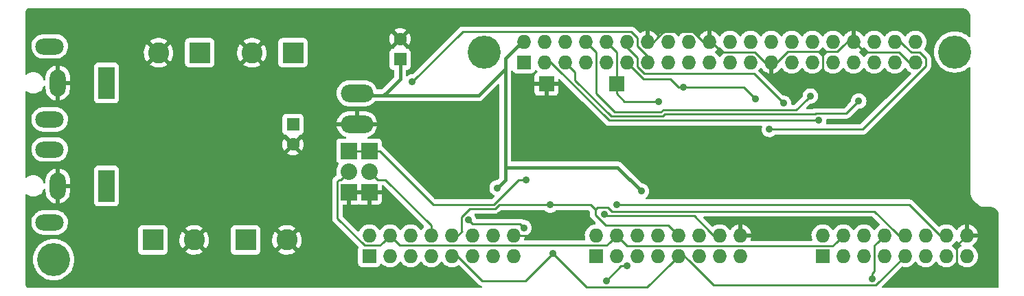
<source format=gbr>
%TF.GenerationSoftware,KiCad,Pcbnew,(6.0.0)*%
%TF.CreationDate,2022-06-25T21:25:22+02:00*%
%TF.ProjectId,active3-rpi-hub75-adapter,61637469-7665-4332-9d72-70692d687562,rev?*%
%TF.SameCoordinates,Original*%
%TF.FileFunction,Copper,L2,Bot*%
%TF.FilePolarity,Positive*%
%FSLAX46Y46*%
G04 Gerber Fmt 4.6, Leading zero omitted, Abs format (unit mm)*
G04 Created by KiCad (PCBNEW (6.0.0)) date 2022-06-25 21:25:22*
%MOMM*%
%LPD*%
G01*
G04 APERTURE LIST*
%TA.AperFunction,ComponentPad*%
%ADD10R,1.727200X1.727200*%
%TD*%
%TA.AperFunction,ComponentPad*%
%ADD11O,1.727200X1.727200*%
%TD*%
%TA.AperFunction,ComponentPad*%
%ADD12C,4.064000*%
%TD*%
%TA.AperFunction,ComponentPad*%
%ADD13R,1.900000X1.900000*%
%TD*%
%TA.AperFunction,ComponentPad*%
%ADD14R,1.600000X1.600000*%
%TD*%
%TA.AperFunction,ComponentPad*%
%ADD15C,1.600000*%
%TD*%
%TA.AperFunction,ComponentPad*%
%ADD16O,4.000000X2.200000*%
%TD*%
%TA.AperFunction,ComponentPad*%
%ADD17R,2.032000X2.032000*%
%TD*%
%TA.AperFunction,ComponentPad*%
%ADD18C,2.032000*%
%TD*%
%TA.AperFunction,ComponentPad*%
%ADD19O,2.032000X2.032000*%
%TD*%
%TA.AperFunction,ComponentPad*%
%ADD20R,2.000000X4.000000*%
%TD*%
%TA.AperFunction,ComponentPad*%
%ADD21O,2.000000X3.300000*%
%TD*%
%TA.AperFunction,ComponentPad*%
%ADD22O,3.500000X2.000000*%
%TD*%
%TA.AperFunction,ComponentPad*%
%ADD23R,2.600000X2.600000*%
%TD*%
%TA.AperFunction,ComponentPad*%
%ADD24C,2.600000*%
%TD*%
%TA.AperFunction,ViaPad*%
%ADD25C,0.889000*%
%TD*%
%TA.AperFunction,Conductor*%
%ADD26C,0.406400*%
%TD*%
%TA.AperFunction,Conductor*%
%ADD27C,0.254000*%
%TD*%
G04 APERTURE END LIST*
D10*
%TO.P,P1,1,Pin_1*%
%TO.N,Net-(P1-Pad1)*%
X107950000Y-43180000D03*
D11*
%TO.P,P1,2,Pin_2*%
%TO.N,VCC*%
X107950000Y-40640000D03*
%TO.P,P1,3,Pin_3*%
%TO.N,p2_g1*%
X110490000Y-43180000D03*
%TO.P,P1,4,Pin_4*%
%TO.N,VCC*%
X110490000Y-40640000D03*
%TO.P,P1,5,Pin_5*%
%TO.N,p2_b1*%
X113030000Y-43180000D03*
%TO.P,P1,6,Pin_6*%
%TO.N,GND*%
X113030000Y-40640000D03*
%TO.P,P1,7,Pin_7*%
%TO.N,strobe*%
X115570000Y-43180000D03*
%TO.P,P1,8,Pin_8*%
%TO.N,p2_r1*%
X115570000Y-40640000D03*
%TO.P,P1,9,Pin_9*%
%TO.N,unconnected-(P1-Pad9)*%
X118110000Y-43180000D03*
%TO.P,P1,10,Pin_10*%
%TO.N,row_E*%
X118110000Y-40640000D03*
%TO.P,P1,11,Pin_11*%
%TO.N,clock*%
X120650000Y-43180000D03*
%TO.P,P1,12,Pin_12*%
%TO.N,OE*%
X120650000Y-40640000D03*
%TO.P,P1,13,Pin_13*%
%TO.N,p0_g1*%
X123190000Y-43180000D03*
%TO.P,P1,14,Pin_14*%
%TO.N,GND*%
X123190000Y-40640000D03*
%TO.P,P1,15,Pin_15*%
%TO.N,row_A*%
X125730000Y-43180000D03*
%TO.P,P1,16,Pin_16*%
%TO.N,row_B*%
X125730000Y-40640000D03*
%TO.P,P1,17,Pin_17*%
%TO.N,unconnected-(P1-Pad17)*%
X128270000Y-43180000D03*
%TO.P,P1,18,Pin_18*%
%TO.N,row_C*%
X128270000Y-40640000D03*
%TO.P,P1,19,Pin_19*%
%TO.N,p0_b2*%
X130810000Y-43180000D03*
%TO.P,P1,20,Pin_20*%
%TO.N,GND*%
X130810000Y-40640000D03*
%TO.P,P1,21,Pin_21*%
%TO.N,p0_g2*%
X133350000Y-43180000D03*
%TO.P,P1,22,Pin_22*%
%TO.N,row_D*%
X133350000Y-40640000D03*
%TO.P,P1,23,Pin_23*%
%TO.N,p0_r1*%
X135890000Y-43180000D03*
%TO.P,P1,24,Pin_24*%
%TO.N,p0_r2*%
X135890000Y-40640000D03*
%TO.P,P1,25,Pin_25*%
%TO.N,GND*%
X138430000Y-43180000D03*
%TO.P,P1,26,Pin_26*%
%TO.N,p0_b1*%
X138430000Y-40640000D03*
%TO.P,P1,27,Pin_27*%
%TO.N,unconnected-(P1-Pad27)*%
X140970000Y-43180000D03*
%TO.P,P1,28,Pin_28*%
%TO.N,unconnected-(P1-Pad28)*%
X140970000Y-40640000D03*
%TO.P,P1,29,Pin_29*%
%TO.N,p1_g1*%
X143510000Y-43180000D03*
%TO.P,P1,30,Pin_30*%
%TO.N,unconnected-(P1-Pad30)*%
X143510000Y-40640000D03*
%TO.P,P1,31,Pin_31*%
%TO.N,p1_b1*%
X146050000Y-43180000D03*
%TO.P,P1,32,Pin_32*%
%TO.N,p1_r1*%
X146050000Y-40640000D03*
%TO.P,P1,33,Pin_33*%
%TO.N,p1_g2*%
X148590000Y-43180000D03*
%TO.P,P1,34,Pin_34*%
%TO.N,GND*%
X148590000Y-40640000D03*
%TO.P,P1,35,Pin_35*%
%TO.N,p1_r2*%
X151130000Y-43180000D03*
%TO.P,P1,36,Pin_36*%
%TO.N,p2_g2*%
X151130000Y-40640000D03*
%TO.P,P1,37,Pin_37*%
%TO.N,p2_r2*%
X153670000Y-43180000D03*
%TO.P,P1,38,Pin_38*%
%TO.N,p1_b2*%
X153670000Y-40640000D03*
%TO.P,P1,39,Pin_39*%
%TO.N,GND*%
X156210000Y-43180000D03*
%TO.P,P1,40,Pin_40*%
%TO.N,p2_b2*%
X156210000Y-40640000D03*
%TD*%
D10*
%TO.P,Panel-1,1,Pin_1*%
%TO.N,p0_r1_buff*%
X88900000Y-67056000D03*
D11*
%TO.P,Panel-1,2,Pin_2*%
%TO.N,p0_g1_buff*%
X88900000Y-64516000D03*
%TO.P,Panel-1,3,Pin_3*%
%TO.N,p0_b1_buff*%
X91440000Y-67056000D03*
%TO.P,Panel-1,4,Pin_4*%
%TO.N,Sel-Pin4*%
X91440000Y-64516000D03*
%TO.P,Panel-1,5,Pin_5*%
%TO.N,p0_r2_buff*%
X93980000Y-67056000D03*
%TO.P,Panel-1,6,Pin_6*%
%TO.N,p0_g2_buff*%
X93980000Y-64516000D03*
%TO.P,Panel-1,7,Pin_7*%
%TO.N,p0_b2_buff*%
X96520000Y-67056000D03*
%TO.P,Panel-1,8,Pin_8*%
%TO.N,Sel-Pin8*%
X96520000Y-64516000D03*
%TO.P,Panel-1,9,Pin_9*%
%TO.N,row_A_buff*%
X99060000Y-67056000D03*
%TO.P,Panel-1,10,Pin_10*%
%TO.N,row_B_buff*%
X99060000Y-64516000D03*
%TO.P,Panel-1,11,Pin_11*%
%TO.N,row_C_buff*%
X101600000Y-67056000D03*
%TO.P,Panel-1,12,Pin_12*%
%TO.N,row_D_buff*%
X101600000Y-64516000D03*
%TO.P,Panel-1,13,Pin_13*%
%TO.N,clock_buff_0*%
X104140000Y-67056000D03*
%TO.P,Panel-1,14,Pin_14*%
%TO.N,strobe_buff_0*%
X104140000Y-64516000D03*
%TO.P,Panel-1,15,Pin_15*%
%TO.N,OE_buff_0*%
X106680000Y-67056000D03*
%TO.P,Panel-1,16,Pin_16*%
%TO.N,GND*%
X106680000Y-64516000D03*
%TD*%
D10*
%TO.P,Panel-2,1,Pin_1*%
%TO.N,p1_r1_buff*%
X116840000Y-67056000D03*
D11*
%TO.P,Panel-2,2,Pin_2*%
%TO.N,p1_g1_buff*%
X116840000Y-64516000D03*
%TO.P,Panel-2,3,Pin_3*%
%TO.N,p1_b1_buff*%
X119380000Y-67056000D03*
%TO.P,Panel-2,4,Pin_4*%
%TO.N,Sel-Pin4*%
X119380000Y-64516000D03*
%TO.P,Panel-2,5,Pin_5*%
%TO.N,p1_r2_buff*%
X121920000Y-67056000D03*
%TO.P,Panel-2,6,Pin_6*%
%TO.N,p1_g2_buf*%
X121920000Y-64516000D03*
%TO.P,Panel-2,7,Pin_7*%
%TO.N,p1_b2_buff*%
X124460000Y-67056000D03*
%TO.P,Panel-2,8,Pin_8*%
%TO.N,Sel-Pin8*%
X124460000Y-64516000D03*
%TO.P,Panel-2,9,Pin_9*%
%TO.N,row_A_buff*%
X127000000Y-67056000D03*
%TO.P,Panel-2,10,Pin_10*%
%TO.N,row_B_buff*%
X127000000Y-64516000D03*
%TO.P,Panel-2,11,Pin_11*%
%TO.N,row_C_buff*%
X129540000Y-67056000D03*
%TO.P,Panel-2,12,Pin_12*%
%TO.N,row_D_buff*%
X129540000Y-64516000D03*
%TO.P,Panel-2,13,Pin_13*%
%TO.N,clock_buff_1*%
X132080000Y-67056000D03*
%TO.P,Panel-2,14,Pin_14*%
%TO.N,strobe_buff_1*%
X132080000Y-64516000D03*
%TO.P,Panel-2,15,Pin_15*%
%TO.N,OE_buff_1*%
X134620000Y-67056000D03*
%TO.P,Panel-2,16,Pin_16*%
%TO.N,GND*%
X134620000Y-64516000D03*
%TD*%
D10*
%TO.P,Panel-3,1,Pin_1*%
%TO.N,p2_r1_buff*%
X144780000Y-67056000D03*
D11*
%TO.P,Panel-3,2,Pin_2*%
%TO.N,p2_g1_buff*%
X144780000Y-64516000D03*
%TO.P,Panel-3,3,Pin_3*%
%TO.N,p2_b1_buff*%
X147320000Y-67056000D03*
%TO.P,Panel-3,4,Pin_4*%
%TO.N,Sel-Pin4*%
X147320000Y-64516000D03*
%TO.P,Panel-3,5,Pin_5*%
%TO.N,p2_r2_buff*%
X149860000Y-67056000D03*
%TO.P,Panel-3,6,Pin_6*%
%TO.N,p2_g2_buf*%
X149860000Y-64516000D03*
%TO.P,Panel-3,7,Pin_7*%
%TO.N,p2_b2_buff*%
X152400000Y-67056000D03*
%TO.P,Panel-3,8,Pin_8*%
%TO.N,Sel-Pin8*%
X152400000Y-64516000D03*
%TO.P,Panel-3,9,Pin_9*%
%TO.N,row_A_buff*%
X154940000Y-67056000D03*
%TO.P,Panel-3,10,Pin_10*%
%TO.N,row_B_buff*%
X154940000Y-64516000D03*
%TO.P,Panel-3,11,Pin_11*%
%TO.N,row_C_buff*%
X157480000Y-67056000D03*
%TO.P,Panel-3,12,Pin_12*%
%TO.N,row_D_buff*%
X157480000Y-64516000D03*
%TO.P,Panel-3,13,Pin_13*%
%TO.N,clock_buff_2*%
X160020000Y-67056000D03*
%TO.P,Panel-3,14,Pin_14*%
%TO.N,strobe_buff_2*%
X160020000Y-64516000D03*
%TO.P,Panel-3,15,Pin_15*%
%TO.N,OE_buff_2*%
X162560000Y-67056000D03*
%TO.P,Panel-3,16,Pin_16*%
%TO.N,GND*%
X162560000Y-64516000D03*
%TD*%
D12*
%TO.P,P20,1*%
%TO.N,N/C*%
X103080000Y-41910000D03*
%TD*%
%TO.P,P21,1*%
%TO.N,N/C*%
X161080000Y-41910000D03*
%TD*%
D13*
%TO.P,P5,1,Pin_1*%
%TO.N,GND*%
X110744000Y-45847000D03*
%TD*%
D14*
%TO.P,C5,1*%
%TO.N,VCC*%
X92710000Y-42799000D03*
D15*
%TO.P,C5,2*%
%TO.N,GND*%
X92710000Y-40299000D03*
%TD*%
D13*
%TO.P,P3,1,Pin_1*%
%TO.N,row_E*%
X119380000Y-45847000D03*
%TD*%
D16*
%TO.P,P2,1*%
%TO.N,VCC*%
X87376000Y-46990000D03*
%TD*%
%TO.P,P4,1*%
%TO.N,GND*%
X87376000Y-50800000D03*
%TD*%
D17*
%TO.P,P6,1,Pin_1*%
%TO.N,Net-(P6-Pad1)*%
X86360000Y-54102000D03*
%TO.P,P6,2,Pin_2*%
X88900000Y-54102000D03*
%TD*%
D18*
%TO.P,P7,1,Pin_1*%
%TO.N,Sel-Pin4*%
X86360000Y-56642000D03*
D19*
%TO.P,P7,2,Pin_2*%
%TO.N,Sel-Pin8*%
X88900000Y-56642000D03*
%TD*%
D17*
%TO.P,P8,1,Pin_1*%
%TO.N,GND*%
X86360000Y-59182000D03*
%TO.P,P8,2,Pin_2*%
X88900000Y-59182000D03*
%TD*%
D12*
%TO.P,,1*%
%TO.N,N/C*%
X50000000Y-67500000D03*
%TD*%
D20*
%TO.P,J6,1,Pin_1*%
%TO.N,VCC*%
X56500000Y-58420000D03*
D21*
%TO.P,J6,2,Pin_2*%
%TO.N,GND*%
X50500000Y-58420000D03*
D22*
%TO.P,J6,MP*%
%TO.N,N/C*%
X49500000Y-62920000D03*
X49500000Y-53920000D03*
%TD*%
D23*
%TO.P,J1,1,Pin_1*%
%TO.N,VCC*%
X62225000Y-65070000D03*
D24*
%TO.P,J1,2,Pin_2*%
%TO.N,GND*%
X67305000Y-65070000D03*
%TD*%
D23*
%TO.P,J3,1,Pin_1*%
%TO.N,VCC*%
X68000000Y-42000000D03*
D24*
%TO.P,J3,2,Pin_2*%
%TO.N,GND*%
X62920000Y-42000000D03*
%TD*%
D14*
%TO.P,C7,1*%
%TO.N,VCC*%
X79500000Y-50817621D03*
D15*
%TO.P,C7,2*%
%TO.N,GND*%
X79500000Y-53317621D03*
%TD*%
D20*
%TO.P,J5,1,Pin_1*%
%TO.N,VCC*%
X56500000Y-45720000D03*
D21*
%TO.P,J5,2,Pin_2*%
%TO.N,GND*%
X50500000Y-45720000D03*
D22*
%TO.P,J5,MP*%
%TO.N,N/C*%
X49500000Y-50220000D03*
X49500000Y-41220000D03*
%TD*%
D23*
%TO.P,J4,1,Pin_1*%
%TO.N,VCC*%
X79500000Y-42000000D03*
D24*
%TO.P,J4,2,Pin_2*%
%TO.N,GND*%
X74420000Y-42000000D03*
%TD*%
D23*
%TO.P,J2,1,Pin_1*%
%TO.N,VCC*%
X73655000Y-65070000D03*
D24*
%TO.P,J2,2,Pin_2*%
%TO.N,GND*%
X78735000Y-65070000D03*
%TD*%
D25*
%TO.N,VCC*%
X122448000Y-59056000D03*
X104659500Y-58655800D03*
%TO.N,GND*%
X160000000Y-52000000D03*
X144634400Y-48160000D03*
X95500000Y-55250000D03*
X105029000Y-61976000D03*
X120750000Y-54750000D03*
X136000000Y-55250000D03*
%TO.N,p2_g1*%
X144310000Y-50350700D03*
%TO.N,p2_b1*%
X149225000Y-47951000D03*
%TO.N,p2_r1*%
X143270400Y-47332100D03*
%TO.N,p0_g1*%
X94208000Y-45594300D03*
%TO.N,OE*%
X139973900Y-48232500D03*
%TO.N,clock*%
X136525000Y-47724700D03*
X127635000Y-46228000D03*
%TO.N,p1_b2*%
X138230600Y-51450000D03*
%TO.N,row_A_buff*%
X111520000Y-66774400D03*
%TO.N,row_B_buff*%
X111221000Y-60767800D03*
%TO.N,OE_buff_0*%
X107940500Y-63564400D03*
X101092000Y-62611000D03*
%TO.N,strobe_buff_1*%
X117884900Y-61925400D03*
%TO.N,strobe_buff_2*%
X119380700Y-60713100D03*
%TO.N,row_E*%
X124587000Y-48006000D03*
%TO.N,Net-(P6-Pad1)*%
X108204000Y-57658000D03*
%TO.N,Sel-Pin8*%
X120650000Y-68262460D03*
X118110000Y-70104000D03*
X150876000Y-69850000D03*
%TD*%
D26*
%TO.N,VCC*%
X92710000Y-45212000D02*
X90678000Y-47244000D01*
X90678000Y-47244000D02*
X90805000Y-47117000D01*
X90805000Y-47117000D02*
X90805000Y-47244000D01*
X90805000Y-47244000D02*
X102362000Y-47244000D01*
X105664000Y-57651300D02*
X105664000Y-56134000D01*
X105664000Y-42672000D02*
X107188000Y-41148000D01*
X107188000Y-41148000D02*
X107442000Y-41148000D01*
X107442000Y-41148000D02*
X107950000Y-40640000D01*
X119526000Y-56134000D02*
X105664000Y-56134000D01*
X105664000Y-56134000D02*
X105664000Y-47244000D01*
X105664000Y-47244000D02*
X105664000Y-43942000D01*
X102362000Y-47244000D02*
X105664000Y-43942000D01*
X105664000Y-43942000D02*
X105664000Y-42672000D01*
X87376000Y-47244000D02*
X89662000Y-47244000D01*
X92710000Y-42799000D02*
X92710000Y-45212000D01*
X122448000Y-59056000D02*
X119526000Y-56134000D01*
X104659500Y-58655800D02*
X105664000Y-57651300D01*
X89662000Y-47244000D02*
X90805000Y-47244000D01*
D27*
%TO.N,GND*%
X123968100Y-40640000D02*
X123190000Y-40640000D01*
X136398000Y-41910000D02*
X136430900Y-41910000D01*
X137668000Y-43180000D02*
X138430000Y-43180000D01*
X139159100Y-43180000D02*
X138430000Y-43180000D01*
X154956450Y-42655550D02*
X154965100Y-42664200D01*
X155480900Y-43180000D02*
X156210000Y-43180000D01*
X129556450Y-40115550D02*
X129565100Y-40124200D01*
X130080900Y-40640000D02*
X130810000Y-40640000D01*
X147812000Y-40640000D02*
X148590000Y-40640000D01*
X144780000Y-41884900D02*
X144780000Y-48014400D01*
X129556450Y-40115550D02*
X130080900Y-40640000D01*
X106680000Y-64516000D02*
X108966000Y-64516000D01*
X148653500Y-40576500D02*
X148717000Y-40513000D01*
X130810000Y-40640000D02*
X130937000Y-40513000D01*
X140454200Y-41884900D02*
X144780000Y-41884900D01*
X108966000Y-64516000D02*
X109347000Y-64135000D01*
X162560000Y-64516000D02*
X161315000Y-65761000D01*
X154210900Y-41910000D02*
X154956450Y-42655550D01*
X144780000Y-48014400D02*
X144634400Y-48160000D01*
X147345100Y-41106900D02*
X146567100Y-41884900D01*
X149987000Y-41910000D02*
X154210900Y-41910000D01*
X132334000Y-41910000D02*
X136398000Y-41910000D01*
X125233100Y-39375000D02*
X128815900Y-39375000D01*
X140454200Y-41884900D02*
X139674900Y-42664200D01*
X130937000Y-40513000D02*
X132334000Y-41910000D01*
X128815900Y-39375000D02*
X129556450Y-40115550D01*
X107950000Y-61976000D02*
X109347000Y-63373000D01*
X105657617Y-61976000D02*
X107950000Y-61976000D01*
X139159100Y-43180000D02*
X139674900Y-42664200D01*
X109347000Y-64135000D02*
X109347000Y-63373000D01*
X146567100Y-41884900D02*
X144780000Y-41884900D01*
X124434900Y-40173200D02*
X125233100Y-39375000D01*
X148653500Y-40576500D02*
X149987000Y-41910000D01*
X136398000Y-41910000D02*
X137668000Y-43180000D01*
X123968100Y-40640000D02*
X124434900Y-40173200D01*
X147812000Y-40640000D02*
X147345100Y-41106900D01*
X148590000Y-40640000D02*
X148653500Y-40576500D01*
X105029000Y-61976000D02*
X105657617Y-61976000D01*
X154956450Y-42655550D02*
X155480900Y-43180000D01*
X161290000Y-65786000D02*
X161290000Y-69596000D01*
X161315000Y-65761000D02*
X161290000Y-65786000D01*
X130937000Y-40513000D02*
X131064000Y-40386000D01*
%TO.N,p2_g1*%
X111268100Y-43180000D02*
X110490000Y-43180000D01*
X111768050Y-43679950D02*
X118443621Y-50355521D01*
X143681383Y-50350700D02*
X144310000Y-50350700D01*
X111768050Y-43679950D02*
X111268100Y-43180000D01*
X111734900Y-43646800D02*
X111768050Y-43679950D01*
X125154910Y-50350700D02*
X143681383Y-50350700D01*
X125150089Y-50355521D02*
X125154910Y-50350700D01*
X118443621Y-50355521D02*
X125150089Y-50355521D01*
%TO.N,p2_b1*%
X114274900Y-45377400D02*
X114274900Y-44424900D01*
X118745011Y-49847511D02*
X114274900Y-45377400D01*
X149225000Y-47951000D02*
X147699900Y-49476100D01*
X143876800Y-49567300D02*
X125346876Y-49567300D01*
X147699900Y-49476100D02*
X143968000Y-49476100D01*
X114274900Y-44424900D02*
X113893599Y-44043599D01*
X113893599Y-44043599D02*
X113030000Y-43180000D01*
X125066665Y-49847511D02*
X118745011Y-49847511D01*
X143968000Y-49476100D02*
X143876800Y-49567300D01*
X125346876Y-49567300D02*
X125066665Y-49847511D01*
%TO.N,p2_r1*%
X142825901Y-47776599D02*
X143270400Y-47332100D01*
X119189501Y-49339501D02*
X124856241Y-49339501D01*
X141543600Y-49058900D02*
X142825901Y-47776599D01*
X116840000Y-46990000D02*
X119189501Y-49339501D01*
X124856241Y-49339501D02*
X125136842Y-49058900D01*
X115570000Y-40640000D02*
X116840000Y-41910000D01*
X125136842Y-49058900D02*
X141543600Y-49058900D01*
X116840000Y-41910000D02*
X116840000Y-46990000D01*
%TO.N,p0_g1*%
X123190000Y-42450900D02*
X123190000Y-43180000D01*
X94208000Y-45594300D02*
X100407300Y-39395000D01*
X121169500Y-39395000D02*
X121919800Y-40145300D01*
X100407300Y-39395000D02*
X121169500Y-39395000D01*
X123190000Y-42450900D02*
X122674200Y-41935100D01*
X121919800Y-40145300D02*
X121919800Y-41180700D01*
X121919800Y-41180700D02*
X122674200Y-41935100D01*
%TO.N,OE*%
X121237950Y-41957050D02*
X121920000Y-42639100D01*
X120650000Y-41369100D02*
X120650000Y-40640000D01*
X122788900Y-44577500D02*
X136318900Y-44577500D01*
X121237950Y-41957050D02*
X120650000Y-41369100D01*
X121920000Y-42639100D02*
X121920000Y-43708600D01*
X121920000Y-43708600D02*
X122788900Y-44577500D01*
X136318900Y-44577500D02*
X139973900Y-48232500D01*
X121165800Y-41884900D02*
X121237950Y-41957050D01*
%TO.N,clock*%
X121285000Y-43815000D02*
X120650000Y-43180000D01*
X127635000Y-46228000D02*
X127006383Y-46228000D01*
X135028300Y-46228000D02*
X136525000Y-47724700D01*
X122682000Y-45212000D02*
X120650000Y-43180000D01*
X127635000Y-46228000D02*
X135028300Y-46228000D01*
X125990383Y-45212000D02*
X122682000Y-45212000D01*
X127006383Y-46228000D02*
X125990383Y-45212000D01*
%TO.N,p1_b2*%
X154399100Y-40640000D02*
X154914900Y-41155800D01*
X149727500Y-51441800D02*
X157507400Y-43661900D01*
X155694100Y-41935000D02*
X154914900Y-41155800D01*
X157507400Y-43661900D02*
X157507400Y-42706300D01*
X138230600Y-51340700D02*
X138331700Y-51441800D01*
X156736100Y-41935000D02*
X155694100Y-41935000D01*
X157507400Y-42706300D02*
X156736100Y-41935000D01*
X138331700Y-51441800D02*
X149727500Y-51441800D01*
X153670000Y-40640000D02*
X154399100Y-40640000D01*
%TO.N,row_A_buff*%
X128253550Y-67580450D02*
X128244900Y-67571800D01*
X127729100Y-67056000D02*
X127000000Y-67056000D01*
X100377050Y-67643950D02*
X100304900Y-67571800D01*
X99789100Y-67056000D02*
X99060000Y-67056000D01*
X151320499Y-70675501D02*
X131348601Y-70675501D01*
X126136401Y-67919599D02*
X127000000Y-67056000D01*
X108176700Y-70117700D02*
X102850800Y-70117700D01*
X115675101Y-70929501D02*
X123126499Y-70929501D01*
X154940000Y-67056000D02*
X151320499Y-70675501D01*
X131348601Y-70675501D02*
X128253550Y-67580450D01*
X123126499Y-70929501D02*
X126136401Y-67919599D01*
X128253550Y-67580450D02*
X127729100Y-67056000D01*
X100377050Y-67643950D02*
X99789100Y-67056000D01*
X102850800Y-70117700D02*
X100377050Y-67643950D01*
X111520000Y-66774400D02*
X115675101Y-70929501D01*
X111520000Y-66774400D02*
X108176700Y-70117700D01*
%TO.N,row_B_buff*%
X154161900Y-64516000D02*
X154940000Y-64516000D01*
X100313550Y-63991550D02*
X100304900Y-64000200D01*
X99789100Y-64516000D02*
X99060000Y-64516000D01*
X104888458Y-60767800D02*
X104442248Y-61214010D01*
X116740100Y-61985700D02*
X118016600Y-63262200D01*
X101267248Y-61214010D02*
X100266499Y-62214759D01*
X125746200Y-63262200D02*
X127000000Y-64516000D01*
X154161900Y-64516000D02*
X153695100Y-64049200D01*
X100266499Y-62214759D02*
X100266499Y-63944499D01*
X153695100Y-64049200D02*
X151184900Y-61539000D01*
X118780400Y-61539000D02*
X118325600Y-61084200D01*
X116992600Y-61084200D02*
X116740100Y-61336700D01*
X116171200Y-60767800D02*
X111221000Y-60767800D01*
X111221000Y-60767800D02*
X104888458Y-60767800D01*
X151184900Y-61539000D02*
X118780400Y-61539000D01*
X116740100Y-61336700D02*
X116740100Y-61985700D01*
X100266499Y-63944499D02*
X100313550Y-63991550D01*
X104442248Y-61214010D02*
X101267248Y-61214010D01*
X116740100Y-61336700D02*
X116171200Y-60767800D01*
X118016600Y-63262200D02*
X125746200Y-63262200D01*
X100313550Y-63991550D02*
X99789100Y-64516000D01*
X118325600Y-61084200D02*
X116992600Y-61084200D01*
%TO.N,OE_buff_0*%
X107940500Y-63564400D02*
X107496001Y-63119901D01*
X107496001Y-63119901D02*
X101600901Y-63119901D01*
X101536499Y-63055499D02*
X101092000Y-62611000D01*
X101600901Y-63119901D02*
X101536499Y-63055499D01*
%TO.N,strobe_buff_1*%
X130826450Y-63991550D02*
X128935300Y-62100400D01*
X131350900Y-64516000D02*
X132080000Y-64516000D01*
X128935300Y-62100400D02*
X118059900Y-62100400D01*
X130835100Y-64000200D02*
X130826450Y-63991550D01*
X118059900Y-62100400D02*
X117884900Y-61925400D01*
X130826450Y-63991550D02*
X131350900Y-64516000D01*
%TO.N,strobe_buff_2*%
X159241900Y-64516000D02*
X160020000Y-64516000D01*
X159241900Y-64516000D02*
X158775100Y-64049200D01*
X158775100Y-64049200D02*
X155439000Y-60713100D01*
X155439000Y-60713100D02*
X119380700Y-60713100D01*
%TO.N,row_E*%
X119380000Y-41910000D02*
X119380000Y-45339000D01*
X124587000Y-48006000D02*
X120335000Y-48006000D01*
X118110000Y-40640000D02*
X119380000Y-41910000D01*
X119380000Y-47051000D02*
X119380000Y-45847000D01*
X120335000Y-48006000D02*
X119380000Y-47051000D01*
%TO.N,Net-(P6-Pad1)*%
X96774000Y-60706000D02*
X104231824Y-60706000D01*
X88900000Y-54102000D02*
X90170000Y-54102000D01*
X107279824Y-57658000D02*
X107575383Y-57658000D01*
X88900000Y-54102000D02*
X86360000Y-54102000D01*
X104231824Y-60706000D02*
X107279824Y-57658000D01*
X90170000Y-54102000D02*
X96774000Y-60706000D01*
X107575383Y-57658000D02*
X108204000Y-57658000D01*
%TO.N,Sel-Pin4*%
X120675399Y-65811399D02*
X146024601Y-65811399D01*
X118516401Y-65379599D02*
X119380000Y-64516000D01*
X92684601Y-65760601D02*
X118135399Y-65760601D01*
X85166199Y-57657999D02*
X84962999Y-57861199D01*
X84962999Y-57861199D02*
X84962999Y-62421009D01*
X90576401Y-65379599D02*
X91440000Y-64516000D01*
X85344001Y-57657999D02*
X85166199Y-57657999D01*
X88302591Y-65760601D02*
X90195399Y-65760601D01*
X118135399Y-65760601D02*
X118516401Y-65379599D01*
X84962999Y-62421009D02*
X88302591Y-65760601D01*
X146456401Y-65379599D02*
X147320000Y-64516000D01*
X119380000Y-64516000D02*
X120675399Y-65811399D01*
X90195399Y-65760601D02*
X90576401Y-65379599D01*
X86360000Y-56642000D02*
X85344001Y-57657999D01*
X146024601Y-65811399D02*
X146456401Y-65379599D01*
X91440000Y-64516000D02*
X92684601Y-65760601D01*
%TO.N,Sel-Pin8*%
X151536401Y-65379599D02*
X152400000Y-64516000D01*
X151155399Y-68941984D02*
X151155399Y-65760601D01*
X118110000Y-70104000D02*
X119951540Y-68262460D01*
X119951540Y-68262460D02*
X120021383Y-68262460D01*
X120021383Y-68262460D02*
X120650000Y-68262460D01*
X150876000Y-69850000D02*
X150876000Y-69221383D01*
X89915999Y-57657999D02*
X88900000Y-56642000D01*
X150876000Y-69221383D02*
X151155399Y-68941984D01*
X96520000Y-64516000D02*
X96520000Y-63294686D01*
X151155399Y-65760601D02*
X151536401Y-65379599D01*
X90883313Y-57657999D02*
X89915999Y-57657999D01*
X96520000Y-63294686D02*
X90883313Y-57657999D01*
%TD*%
%TA.AperFunction,Conductor*%
%TO.N,GND*%
G36*
X161970057Y-36509500D02*
G01*
X161984858Y-36511805D01*
X161984861Y-36511805D01*
X161993730Y-36513186D01*
X162006378Y-36511532D01*
X162033692Y-36510948D01*
X162112682Y-36517859D01*
X162161281Y-36522111D01*
X162182904Y-36525923D01*
X162280351Y-36552034D01*
X162328636Y-36564972D01*
X162349275Y-36572484D01*
X162486010Y-36636245D01*
X162505030Y-36647227D01*
X162628618Y-36733764D01*
X162645443Y-36747882D01*
X162752118Y-36854557D01*
X162766236Y-36871382D01*
X162852773Y-36994970D01*
X162863755Y-37013990D01*
X162927516Y-37150725D01*
X162935028Y-37171364D01*
X162974076Y-37317092D01*
X162977890Y-37338722D01*
X162988449Y-37459419D01*
X162987896Y-37475879D01*
X162988305Y-37475884D01*
X162988195Y-37484858D01*
X162986814Y-37493730D01*
X162987978Y-37502632D01*
X162987978Y-37502635D01*
X162990936Y-37525251D01*
X162992000Y-37541589D01*
X162992000Y-39929259D01*
X162971998Y-39997380D01*
X162918342Y-40043873D01*
X162848068Y-40053977D01*
X162779748Y-40021110D01*
X162702577Y-39948641D01*
X162689601Y-39939213D01*
X162543643Y-39833169D01*
X162443959Y-39760744D01*
X162440487Y-39758835D01*
X162167293Y-39608645D01*
X162167290Y-39608643D01*
X162163831Y-39606742D01*
X161885225Y-39496434D01*
X161870293Y-39490522D01*
X161870290Y-39490521D01*
X161866610Y-39489064D01*
X161862776Y-39488080D01*
X161862768Y-39488077D01*
X161670847Y-39438800D01*
X161556983Y-39409565D01*
X161553055Y-39409069D01*
X161553051Y-39409068D01*
X161379557Y-39387151D01*
X161239835Y-39369500D01*
X160920165Y-39369500D01*
X160780443Y-39387151D01*
X160606949Y-39409068D01*
X160606945Y-39409069D01*
X160603017Y-39409565D01*
X160489153Y-39438800D01*
X160297232Y-39488077D01*
X160297224Y-39488080D01*
X160293390Y-39489064D01*
X160289710Y-39490521D01*
X160289707Y-39490522D01*
X160274775Y-39496434D01*
X159996169Y-39606742D01*
X159992710Y-39608643D01*
X159992707Y-39608645D01*
X159719513Y-39758835D01*
X159716041Y-39760744D01*
X159616357Y-39833169D01*
X159470400Y-39939213D01*
X159457423Y-39948641D01*
X159224394Y-40167470D01*
X159221870Y-40170521D01*
X159221869Y-40170522D01*
X159196389Y-40201322D01*
X159020629Y-40413779D01*
X159018505Y-40417126D01*
X159018502Y-40417130D01*
X158862209Y-40663408D01*
X158849341Y-40683685D01*
X158847657Y-40687264D01*
X158847653Y-40687271D01*
X158714922Y-40969340D01*
X158713233Y-40972930D01*
X158614449Y-41276954D01*
X158554549Y-41590961D01*
X158536920Y-41871171D01*
X158535058Y-41900773D01*
X158534477Y-41910000D01*
X158554549Y-42229039D01*
X158614449Y-42543046D01*
X158713233Y-42847070D01*
X158714920Y-42850656D01*
X158714922Y-42850660D01*
X158847653Y-43132729D01*
X158847657Y-43132736D01*
X158849341Y-43136315D01*
X158851465Y-43139661D01*
X158851465Y-43139662D01*
X159015836Y-43398668D01*
X159020629Y-43406221D01*
X159074179Y-43470952D01*
X159207700Y-43632350D01*
X159224394Y-43652530D01*
X159227284Y-43655244D01*
X159227285Y-43655245D01*
X159248623Y-43675283D01*
X159457423Y-43871359D01*
X159460625Y-43873686D01*
X159460627Y-43873687D01*
X159478063Y-43886355D01*
X159716041Y-44059256D01*
X159719510Y-44061163D01*
X159719513Y-44061165D01*
X159951946Y-44188946D01*
X159996169Y-44213258D01*
X160150589Y-44274397D01*
X160289707Y-44329478D01*
X160289710Y-44329479D01*
X160293390Y-44330936D01*
X160297224Y-44331920D01*
X160297232Y-44331923D01*
X160460080Y-44373735D01*
X160603017Y-44410435D01*
X160606945Y-44410931D01*
X160606949Y-44410932D01*
X160732642Y-44426810D01*
X160920165Y-44450500D01*
X161239835Y-44450500D01*
X161427358Y-44426810D01*
X161553051Y-44410932D01*
X161553055Y-44410931D01*
X161556983Y-44410435D01*
X161699920Y-44373735D01*
X161862768Y-44331923D01*
X161862776Y-44331920D01*
X161866610Y-44330936D01*
X161870290Y-44329479D01*
X161870293Y-44329478D01*
X162009411Y-44274397D01*
X162163831Y-44213258D01*
X162208055Y-44188946D01*
X162440487Y-44061165D01*
X162440490Y-44061163D01*
X162443959Y-44059256D01*
X162681937Y-43886355D01*
X162699373Y-43873687D01*
X162699375Y-43873686D01*
X162702577Y-43871359D01*
X162779748Y-43798890D01*
X162843097Y-43766840D01*
X162913719Y-43774127D01*
X162969190Y-43818437D01*
X162992000Y-43890741D01*
X162992000Y-58946793D01*
X162990254Y-58967697D01*
X162986929Y-58987461D01*
X162986776Y-59000000D01*
X162987674Y-59006270D01*
X162987778Y-59006996D01*
X162988780Y-59016617D01*
X163002290Y-59222728D01*
X163004907Y-59262659D01*
X163005711Y-59266699D01*
X163005711Y-59266702D01*
X163042990Y-59454115D01*
X163056259Y-59520824D01*
X163057584Y-59524728D01*
X163057585Y-59524731D01*
X163128384Y-59733297D01*
X163140869Y-59770077D01*
X163142692Y-59773773D01*
X163142695Y-59773781D01*
X163184769Y-59859097D01*
X163257290Y-60006154D01*
X163259584Y-60009587D01*
X163259585Y-60009589D01*
X163290769Y-60056259D01*
X163403528Y-60225016D01*
X163406242Y-60228110D01*
X163406246Y-60228116D01*
X163560079Y-60403528D01*
X163577083Y-60422917D01*
X163580172Y-60425626D01*
X163771884Y-60593754D01*
X163771890Y-60593758D01*
X163774984Y-60596472D01*
X163993846Y-60742710D01*
X163997549Y-60744536D01*
X164226219Y-60857305D01*
X164226227Y-60857308D01*
X164229923Y-60859131D01*
X164233838Y-60860460D01*
X164475269Y-60942415D01*
X164475272Y-60942416D01*
X164479176Y-60943741D01*
X164483215Y-60944544D01*
X164483221Y-60944546D01*
X164733298Y-60994289D01*
X164733301Y-60994289D01*
X164737341Y-60995093D01*
X164741452Y-60995362D01*
X164741456Y-60995363D01*
X164965671Y-61010059D01*
X164978332Y-61011535D01*
X164987461Y-61013071D01*
X164994001Y-61013151D01*
X164995141Y-61013165D01*
X164995145Y-61013165D01*
X165000000Y-61013224D01*
X165027588Y-61009273D01*
X165045451Y-61008000D01*
X165450672Y-61008000D01*
X165470057Y-61009500D01*
X165484858Y-61011805D01*
X165484861Y-61011805D01*
X165493730Y-61013186D01*
X165506378Y-61011532D01*
X165533692Y-61010948D01*
X165612682Y-61017859D01*
X165661281Y-61022111D01*
X165682904Y-61025923D01*
X165795888Y-61056197D01*
X165828636Y-61064972D01*
X165849275Y-61072484D01*
X165986010Y-61136245D01*
X166005030Y-61147227D01*
X166128618Y-61233764D01*
X166145443Y-61247882D01*
X166252118Y-61354557D01*
X166266236Y-61371382D01*
X166352773Y-61494970D01*
X166363755Y-61513990D01*
X166427516Y-61650725D01*
X166435028Y-61671364D01*
X166437597Y-61680952D01*
X166473317Y-61814258D01*
X166474076Y-61817092D01*
X166477889Y-61838719D01*
X166480410Y-61867528D01*
X166488449Y-61959419D01*
X166487896Y-61975879D01*
X166488305Y-61975884D01*
X166488195Y-61984858D01*
X166486814Y-61993730D01*
X166487978Y-62002632D01*
X166487978Y-62002635D01*
X166490936Y-62025251D01*
X166492000Y-62041589D01*
X166492000Y-70866000D01*
X166471998Y-70934121D01*
X166418342Y-70980614D01*
X166366000Y-70992000D01*
X152206922Y-70992000D01*
X152138801Y-70971998D01*
X152092308Y-70918342D01*
X152082204Y-70848068D01*
X152111698Y-70783488D01*
X152117827Y-70776905D01*
X154475367Y-68419365D01*
X154537679Y-68385339D01*
X154589582Y-68384990D01*
X154776981Y-68423117D01*
X154782156Y-68423307D01*
X154782158Y-68423307D01*
X154997292Y-68431196D01*
X154997296Y-68431196D01*
X155002456Y-68431385D01*
X155007576Y-68430729D01*
X155007578Y-68430729D01*
X155102485Y-68418571D01*
X155226253Y-68402716D01*
X155231202Y-68401231D01*
X155231208Y-68401230D01*
X155437413Y-68339365D01*
X155437412Y-68339365D01*
X155442363Y-68337880D01*
X155599899Y-68260704D01*
X155640331Y-68240897D01*
X155640336Y-68240894D01*
X155644982Y-68238618D01*
X155649195Y-68235613D01*
X155649197Y-68235612D01*
X155824455Y-68110601D01*
X155824459Y-68110597D01*
X155828667Y-68107596D01*
X155988487Y-67948333D01*
X156109370Y-67780107D01*
X156165364Y-67736459D01*
X156236068Y-67730013D01*
X156299032Y-67762816D01*
X156319125Y-67787799D01*
X156366275Y-67864743D01*
X156366283Y-67864753D01*
X156368975Y-67869147D01*
X156516702Y-68039687D01*
X156690299Y-68183810D01*
X156694751Y-68186412D01*
X156694756Y-68186415D01*
X156880645Y-68295040D01*
X156885103Y-68297645D01*
X157095884Y-68378134D01*
X157100952Y-68379165D01*
X157100955Y-68379166D01*
X157199224Y-68399159D01*
X157316981Y-68423117D01*
X157322156Y-68423307D01*
X157322158Y-68423307D01*
X157537292Y-68431196D01*
X157537296Y-68431196D01*
X157542456Y-68431385D01*
X157547576Y-68430729D01*
X157547578Y-68430729D01*
X157642485Y-68418571D01*
X157766253Y-68402716D01*
X157771202Y-68401231D01*
X157771208Y-68401230D01*
X157977413Y-68339365D01*
X157977412Y-68339365D01*
X157982363Y-68337880D01*
X158139899Y-68260704D01*
X158180331Y-68240897D01*
X158180336Y-68240894D01*
X158184982Y-68238618D01*
X158189195Y-68235613D01*
X158189197Y-68235612D01*
X158364455Y-68110601D01*
X158364459Y-68110597D01*
X158368667Y-68107596D01*
X158528487Y-67948333D01*
X158649370Y-67780107D01*
X158705364Y-67736459D01*
X158776068Y-67730013D01*
X158839032Y-67762816D01*
X158859125Y-67787799D01*
X158906275Y-67864743D01*
X158906283Y-67864753D01*
X158908975Y-67869147D01*
X159056702Y-68039687D01*
X159230299Y-68183810D01*
X159234751Y-68186412D01*
X159234756Y-68186415D01*
X159420645Y-68295040D01*
X159425103Y-68297645D01*
X159635884Y-68378134D01*
X159640952Y-68379165D01*
X159640955Y-68379166D01*
X159739224Y-68399159D01*
X159856981Y-68423117D01*
X159862156Y-68423307D01*
X159862158Y-68423307D01*
X160077292Y-68431196D01*
X160077296Y-68431196D01*
X160082456Y-68431385D01*
X160087576Y-68430729D01*
X160087578Y-68430729D01*
X160182485Y-68418571D01*
X160306253Y-68402716D01*
X160311202Y-68401231D01*
X160311208Y-68401230D01*
X160517413Y-68339365D01*
X160517412Y-68339365D01*
X160522363Y-68337880D01*
X160679899Y-68260704D01*
X160720331Y-68240897D01*
X160720336Y-68240894D01*
X160724982Y-68238618D01*
X160729195Y-68235613D01*
X160729197Y-68235612D01*
X160904455Y-68110601D01*
X160904459Y-68110597D01*
X160908667Y-68107596D01*
X161068487Y-67948333D01*
X161189370Y-67780107D01*
X161245364Y-67736459D01*
X161316068Y-67730013D01*
X161379032Y-67762816D01*
X161399125Y-67787799D01*
X161446275Y-67864743D01*
X161446283Y-67864753D01*
X161448975Y-67869147D01*
X161596702Y-68039687D01*
X161770299Y-68183810D01*
X161774751Y-68186412D01*
X161774756Y-68186415D01*
X161960645Y-68295040D01*
X161965103Y-68297645D01*
X162175884Y-68378134D01*
X162180952Y-68379165D01*
X162180955Y-68379166D01*
X162279224Y-68399159D01*
X162396981Y-68423117D01*
X162402156Y-68423307D01*
X162402158Y-68423307D01*
X162617292Y-68431196D01*
X162617296Y-68431196D01*
X162622456Y-68431385D01*
X162627576Y-68430729D01*
X162627578Y-68430729D01*
X162722485Y-68418571D01*
X162846253Y-68402716D01*
X162851202Y-68401231D01*
X162851208Y-68401230D01*
X163057413Y-68339365D01*
X163057412Y-68339365D01*
X163062363Y-68337880D01*
X163219899Y-68260704D01*
X163260331Y-68240897D01*
X163260336Y-68240894D01*
X163264982Y-68238618D01*
X163269195Y-68235613D01*
X163269197Y-68235612D01*
X163444455Y-68110601D01*
X163444459Y-68110597D01*
X163448667Y-68107596D01*
X163608487Y-67948333D01*
X163740150Y-67765105D01*
X163840118Y-67562835D01*
X163905708Y-67346952D01*
X163906383Y-67341826D01*
X163934721Y-67126578D01*
X163934722Y-67126572D01*
X163935158Y-67123256D01*
X163936802Y-67056000D01*
X163918315Y-66831132D01*
X163863349Y-66612304D01*
X163773380Y-66405391D01*
X163725282Y-66331043D01*
X163653634Y-66220291D01*
X163653632Y-66220288D01*
X163650826Y-66215951D01*
X163498977Y-66049071D01*
X163494926Y-66045872D01*
X163494922Y-66045868D01*
X163325966Y-65912434D01*
X163325962Y-65912432D01*
X163321911Y-65909232D01*
X163317387Y-65906734D01*
X163317383Y-65906732D01*
X163298048Y-65896058D01*
X163248079Y-65845625D01*
X163233308Y-65776182D01*
X163258426Y-65709777D01*
X163285776Y-65683172D01*
X163444136Y-65570216D01*
X163452003Y-65563567D01*
X163604445Y-65411656D01*
X163611122Y-65403811D01*
X163736702Y-65229047D01*
X163742013Y-65220208D01*
X163837358Y-65027292D01*
X163841156Y-65017699D01*
X163903716Y-64811791D01*
X163905893Y-64801721D01*
X163907705Y-64787960D01*
X163905493Y-64773778D01*
X163892336Y-64770000D01*
X162432000Y-64770000D01*
X162363879Y-64749998D01*
X162317386Y-64696342D01*
X162306000Y-64644000D01*
X162306000Y-64243885D01*
X162814000Y-64243885D01*
X162818475Y-64259124D01*
X162819865Y-64260329D01*
X162827548Y-64262000D01*
X163892367Y-64262000D01*
X163905898Y-64258027D01*
X163907203Y-64248947D01*
X163864133Y-64077477D01*
X163860813Y-64067726D01*
X163774999Y-63870365D01*
X163770133Y-63861290D01*
X163653239Y-63680601D01*
X163646947Y-63672430D01*
X163502113Y-63513260D01*
X163494580Y-63506234D01*
X163325691Y-63372855D01*
X163317104Y-63367150D01*
X163128711Y-63263151D01*
X163119299Y-63258921D01*
X162916445Y-63187086D01*
X162906474Y-63184452D01*
X162831837Y-63171157D01*
X162818540Y-63172617D01*
X162814000Y-63187174D01*
X162814000Y-64243885D01*
X162306000Y-64243885D01*
X162306000Y-63185343D01*
X162302082Y-63171999D01*
X162287806Y-63170012D01*
X162246161Y-63176385D01*
X162236125Y-63178776D01*
X162031576Y-63245633D01*
X162022079Y-63249625D01*
X161831189Y-63348995D01*
X161822464Y-63354490D01*
X161650373Y-63483700D01*
X161642666Y-63490543D01*
X161493984Y-63646129D01*
X161487498Y-63654139D01*
X161393798Y-63791498D01*
X161338887Y-63836501D01*
X161268362Y-63844672D01*
X161204615Y-63813418D01*
X161183918Y-63788934D01*
X161113634Y-63680291D01*
X161113632Y-63680288D01*
X161110826Y-63675951D01*
X160958977Y-63509071D01*
X160954926Y-63505872D01*
X160954922Y-63505868D01*
X160785966Y-63372434D01*
X160785962Y-63372432D01*
X160781911Y-63369232D01*
X160777381Y-63366731D01*
X160667862Y-63306274D01*
X160584383Y-63260191D01*
X160371698Y-63184876D01*
X160342795Y-63179727D01*
X160154657Y-63146214D01*
X160154653Y-63146214D01*
X160149569Y-63145308D01*
X160077574Y-63144429D01*
X159929129Y-63142615D01*
X159929127Y-63142615D01*
X159923959Y-63142552D01*
X159700929Y-63176680D01*
X159486468Y-63246777D01*
X159438807Y-63271588D01*
X159293370Y-63347298D01*
X159286335Y-63350960D01*
X159241620Y-63384533D01*
X159196285Y-63418571D01*
X159129801Y-63443476D01*
X159060405Y-63428483D01*
X159031538Y-63406905D01*
X155944250Y-60319617D01*
X155936674Y-60311291D01*
X155932553Y-60304797D01*
X155882734Y-60258014D01*
X155879893Y-60255260D01*
X155860094Y-60235461D01*
X155856969Y-60233037D01*
X155856960Y-60233029D01*
X155856874Y-60232963D01*
X155847849Y-60225255D01*
X155821285Y-60200310D01*
X155815506Y-60194883D01*
X155797669Y-60185077D01*
X155781153Y-60174227D01*
X155765067Y-60161750D01*
X155724334Y-60144124D01*
X155713686Y-60138907D01*
X155695310Y-60128805D01*
X155674803Y-60117531D01*
X155667128Y-60115560D01*
X155667122Y-60115558D01*
X155655089Y-60112469D01*
X155636387Y-60106066D01*
X155617708Y-60097983D01*
X155583872Y-60092624D01*
X155573873Y-60091040D01*
X155562260Y-60088635D01*
X155519282Y-60077600D01*
X155498935Y-60077600D01*
X155479224Y-60076049D01*
X155466950Y-60074105D01*
X155459121Y-60072865D01*
X155451229Y-60073611D01*
X155414944Y-60077041D01*
X155403086Y-60077600D01*
X123054338Y-60077600D01*
X122986217Y-60057598D01*
X122939724Y-60003942D01*
X122929620Y-59933668D01*
X122959114Y-59869088D01*
X122976764Y-59852311D01*
X123103530Y-59753270D01*
X123103532Y-59753268D01*
X123108387Y-59749475D01*
X123112413Y-59744811D01*
X123112416Y-59744808D01*
X123226480Y-59612663D01*
X123230507Y-59607998D01*
X123322821Y-59445495D01*
X123328190Y-59429357D01*
X123379867Y-59274009D01*
X123381814Y-59268157D01*
X123389031Y-59211029D01*
X123404796Y-59086241D01*
X123404797Y-59086232D01*
X123405238Y-59082738D01*
X123405611Y-59056000D01*
X123387373Y-58869999D01*
X123333355Y-58691083D01*
X123245615Y-58526066D01*
X123194033Y-58462820D01*
X123131388Y-58386010D01*
X123131385Y-58386007D01*
X123127493Y-58381235D01*
X123120724Y-58375635D01*
X122988239Y-58266034D01*
X122988236Y-58266032D01*
X122983489Y-58262105D01*
X122819089Y-58173214D01*
X122720624Y-58142734D01*
X122646441Y-58119770D01*
X122646438Y-58119769D01*
X122640554Y-58117948D01*
X122634429Y-58117304D01*
X122634428Y-58117304D01*
X122565544Y-58110064D01*
X122546239Y-58108035D01*
X122480583Y-58081022D01*
X122470315Y-58071820D01*
X121266509Y-56868013D01*
X120049780Y-55651284D01*
X120043926Y-55645018D01*
X120010710Y-55606941D01*
X120010708Y-55606939D01*
X120005718Y-55601219D01*
X119953199Y-55564309D01*
X119947902Y-55560375D01*
X119903366Y-55525454D01*
X119903360Y-55525450D01*
X119897387Y-55520767D01*
X119890466Y-55517642D01*
X119888461Y-55516428D01*
X119873088Y-55507659D01*
X119871004Y-55506541D01*
X119864784Y-55502170D01*
X119857705Y-55499410D01*
X119857703Y-55499409D01*
X119804976Y-55478852D01*
X119798903Y-55476300D01*
X119740391Y-55449880D01*
X119732923Y-55448496D01*
X119730664Y-55447788D01*
X119713682Y-55442951D01*
X119711373Y-55442358D01*
X119704292Y-55439597D01*
X119696763Y-55438606D01*
X119696760Y-55438605D01*
X119640644Y-55431217D01*
X119634130Y-55430185D01*
X119578485Y-55419872D01*
X119578484Y-55419872D01*
X119571017Y-55418488D01*
X119563437Y-55418925D01*
X119563436Y-55418925D01*
X119508530Y-55422091D01*
X119501277Y-55422300D01*
X106501700Y-55422300D01*
X106433579Y-55402298D01*
X106387086Y-55348642D01*
X106375700Y-55296300D01*
X106375700Y-46841669D01*
X109286001Y-46841669D01*
X109286371Y-46848490D01*
X109291895Y-46899352D01*
X109295521Y-46914604D01*
X109340676Y-47035054D01*
X109349214Y-47050649D01*
X109425715Y-47152724D01*
X109438276Y-47165285D01*
X109540351Y-47241786D01*
X109555946Y-47250324D01*
X109676394Y-47295478D01*
X109691649Y-47299105D01*
X109742514Y-47304631D01*
X109749328Y-47305000D01*
X110471885Y-47305000D01*
X110487124Y-47300525D01*
X110488329Y-47299135D01*
X110490000Y-47291452D01*
X110490000Y-47286884D01*
X110998000Y-47286884D01*
X111002475Y-47302123D01*
X111003865Y-47303328D01*
X111011548Y-47304999D01*
X111738669Y-47304999D01*
X111745490Y-47304629D01*
X111796352Y-47299105D01*
X111811604Y-47295479D01*
X111932054Y-47250324D01*
X111947649Y-47241786D01*
X112049724Y-47165285D01*
X112062285Y-47152724D01*
X112138786Y-47050649D01*
X112147324Y-47035054D01*
X112192478Y-46914606D01*
X112196105Y-46899351D01*
X112201631Y-46848486D01*
X112202000Y-46841672D01*
X112202000Y-46119115D01*
X112197525Y-46103876D01*
X112196135Y-46102671D01*
X112188452Y-46101000D01*
X111016115Y-46101000D01*
X111000876Y-46105475D01*
X110999671Y-46106865D01*
X110998000Y-46114548D01*
X110998000Y-47286884D01*
X110490000Y-47286884D01*
X110490000Y-46119115D01*
X110485525Y-46103876D01*
X110484135Y-46102671D01*
X110476452Y-46101000D01*
X109304116Y-46101000D01*
X109288877Y-46105475D01*
X109287672Y-46106865D01*
X109286001Y-46114548D01*
X109286001Y-46841669D01*
X106375700Y-46841669D01*
X106375700Y-44291580D01*
X106395702Y-44223459D01*
X106449358Y-44176966D01*
X106519632Y-44166862D01*
X106584212Y-44196356D01*
X106619682Y-44247351D01*
X106635785Y-44290305D01*
X106723139Y-44406861D01*
X106839695Y-44494215D01*
X106976084Y-44545345D01*
X107038266Y-44552100D01*
X108861734Y-44552100D01*
X108923916Y-44545345D01*
X109060305Y-44494215D01*
X109176861Y-44406861D01*
X109264215Y-44290305D01*
X109287735Y-44227567D01*
X109302213Y-44188946D01*
X109344854Y-44132181D01*
X109411416Y-44107481D01*
X109480765Y-44122688D01*
X109515431Y-44150676D01*
X109526702Y-44163687D01*
X109584998Y-44212085D01*
X109601067Y-44225426D01*
X109640702Y-44284329D01*
X109642200Y-44355309D01*
X109605085Y-44415832D01*
X109564813Y-44440351D01*
X109555950Y-44443674D01*
X109540351Y-44452214D01*
X109438276Y-44528715D01*
X109425715Y-44541276D01*
X109349214Y-44643351D01*
X109340676Y-44658946D01*
X109295522Y-44779394D01*
X109291895Y-44794649D01*
X109286369Y-44845514D01*
X109286000Y-44852328D01*
X109286000Y-45574885D01*
X109290475Y-45590124D01*
X109291865Y-45591329D01*
X109299548Y-45593000D01*
X112183884Y-45593000D01*
X112199123Y-45588525D01*
X112200328Y-45587135D01*
X112201999Y-45579452D01*
X112201999Y-45316821D01*
X112222001Y-45248700D01*
X112275657Y-45202207D01*
X112345931Y-45192103D01*
X112410511Y-45221597D01*
X112417092Y-45227724D01*
X115189236Y-47999869D01*
X117938371Y-50749004D01*
X117945947Y-50757330D01*
X117950068Y-50763824D01*
X117992235Y-50803421D01*
X117999886Y-50810606D01*
X118002728Y-50813361D01*
X118022527Y-50833160D01*
X118025652Y-50835584D01*
X118025661Y-50835592D01*
X118025747Y-50835658D01*
X118034772Y-50843366D01*
X118067115Y-50873738D01*
X118074059Y-50877556D01*
X118074061Y-50877557D01*
X118084950Y-50883543D01*
X118101468Y-50894394D01*
X118117554Y-50906871D01*
X118158287Y-50924497D01*
X118168935Y-50929714D01*
X118207818Y-50951090D01*
X118215493Y-50953061D01*
X118215499Y-50953063D01*
X118227532Y-50956152D01*
X118246234Y-50962555D01*
X118264913Y-50970638D01*
X118298749Y-50975997D01*
X118308748Y-50977581D01*
X118320361Y-50979986D01*
X118363339Y-50991021D01*
X118383686Y-50991021D01*
X118403398Y-50992572D01*
X118423500Y-50995756D01*
X118431392Y-50995010D01*
X118467677Y-50991580D01*
X118479535Y-50991021D01*
X125071069Y-50991021D01*
X125082303Y-50991551D01*
X125089808Y-50993229D01*
X125158101Y-50991083D01*
X125162058Y-50991021D01*
X125190072Y-50991021D01*
X125193997Y-50990525D01*
X125193998Y-50990525D01*
X125194093Y-50990513D01*
X125205938Y-50989580D01*
X125250294Y-50988186D01*
X125253688Y-50987200D01*
X125266398Y-50986200D01*
X137205726Y-50986200D01*
X137273847Y-51006202D01*
X137320340Y-51059858D01*
X137330444Y-51130132D01*
X137325828Y-51150299D01*
X137293915Y-51250901D01*
X137273082Y-51436630D01*
X137273598Y-51442774D01*
X137287513Y-51608478D01*
X137288721Y-51622867D01*
X137340236Y-51802520D01*
X137343051Y-51807997D01*
X137412085Y-51942323D01*
X137425664Y-51968746D01*
X137429487Y-51973570D01*
X137429490Y-51973574D01*
X137511310Y-52076804D01*
X137541752Y-52115212D01*
X137546446Y-52119207D01*
X137636415Y-52195777D01*
X137684078Y-52236342D01*
X137847221Y-52327519D01*
X138024967Y-52385272D01*
X138210545Y-52407401D01*
X138216680Y-52406929D01*
X138216682Y-52406929D01*
X138272719Y-52402617D01*
X138396887Y-52393063D01*
X138576896Y-52342804D01*
X138582385Y-52340031D01*
X138582391Y-52340029D01*
X138659759Y-52300947D01*
X138743714Y-52258538D01*
X138762252Y-52244055D01*
X138829400Y-52191592D01*
X138890987Y-52143475D01*
X138910415Y-52120967D01*
X138970068Y-52082471D01*
X139005795Y-52077300D01*
X149648480Y-52077300D01*
X149659714Y-52077830D01*
X149667219Y-52079508D01*
X149735512Y-52077362D01*
X149739469Y-52077300D01*
X149767483Y-52077300D01*
X149771408Y-52076804D01*
X149771409Y-52076804D01*
X149771504Y-52076792D01*
X149783349Y-52075859D01*
X149813170Y-52074922D01*
X149819782Y-52074714D01*
X149819783Y-52074714D01*
X149827705Y-52074465D01*
X149847249Y-52068787D01*
X149866612Y-52064777D01*
X149878940Y-52063220D01*
X149878942Y-52063220D01*
X149886799Y-52062227D01*
X149894163Y-52059311D01*
X149894168Y-52059310D01*
X149928056Y-52045893D01*
X149939285Y-52042048D01*
X149955965Y-52037202D01*
X149981893Y-52029669D01*
X149988720Y-52025631D01*
X149988723Y-52025630D01*
X149999406Y-52019312D01*
X150017164Y-52010612D01*
X150028715Y-52006039D01*
X150028721Y-52006035D01*
X150036088Y-52003119D01*
X150071991Y-51977034D01*
X150081910Y-51970519D01*
X150113268Y-51951974D01*
X150113272Y-51951971D01*
X150120098Y-51947934D01*
X150134482Y-51933550D01*
X150149516Y-51920709D01*
X150159573Y-51913402D01*
X150165987Y-51908742D01*
X150194278Y-51874544D01*
X150202267Y-51865765D01*
X157900883Y-44167150D01*
X157909209Y-44159574D01*
X157915703Y-44155453D01*
X157962486Y-44105634D01*
X157965240Y-44102793D01*
X157985039Y-44082994D01*
X157987468Y-44079863D01*
X157987472Y-44079858D01*
X157987539Y-44079772D01*
X157995247Y-44070747D01*
X158020191Y-44044185D01*
X158020194Y-44044181D01*
X158025617Y-44038406D01*
X158029436Y-44031460D01*
X158029439Y-44031455D01*
X158035422Y-44020572D01*
X158046278Y-44004044D01*
X158053892Y-43994229D01*
X158053894Y-43994226D01*
X158058749Y-43987967D01*
X158061895Y-43980697D01*
X158061898Y-43980692D01*
X158076369Y-43947250D01*
X158081592Y-43936589D01*
X158099149Y-43904653D01*
X158099151Y-43904648D01*
X158102969Y-43897703D01*
X158104939Y-43890029D01*
X158104942Y-43890022D01*
X158108032Y-43877987D01*
X158114436Y-43859282D01*
X158119367Y-43847887D01*
X158122517Y-43840608D01*
X158127134Y-43811457D01*
X158129460Y-43796773D01*
X158131867Y-43785151D01*
X158132800Y-43781519D01*
X158142900Y-43742182D01*
X158142900Y-43721835D01*
X158144451Y-43702124D01*
X158146395Y-43689850D01*
X158147635Y-43682021D01*
X158143459Y-43637844D01*
X158142900Y-43625986D01*
X158142900Y-42785332D01*
X158143430Y-42774093D01*
X158145109Y-42766581D01*
X158142962Y-42698269D01*
X158142900Y-42694312D01*
X158142900Y-42666317D01*
X158142392Y-42662294D01*
X158141459Y-42650452D01*
X158140314Y-42614020D01*
X158140065Y-42606095D01*
X158134387Y-42586551D01*
X158130377Y-42567188D01*
X158128820Y-42554860D01*
X158128820Y-42554858D01*
X158127827Y-42547001D01*
X158124911Y-42539637D01*
X158124910Y-42539632D01*
X158111493Y-42505744D01*
X158107648Y-42494515D01*
X158097481Y-42459522D01*
X158095269Y-42451907D01*
X158091230Y-42445077D01*
X158084912Y-42434394D01*
X158076212Y-42416636D01*
X158071639Y-42405085D01*
X158071635Y-42405079D01*
X158068719Y-42397712D01*
X158042634Y-42361809D01*
X158036119Y-42351890D01*
X158017574Y-42320532D01*
X158017571Y-42320528D01*
X158013534Y-42313702D01*
X157999150Y-42299318D01*
X157986309Y-42284284D01*
X157979002Y-42274227D01*
X157974342Y-42267813D01*
X157940144Y-42239522D01*
X157931365Y-42231533D01*
X157323173Y-41623341D01*
X157289147Y-41561029D01*
X157294212Y-41490214D01*
X157309946Y-41460720D01*
X157312793Y-41456759D01*
X157345850Y-41410755D01*
X157387132Y-41353306D01*
X157387136Y-41353300D01*
X157390150Y-41349105D01*
X157477564Y-41172237D01*
X157487824Y-41151477D01*
X157487825Y-41151475D01*
X157490118Y-41146835D01*
X157555708Y-40930952D01*
X157585158Y-40707256D01*
X157585401Y-40697331D01*
X157586720Y-40643364D01*
X157586720Y-40643360D01*
X157586802Y-40640000D01*
X157568315Y-40415132D01*
X157513349Y-40196304D01*
X157423380Y-39989391D01*
X157373913Y-39912926D01*
X157303634Y-39804291D01*
X157303632Y-39804288D01*
X157300826Y-39799951D01*
X157148977Y-39633071D01*
X157144926Y-39629872D01*
X157144922Y-39629868D01*
X156975966Y-39496434D01*
X156975962Y-39496432D01*
X156971911Y-39493232D01*
X156774383Y-39384191D01*
X156561698Y-39308876D01*
X156532795Y-39303727D01*
X156344657Y-39270214D01*
X156344653Y-39270214D01*
X156339569Y-39269308D01*
X156267574Y-39268429D01*
X156119129Y-39266615D01*
X156119127Y-39266615D01*
X156113959Y-39266552D01*
X155890929Y-39300680D01*
X155676468Y-39370777D01*
X155476335Y-39474960D01*
X155472202Y-39478063D01*
X155472199Y-39478065D01*
X155300040Y-39607325D01*
X155295905Y-39610430D01*
X155292333Y-39614168D01*
X155158575Y-39754138D01*
X155140024Y-39773550D01*
X155137109Y-39777824D01*
X155137106Y-39777827D01*
X155043503Y-39915043D01*
X154988592Y-39960046D01*
X154918067Y-39968217D01*
X154854320Y-39936963D01*
X154833623Y-39912479D01*
X154763634Y-39804291D01*
X154763632Y-39804288D01*
X154760826Y-39799951D01*
X154608977Y-39633071D01*
X154604926Y-39629872D01*
X154604922Y-39629868D01*
X154435966Y-39496434D01*
X154435962Y-39496432D01*
X154431911Y-39493232D01*
X154234383Y-39384191D01*
X154021698Y-39308876D01*
X153992795Y-39303727D01*
X153804657Y-39270214D01*
X153804653Y-39270214D01*
X153799569Y-39269308D01*
X153727574Y-39268429D01*
X153579129Y-39266615D01*
X153579127Y-39266615D01*
X153573959Y-39266552D01*
X153350929Y-39300680D01*
X153136468Y-39370777D01*
X152936335Y-39474960D01*
X152932202Y-39478063D01*
X152932199Y-39478065D01*
X152760040Y-39607325D01*
X152755905Y-39610430D01*
X152752333Y-39614168D01*
X152618575Y-39754138D01*
X152600024Y-39773550D01*
X152597109Y-39777824D01*
X152597106Y-39777827D01*
X152503503Y-39915043D01*
X152448592Y-39960046D01*
X152378067Y-39968217D01*
X152314320Y-39936963D01*
X152293623Y-39912479D01*
X152223634Y-39804291D01*
X152223632Y-39804288D01*
X152220826Y-39799951D01*
X152068977Y-39633071D01*
X152064926Y-39629872D01*
X152064922Y-39629868D01*
X151895966Y-39496434D01*
X151895962Y-39496432D01*
X151891911Y-39493232D01*
X151694383Y-39384191D01*
X151481698Y-39308876D01*
X151452795Y-39303727D01*
X151264657Y-39270214D01*
X151264653Y-39270214D01*
X151259569Y-39269308D01*
X151187574Y-39268429D01*
X151039129Y-39266615D01*
X151039127Y-39266615D01*
X151033959Y-39266552D01*
X150810929Y-39300680D01*
X150596468Y-39370777D01*
X150396335Y-39474960D01*
X150392202Y-39478063D01*
X150392199Y-39478065D01*
X150220040Y-39607325D01*
X150215905Y-39610430D01*
X150212333Y-39614168D01*
X150078575Y-39754138D01*
X150060024Y-39773550D01*
X150057109Y-39777824D01*
X150057106Y-39777827D01*
X149963198Y-39915490D01*
X149908287Y-39960493D01*
X149837762Y-39968664D01*
X149774015Y-39937410D01*
X149753318Y-39912926D01*
X149683239Y-39804601D01*
X149676947Y-39796430D01*
X149532113Y-39637260D01*
X149524580Y-39630234D01*
X149355691Y-39496855D01*
X149347104Y-39491150D01*
X149158711Y-39387151D01*
X149149299Y-39382921D01*
X148946445Y-39311086D01*
X148936474Y-39308452D01*
X148861837Y-39295157D01*
X148848540Y-39296617D01*
X148844000Y-39311174D01*
X148844000Y-40768000D01*
X148823998Y-40836121D01*
X148770342Y-40882614D01*
X148718000Y-40894000D01*
X148462000Y-40894000D01*
X148393879Y-40873998D01*
X148347386Y-40820342D01*
X148336000Y-40768000D01*
X148336000Y-39309343D01*
X148332082Y-39295999D01*
X148317806Y-39294012D01*
X148276161Y-39300385D01*
X148266125Y-39302776D01*
X148061576Y-39369633D01*
X148052079Y-39373625D01*
X147861189Y-39472995D01*
X147852464Y-39478490D01*
X147680373Y-39607700D01*
X147672666Y-39614543D01*
X147523984Y-39770129D01*
X147517498Y-39778139D01*
X147423798Y-39915498D01*
X147368887Y-39960501D01*
X147298362Y-39968672D01*
X147234615Y-39937418D01*
X147213918Y-39912934D01*
X147143634Y-39804291D01*
X147143632Y-39804288D01*
X147140826Y-39799951D01*
X146988977Y-39633071D01*
X146984926Y-39629872D01*
X146984922Y-39629868D01*
X146815966Y-39496434D01*
X146815962Y-39496432D01*
X146811911Y-39493232D01*
X146614383Y-39384191D01*
X146401698Y-39308876D01*
X146372795Y-39303727D01*
X146184657Y-39270214D01*
X146184653Y-39270214D01*
X146179569Y-39269308D01*
X146107574Y-39268429D01*
X145959129Y-39266615D01*
X145959127Y-39266615D01*
X145953959Y-39266552D01*
X145730929Y-39300680D01*
X145516468Y-39370777D01*
X145316335Y-39474960D01*
X145312202Y-39478063D01*
X145312199Y-39478065D01*
X145140040Y-39607325D01*
X145135905Y-39610430D01*
X145132333Y-39614168D01*
X144998575Y-39754138D01*
X144980024Y-39773550D01*
X144977109Y-39777824D01*
X144977106Y-39777827D01*
X144883503Y-39915043D01*
X144828592Y-39960046D01*
X144758067Y-39968217D01*
X144694320Y-39936963D01*
X144673623Y-39912479D01*
X144603634Y-39804291D01*
X144603632Y-39804288D01*
X144600826Y-39799951D01*
X144448977Y-39633071D01*
X144444926Y-39629872D01*
X144444922Y-39629868D01*
X144275966Y-39496434D01*
X144275962Y-39496432D01*
X144271911Y-39493232D01*
X144074383Y-39384191D01*
X143861698Y-39308876D01*
X143832795Y-39303727D01*
X143644657Y-39270214D01*
X143644653Y-39270214D01*
X143639569Y-39269308D01*
X143567574Y-39268429D01*
X143419129Y-39266615D01*
X143419127Y-39266615D01*
X143413959Y-39266552D01*
X143190929Y-39300680D01*
X142976468Y-39370777D01*
X142776335Y-39474960D01*
X142772202Y-39478063D01*
X142772199Y-39478065D01*
X142600040Y-39607325D01*
X142595905Y-39610430D01*
X142592333Y-39614168D01*
X142458575Y-39754138D01*
X142440024Y-39773550D01*
X142437109Y-39777824D01*
X142437106Y-39777827D01*
X142343503Y-39915043D01*
X142288592Y-39960046D01*
X142218067Y-39968217D01*
X142154320Y-39936963D01*
X142133623Y-39912479D01*
X142063634Y-39804291D01*
X142063632Y-39804288D01*
X142060826Y-39799951D01*
X141908977Y-39633071D01*
X141904926Y-39629872D01*
X141904922Y-39629868D01*
X141735966Y-39496434D01*
X141735962Y-39496432D01*
X141731911Y-39493232D01*
X141534383Y-39384191D01*
X141321698Y-39308876D01*
X141292795Y-39303727D01*
X141104657Y-39270214D01*
X141104653Y-39270214D01*
X141099569Y-39269308D01*
X141027574Y-39268429D01*
X140879129Y-39266615D01*
X140879127Y-39266615D01*
X140873959Y-39266552D01*
X140650929Y-39300680D01*
X140436468Y-39370777D01*
X140236335Y-39474960D01*
X140232202Y-39478063D01*
X140232199Y-39478065D01*
X140060040Y-39607325D01*
X140055905Y-39610430D01*
X140052333Y-39614168D01*
X139918575Y-39754138D01*
X139900024Y-39773550D01*
X139897109Y-39777824D01*
X139897106Y-39777827D01*
X139803503Y-39915043D01*
X139748592Y-39960046D01*
X139678067Y-39968217D01*
X139614320Y-39936963D01*
X139593623Y-39912479D01*
X139523634Y-39804291D01*
X139523632Y-39804288D01*
X139520826Y-39799951D01*
X139368977Y-39633071D01*
X139364926Y-39629872D01*
X139364922Y-39629868D01*
X139195966Y-39496434D01*
X139195962Y-39496432D01*
X139191911Y-39493232D01*
X138994383Y-39384191D01*
X138781698Y-39308876D01*
X138752795Y-39303727D01*
X138564657Y-39270214D01*
X138564653Y-39270214D01*
X138559569Y-39269308D01*
X138487574Y-39268429D01*
X138339129Y-39266615D01*
X138339127Y-39266615D01*
X138333959Y-39266552D01*
X138110929Y-39300680D01*
X137896468Y-39370777D01*
X137696335Y-39474960D01*
X137692202Y-39478063D01*
X137692199Y-39478065D01*
X137520040Y-39607325D01*
X137515905Y-39610430D01*
X137512333Y-39614168D01*
X137378575Y-39754138D01*
X137360024Y-39773550D01*
X137357109Y-39777824D01*
X137357106Y-39777827D01*
X137263503Y-39915043D01*
X137208592Y-39960046D01*
X137138067Y-39968217D01*
X137074320Y-39936963D01*
X137053623Y-39912479D01*
X136983634Y-39804291D01*
X136983632Y-39804288D01*
X136980826Y-39799951D01*
X136828977Y-39633071D01*
X136824926Y-39629872D01*
X136824922Y-39629868D01*
X136655966Y-39496434D01*
X136655962Y-39496432D01*
X136651911Y-39493232D01*
X136454383Y-39384191D01*
X136241698Y-39308876D01*
X136212795Y-39303727D01*
X136024657Y-39270214D01*
X136024653Y-39270214D01*
X136019569Y-39269308D01*
X135947574Y-39268429D01*
X135799129Y-39266615D01*
X135799127Y-39266615D01*
X135793959Y-39266552D01*
X135570929Y-39300680D01*
X135356468Y-39370777D01*
X135156335Y-39474960D01*
X135152202Y-39478063D01*
X135152199Y-39478065D01*
X134980040Y-39607325D01*
X134975905Y-39610430D01*
X134972333Y-39614168D01*
X134838575Y-39754138D01*
X134820024Y-39773550D01*
X134817109Y-39777824D01*
X134817106Y-39777827D01*
X134723503Y-39915043D01*
X134668592Y-39960046D01*
X134598067Y-39968217D01*
X134534320Y-39936963D01*
X134513623Y-39912479D01*
X134443634Y-39804291D01*
X134443632Y-39804288D01*
X134440826Y-39799951D01*
X134288977Y-39633071D01*
X134284926Y-39629872D01*
X134284922Y-39629868D01*
X134115966Y-39496434D01*
X134115962Y-39496432D01*
X134111911Y-39493232D01*
X133914383Y-39384191D01*
X133701698Y-39308876D01*
X133672795Y-39303727D01*
X133484657Y-39270214D01*
X133484653Y-39270214D01*
X133479569Y-39269308D01*
X133407574Y-39268429D01*
X133259129Y-39266615D01*
X133259127Y-39266615D01*
X133253959Y-39266552D01*
X133030929Y-39300680D01*
X132816468Y-39370777D01*
X132616335Y-39474960D01*
X132612202Y-39478063D01*
X132612199Y-39478065D01*
X132440040Y-39607325D01*
X132435905Y-39610430D01*
X132432333Y-39614168D01*
X132298575Y-39754138D01*
X132280024Y-39773550D01*
X132277109Y-39777824D01*
X132277106Y-39777827D01*
X132183198Y-39915490D01*
X132128287Y-39960493D01*
X132057762Y-39968664D01*
X131994015Y-39937410D01*
X131973318Y-39912926D01*
X131903239Y-39804601D01*
X131896947Y-39796430D01*
X131752113Y-39637260D01*
X131744580Y-39630234D01*
X131575691Y-39496855D01*
X131567104Y-39491150D01*
X131378711Y-39387151D01*
X131369299Y-39382921D01*
X131166445Y-39311086D01*
X131156474Y-39308452D01*
X131081837Y-39295157D01*
X131068540Y-39296617D01*
X131064000Y-39311174D01*
X131064000Y-40768000D01*
X131043998Y-40836121D01*
X130990342Y-40882614D01*
X130938000Y-40894000D01*
X130682000Y-40894000D01*
X130613879Y-40873998D01*
X130567386Y-40820342D01*
X130556000Y-40768000D01*
X130556000Y-39309343D01*
X130552082Y-39295999D01*
X130537806Y-39294012D01*
X130496161Y-39300385D01*
X130486125Y-39302776D01*
X130281576Y-39369633D01*
X130272079Y-39373625D01*
X130081189Y-39472995D01*
X130072464Y-39478490D01*
X129900373Y-39607700D01*
X129892666Y-39614543D01*
X129743984Y-39770129D01*
X129737498Y-39778139D01*
X129643798Y-39915498D01*
X129588887Y-39960501D01*
X129518362Y-39968672D01*
X129454615Y-39937418D01*
X129433918Y-39912934D01*
X129363634Y-39804291D01*
X129363632Y-39804288D01*
X129360826Y-39799951D01*
X129208977Y-39633071D01*
X129204926Y-39629872D01*
X129204922Y-39629868D01*
X129035966Y-39496434D01*
X129035962Y-39496432D01*
X129031911Y-39493232D01*
X128834383Y-39384191D01*
X128621698Y-39308876D01*
X128592795Y-39303727D01*
X128404657Y-39270214D01*
X128404653Y-39270214D01*
X128399569Y-39269308D01*
X128327574Y-39268429D01*
X128179129Y-39266615D01*
X128179127Y-39266615D01*
X128173959Y-39266552D01*
X127950929Y-39300680D01*
X127736468Y-39370777D01*
X127536335Y-39474960D01*
X127532202Y-39478063D01*
X127532199Y-39478065D01*
X127360040Y-39607325D01*
X127355905Y-39610430D01*
X127352333Y-39614168D01*
X127218575Y-39754138D01*
X127200024Y-39773550D01*
X127197109Y-39777824D01*
X127197106Y-39777827D01*
X127103503Y-39915043D01*
X127048592Y-39960046D01*
X126978067Y-39968217D01*
X126914320Y-39936963D01*
X126893623Y-39912479D01*
X126823634Y-39804291D01*
X126823632Y-39804288D01*
X126820826Y-39799951D01*
X126668977Y-39633071D01*
X126664926Y-39629872D01*
X126664922Y-39629868D01*
X126495966Y-39496434D01*
X126495962Y-39496432D01*
X126491911Y-39493232D01*
X126294383Y-39384191D01*
X126081698Y-39308876D01*
X126052795Y-39303727D01*
X125864657Y-39270214D01*
X125864653Y-39270214D01*
X125859569Y-39269308D01*
X125787574Y-39268429D01*
X125639129Y-39266615D01*
X125639127Y-39266615D01*
X125633959Y-39266552D01*
X125410929Y-39300680D01*
X125196468Y-39370777D01*
X124996335Y-39474960D01*
X124992202Y-39478063D01*
X124992199Y-39478065D01*
X124820040Y-39607325D01*
X124815905Y-39610430D01*
X124812333Y-39614168D01*
X124678575Y-39754138D01*
X124660024Y-39773550D01*
X124657109Y-39777824D01*
X124657106Y-39777827D01*
X124563198Y-39915490D01*
X124508287Y-39960493D01*
X124437762Y-39968664D01*
X124374015Y-39937410D01*
X124353318Y-39912926D01*
X124283239Y-39804601D01*
X124276947Y-39796430D01*
X124132113Y-39637260D01*
X124124580Y-39630234D01*
X123955691Y-39496855D01*
X123947104Y-39491150D01*
X123758711Y-39387151D01*
X123749299Y-39382921D01*
X123546445Y-39311086D01*
X123536474Y-39308452D01*
X123461837Y-39295157D01*
X123448540Y-39296617D01*
X123444000Y-39311174D01*
X123444000Y-40768000D01*
X123423998Y-40836121D01*
X123370342Y-40882614D01*
X123318000Y-40894000D01*
X123062000Y-40894000D01*
X122993879Y-40873998D01*
X122947386Y-40820342D01*
X122936000Y-40768000D01*
X122936000Y-39309343D01*
X122932082Y-39295999D01*
X122917806Y-39294012D01*
X122876161Y-39300385D01*
X122866125Y-39302776D01*
X122661576Y-39369633D01*
X122652079Y-39373625D01*
X122461189Y-39472995D01*
X122452471Y-39478486D01*
X122368129Y-39541812D01*
X122301644Y-39566718D01*
X122232248Y-39551726D01*
X122203380Y-39530147D01*
X121674750Y-39001517D01*
X121667174Y-38993191D01*
X121663053Y-38986697D01*
X121613234Y-38939914D01*
X121610393Y-38937160D01*
X121590594Y-38917361D01*
X121587469Y-38914937D01*
X121587460Y-38914929D01*
X121587374Y-38914863D01*
X121578349Y-38907155D01*
X121551785Y-38882210D01*
X121546006Y-38876783D01*
X121528169Y-38866977D01*
X121511653Y-38856127D01*
X121495567Y-38843650D01*
X121454834Y-38826024D01*
X121444186Y-38820807D01*
X121415287Y-38804920D01*
X121405303Y-38799431D01*
X121397628Y-38797460D01*
X121397622Y-38797458D01*
X121385589Y-38794369D01*
X121366887Y-38787966D01*
X121348208Y-38779883D01*
X121308413Y-38773580D01*
X121304373Y-38772940D01*
X121292760Y-38770535D01*
X121249782Y-38759500D01*
X121229435Y-38759500D01*
X121209724Y-38757949D01*
X121197450Y-38756005D01*
X121189621Y-38754765D01*
X121181729Y-38755511D01*
X121145444Y-38758941D01*
X121133586Y-38759500D01*
X100486320Y-38759500D01*
X100475086Y-38758970D01*
X100467581Y-38757292D01*
X100399871Y-38759420D01*
X100399288Y-38759438D01*
X100395331Y-38759500D01*
X100367317Y-38759500D01*
X100363392Y-38759996D01*
X100363391Y-38759996D01*
X100363296Y-38760008D01*
X100351451Y-38760941D01*
X100321630Y-38761878D01*
X100315018Y-38762086D01*
X100315017Y-38762086D01*
X100307095Y-38762335D01*
X100287552Y-38768013D01*
X100268188Y-38772023D01*
X100255860Y-38773580D01*
X100255858Y-38773580D01*
X100248001Y-38774573D01*
X100240637Y-38777489D01*
X100240632Y-38777490D01*
X100206744Y-38790907D01*
X100195515Y-38794752D01*
X100186202Y-38797458D01*
X100152907Y-38807131D01*
X100146081Y-38811168D01*
X100135391Y-38817490D01*
X100117641Y-38826187D01*
X100098712Y-38833681D01*
X100092296Y-38838342D01*
X100092295Y-38838343D01*
X100062819Y-38859759D01*
X100052895Y-38866278D01*
X100021524Y-38884830D01*
X100021519Y-38884834D01*
X100014701Y-38888866D01*
X100000314Y-38903253D01*
X99985280Y-38916094D01*
X99968813Y-38928058D01*
X99963760Y-38934166D01*
X99940528Y-38962249D01*
X99932538Y-38971029D01*
X94303166Y-44600401D01*
X94240854Y-44634427D01*
X94216771Y-44636931D01*
X94214685Y-44636712D01*
X94082148Y-44648774D01*
X94034703Y-44653092D01*
X94034702Y-44653092D01*
X94028562Y-44653651D01*
X94022648Y-44655392D01*
X94022646Y-44655392D01*
X94010571Y-44658946D01*
X93849273Y-44706419D01*
X93683647Y-44793005D01*
X93626651Y-44838832D01*
X93561029Y-44865927D01*
X93491175Y-44853244D01*
X93439267Y-44804807D01*
X93421700Y-44740634D01*
X93421700Y-44233500D01*
X93441702Y-44165379D01*
X93495358Y-44118886D01*
X93547700Y-44107500D01*
X93558134Y-44107500D01*
X93620316Y-44100745D01*
X93756705Y-44049615D01*
X93873261Y-43962261D01*
X93960615Y-43845705D01*
X94011745Y-43709316D01*
X94018500Y-43647134D01*
X94018500Y-41950866D01*
X94011745Y-41888684D01*
X93960615Y-41752295D01*
X93873261Y-41635739D01*
X93756705Y-41548385D01*
X93620316Y-41497255D01*
X93576748Y-41492522D01*
X93561514Y-41490867D01*
X93561511Y-41490867D01*
X93558134Y-41490500D01*
X93554815Y-41490500D01*
X93487890Y-41466847D01*
X93452196Y-41420844D01*
X93450266Y-41421859D01*
X93444558Y-41411000D01*
X93444368Y-41410755D01*
X93444347Y-41410597D01*
X93424356Y-41372566D01*
X92722812Y-40671022D01*
X92708868Y-40663408D01*
X92707035Y-40663539D01*
X92700420Y-40667790D01*
X91994923Y-41373287D01*
X91972129Y-41415029D01*
X91969953Y-41425029D01*
X91919747Y-41475227D01*
X91866186Y-41490451D01*
X91865281Y-41490500D01*
X91861866Y-41490500D01*
X91858470Y-41490869D01*
X91858468Y-41490869D01*
X91846121Y-41492210D01*
X91799684Y-41497255D01*
X91663295Y-41548385D01*
X91546739Y-41635739D01*
X91459385Y-41752295D01*
X91408255Y-41888684D01*
X91401500Y-41950866D01*
X91401500Y-43647134D01*
X91408255Y-43709316D01*
X91459385Y-43845705D01*
X91546739Y-43962261D01*
X91663295Y-44049615D01*
X91799684Y-44100745D01*
X91861866Y-44107500D01*
X91872300Y-44107500D01*
X91940421Y-44127502D01*
X91986914Y-44181158D01*
X91998300Y-44233500D01*
X91998300Y-44865015D01*
X91978298Y-44933136D01*
X91961395Y-44954110D01*
X90420109Y-46495395D01*
X90357797Y-46529421D01*
X90331014Y-46532300D01*
X89911633Y-46532300D01*
X89843512Y-46512298D01*
X89795224Y-46454518D01*
X89793069Y-46449314D01*
X89741074Y-46323788D01*
X89715511Y-46262072D01*
X89715509Y-46262068D01*
X89713616Y-46257498D01*
X89581328Y-46041624D01*
X89416898Y-45849102D01*
X89224376Y-45684672D01*
X89008502Y-45552384D01*
X89003932Y-45550491D01*
X89003928Y-45550489D01*
X88779164Y-45457389D01*
X88779162Y-45457388D01*
X88774591Y-45455495D01*
X88689968Y-45435179D01*
X88533216Y-45397546D01*
X88533210Y-45397545D01*
X88528403Y-45396391D01*
X88428584Y-45388535D01*
X88341655Y-45381693D01*
X88341648Y-45381693D01*
X88339199Y-45381500D01*
X86412801Y-45381500D01*
X86410352Y-45381693D01*
X86410345Y-45381693D01*
X86323416Y-45388535D01*
X86223597Y-45396391D01*
X86218790Y-45397545D01*
X86218784Y-45397546D01*
X86062032Y-45435179D01*
X85977409Y-45455495D01*
X85972838Y-45457388D01*
X85972836Y-45457389D01*
X85748072Y-45550489D01*
X85748068Y-45550491D01*
X85743498Y-45552384D01*
X85527624Y-45684672D01*
X85335102Y-45849102D01*
X85170672Y-46041624D01*
X85038384Y-46257498D01*
X85036491Y-46262068D01*
X85036489Y-46262072D01*
X84949609Y-46471819D01*
X84941495Y-46491409D01*
X84931678Y-46532300D01*
X84885128Y-46726198D01*
X84882391Y-46737597D01*
X84862526Y-46990000D01*
X84882391Y-47242403D01*
X84883545Y-47247210D01*
X84883546Y-47247216D01*
X84904864Y-47336010D01*
X84941495Y-47488591D01*
X84943388Y-47493162D01*
X84943389Y-47493164D01*
X85035586Y-47715746D01*
X85038384Y-47722502D01*
X85170672Y-47938376D01*
X85335102Y-48130898D01*
X85527624Y-48295328D01*
X85743498Y-48427616D01*
X85748068Y-48429509D01*
X85748072Y-48429511D01*
X85972836Y-48522611D01*
X85977409Y-48524505D01*
X86062032Y-48544821D01*
X86218784Y-48582454D01*
X86218790Y-48582455D01*
X86223597Y-48583609D01*
X86323416Y-48591465D01*
X86410345Y-48598307D01*
X86410352Y-48598307D01*
X86412801Y-48598500D01*
X88339199Y-48598500D01*
X88341648Y-48598307D01*
X88341655Y-48598307D01*
X88428584Y-48591465D01*
X88528403Y-48583609D01*
X88533210Y-48582455D01*
X88533216Y-48582454D01*
X88689968Y-48544821D01*
X88774591Y-48524505D01*
X88779164Y-48522611D01*
X89003928Y-48429511D01*
X89003932Y-48429509D01*
X89008502Y-48427616D01*
X89224376Y-48295328D01*
X89416898Y-48130898D01*
X89528808Y-47999869D01*
X89588259Y-47961060D01*
X89624619Y-47955700D01*
X90648970Y-47955700D01*
X90657540Y-47955992D01*
X90707946Y-47959429D01*
X90707950Y-47959429D01*
X90715521Y-47959945D01*
X90722998Y-47958640D01*
X90722999Y-47958640D01*
X90729094Y-47957576D01*
X90750758Y-47955700D01*
X90796221Y-47955700D01*
X90796881Y-47955702D01*
X90882979Y-47956153D01*
X90882982Y-47956153D01*
X90887402Y-47956176D01*
X90888925Y-47955810D01*
X90890840Y-47955700D01*
X102332970Y-47955700D01*
X102341540Y-47955992D01*
X102391946Y-47959429D01*
X102391950Y-47959429D01*
X102399521Y-47959945D01*
X102406997Y-47958640D01*
X102407000Y-47958640D01*
X102462783Y-47948904D01*
X102469308Y-47947941D01*
X102525467Y-47941145D01*
X102525468Y-47941145D01*
X102533011Y-47940232D01*
X102540119Y-47937546D01*
X102542419Y-47936981D01*
X102559480Y-47932314D01*
X102561734Y-47931634D01*
X102569215Y-47930328D01*
X102628005Y-47904521D01*
X102634102Y-47902033D01*
X102687047Y-47882027D01*
X102687050Y-47882026D01*
X102694149Y-47879343D01*
X102700404Y-47875044D01*
X102702495Y-47873951D01*
X102717958Y-47865344D01*
X102719988Y-47864143D01*
X102726946Y-47861089D01*
X102777872Y-47822012D01*
X102783209Y-47818134D01*
X102829853Y-47786077D01*
X102829855Y-47786075D01*
X102836112Y-47781775D01*
X102877764Y-47735026D01*
X102882744Y-47729751D01*
X104737205Y-45875291D01*
X104799517Y-45841265D01*
X104870333Y-45846330D01*
X104927168Y-45888877D01*
X104951979Y-45955397D01*
X104952300Y-45964386D01*
X104952300Y-56125221D01*
X104952298Y-56125881D01*
X104951824Y-56216402D01*
X104952190Y-56217925D01*
X104952300Y-56219840D01*
X104952300Y-57304314D01*
X104932298Y-57372435D01*
X104915395Y-57393409D01*
X104637278Y-57671526D01*
X104574966Y-57705552D01*
X104559603Y-57707912D01*
X104486203Y-57714592D01*
X104486202Y-57714592D01*
X104480062Y-57715151D01*
X104474148Y-57716892D01*
X104474146Y-57716892D01*
X104422182Y-57732186D01*
X104300773Y-57767919D01*
X104295308Y-57770776D01*
X104145735Y-57848970D01*
X104135147Y-57854505D01*
X103989495Y-57971613D01*
X103869362Y-58114781D01*
X103866399Y-58120170D01*
X103866396Y-58120175D01*
X103805767Y-58230460D01*
X103779326Y-58278557D01*
X103777465Y-58284424D01*
X103777464Y-58284426D01*
X103762879Y-58330404D01*
X103722815Y-58456701D01*
X103701982Y-58642430D01*
X103702498Y-58648574D01*
X103710904Y-58748673D01*
X103717621Y-58828667D01*
X103769136Y-59008320D01*
X103804992Y-59078088D01*
X103845362Y-59156640D01*
X103854564Y-59174546D01*
X103858387Y-59179370D01*
X103858390Y-59179374D01*
X103921140Y-59258544D01*
X103970652Y-59321012D01*
X103975346Y-59325007D01*
X104107725Y-59437671D01*
X104112978Y-59442142D01*
X104276121Y-59533319D01*
X104275002Y-59535322D01*
X104321566Y-59574352D01*
X104342682Y-59642136D01*
X104323800Y-59710575D01*
X104305794Y-59733297D01*
X104005496Y-60033595D01*
X103943184Y-60067621D01*
X103916401Y-60070500D01*
X97089423Y-60070500D01*
X97021302Y-60050498D01*
X97000328Y-60033595D01*
X90675250Y-53708517D01*
X90667674Y-53700191D01*
X90663553Y-53693697D01*
X90613734Y-53646914D01*
X90610893Y-53644160D01*
X90591094Y-53624361D01*
X90587969Y-53621937D01*
X90587960Y-53621929D01*
X90587874Y-53621863D01*
X90578849Y-53614155D01*
X90552285Y-53589210D01*
X90546506Y-53583783D01*
X90528669Y-53573977D01*
X90512153Y-53563127D01*
X90496067Y-53550650D01*
X90488787Y-53547500D01*
X90486361Y-53546065D01*
X90437909Y-53494172D01*
X90424500Y-53437611D01*
X90424500Y-53037866D01*
X90417745Y-52975684D01*
X90366615Y-52839295D01*
X90279261Y-52722739D01*
X90162705Y-52635385D01*
X90026316Y-52584255D01*
X89964134Y-52577500D01*
X88819383Y-52577500D01*
X88751262Y-52557498D01*
X88704769Y-52503842D01*
X88694665Y-52433568D01*
X88724159Y-52368988D01*
X88774963Y-52335301D01*
X88774436Y-52334028D01*
X89003700Y-52239064D01*
X89012494Y-52234583D01*
X89219867Y-52107504D01*
X89227840Y-52101711D01*
X89412787Y-51943751D01*
X89419751Y-51936787D01*
X89577711Y-51751840D01*
X89583504Y-51743867D01*
X89710583Y-51536494D01*
X89715064Y-51527700D01*
X89808134Y-51303009D01*
X89811183Y-51293624D01*
X89864483Y-51071615D01*
X89863778Y-51057530D01*
X89854899Y-51054000D01*
X84901403Y-51054000D01*
X84887872Y-51057973D01*
X84886512Y-51067431D01*
X84940817Y-51293624D01*
X84943866Y-51303009D01*
X85036936Y-51527700D01*
X85041417Y-51536494D01*
X85168496Y-51743867D01*
X85174289Y-51751840D01*
X85332249Y-51936787D01*
X85339213Y-51943751D01*
X85524160Y-52101711D01*
X85532133Y-52107504D01*
X85739506Y-52234583D01*
X85748300Y-52239064D01*
X85977564Y-52334028D01*
X85977000Y-52335390D01*
X86030163Y-52371745D01*
X86057796Y-52437144D01*
X86045686Y-52507100D01*
X85997677Y-52559403D01*
X85932617Y-52577500D01*
X85295866Y-52577500D01*
X85233684Y-52584255D01*
X85097295Y-52635385D01*
X84980739Y-52722739D01*
X84893385Y-52839295D01*
X84842255Y-52975684D01*
X84835500Y-53037866D01*
X84835500Y-55166134D01*
X84842255Y-55228316D01*
X84893385Y-55364705D01*
X84980739Y-55481261D01*
X85096907Y-55568324D01*
X85139421Y-55625182D01*
X85144447Y-55696000D01*
X85123818Y-55742005D01*
X85122840Y-55743151D01*
X84997460Y-55947751D01*
X84995567Y-55952321D01*
X84995566Y-55952323D01*
X84907525Y-56164874D01*
X84905631Y-56169447D01*
X84904476Y-56174259D01*
X84850768Y-56397965D01*
X84850767Y-56397971D01*
X84849613Y-56402778D01*
X84830786Y-56642000D01*
X84849613Y-56881222D01*
X84850769Y-56886036D01*
X84850770Y-56886044D01*
X84875191Y-56987763D01*
X84871645Y-57058671D01*
X84826734Y-57119113D01*
X84821710Y-57122764D01*
X84811794Y-57129277D01*
X84780423Y-57147829D01*
X84780418Y-57147833D01*
X84773600Y-57151865D01*
X84759213Y-57166252D01*
X84744179Y-57179093D01*
X84727712Y-57191057D01*
X84722659Y-57197165D01*
X84699427Y-57225248D01*
X84691437Y-57234028D01*
X84569516Y-57355949D01*
X84561190Y-57363525D01*
X84554696Y-57367646D01*
X84549273Y-57373421D01*
X84507914Y-57417464D01*
X84505159Y-57420306D01*
X84485360Y-57440105D01*
X84482936Y-57443230D01*
X84482928Y-57443239D01*
X84482862Y-57443325D01*
X84475154Y-57452350D01*
X84444782Y-57484693D01*
X84440964Y-57491637D01*
X84440963Y-57491639D01*
X84434977Y-57502528D01*
X84424126Y-57519046D01*
X84411649Y-57535132D01*
X84394023Y-57575865D01*
X84388806Y-57586513D01*
X84367430Y-57625396D01*
X84365459Y-57633071D01*
X84365457Y-57633077D01*
X84362368Y-57645110D01*
X84355965Y-57663812D01*
X84347882Y-57682491D01*
X84343856Y-57707912D01*
X84340939Y-57726326D01*
X84338534Y-57737939D01*
X84327499Y-57780917D01*
X84327499Y-57801264D01*
X84325948Y-57820975D01*
X84322764Y-57841078D01*
X84323510Y-57848970D01*
X84326940Y-57885255D01*
X84327499Y-57897113D01*
X84327499Y-62341989D01*
X84326969Y-62353223D01*
X84325291Y-62360728D01*
X84326198Y-62389595D01*
X84327437Y-62429021D01*
X84327499Y-62432978D01*
X84327499Y-62460992D01*
X84327995Y-62464917D01*
X84327995Y-62464918D01*
X84328007Y-62465013D01*
X84328940Y-62476858D01*
X84330334Y-62521214D01*
X84332546Y-62528826D01*
X84336012Y-62540757D01*
X84340022Y-62560121D01*
X84342572Y-62580308D01*
X84345488Y-62587672D01*
X84345489Y-62587677D01*
X84358906Y-62621565D01*
X84362751Y-62632794D01*
X84375130Y-62675402D01*
X84379168Y-62682229D01*
X84379169Y-62682232D01*
X84385487Y-62692915D01*
X84394187Y-62710673D01*
X84398760Y-62722224D01*
X84398764Y-62722230D01*
X84401680Y-62729597D01*
X84406338Y-62736008D01*
X84406339Y-62736010D01*
X84427763Y-62765497D01*
X84434280Y-62775419D01*
X84452825Y-62806777D01*
X84452828Y-62806781D01*
X84456865Y-62813607D01*
X84471249Y-62827991D01*
X84484090Y-62843025D01*
X84496057Y-62859496D01*
X84502165Y-62864549D01*
X84530254Y-62887786D01*
X84539034Y-62895776D01*
X87529285Y-65886027D01*
X87563311Y-65948339D01*
X87558172Y-66019351D01*
X87537429Y-66074682D01*
X87537427Y-66074688D01*
X87534655Y-66082084D01*
X87527900Y-66144266D01*
X87527900Y-67967734D01*
X87534655Y-68029916D01*
X87585785Y-68166305D01*
X87673139Y-68282861D01*
X87789695Y-68370215D01*
X87926084Y-68421345D01*
X87988266Y-68428100D01*
X89811734Y-68428100D01*
X89873916Y-68421345D01*
X90010305Y-68370215D01*
X90126861Y-68282861D01*
X90214215Y-68166305D01*
X90230979Y-68121589D01*
X90252213Y-68064946D01*
X90294854Y-68008181D01*
X90361416Y-67983481D01*
X90430765Y-67998688D01*
X90465431Y-68026676D01*
X90476702Y-68039687D01*
X90650299Y-68183810D01*
X90654751Y-68186412D01*
X90654756Y-68186415D01*
X90840645Y-68295040D01*
X90845103Y-68297645D01*
X91055884Y-68378134D01*
X91060952Y-68379165D01*
X91060955Y-68379166D01*
X91159224Y-68399159D01*
X91276981Y-68423117D01*
X91282156Y-68423307D01*
X91282158Y-68423307D01*
X91497292Y-68431196D01*
X91497296Y-68431196D01*
X91502456Y-68431385D01*
X91507576Y-68430729D01*
X91507578Y-68430729D01*
X91602485Y-68418571D01*
X91726253Y-68402716D01*
X91731202Y-68401231D01*
X91731208Y-68401230D01*
X91937413Y-68339365D01*
X91937412Y-68339365D01*
X91942363Y-68337880D01*
X92099899Y-68260704D01*
X92140331Y-68240897D01*
X92140336Y-68240894D01*
X92144982Y-68238618D01*
X92149195Y-68235613D01*
X92149197Y-68235612D01*
X92324455Y-68110601D01*
X92324459Y-68110597D01*
X92328667Y-68107596D01*
X92488487Y-67948333D01*
X92609370Y-67780107D01*
X92665364Y-67736459D01*
X92736068Y-67730013D01*
X92799032Y-67762816D01*
X92819125Y-67787799D01*
X92866275Y-67864743D01*
X92866283Y-67864753D01*
X92868975Y-67869147D01*
X93016702Y-68039687D01*
X93190299Y-68183810D01*
X93194751Y-68186412D01*
X93194756Y-68186415D01*
X93380645Y-68295040D01*
X93385103Y-68297645D01*
X93595884Y-68378134D01*
X93600952Y-68379165D01*
X93600955Y-68379166D01*
X93699224Y-68399159D01*
X93816981Y-68423117D01*
X93822156Y-68423307D01*
X93822158Y-68423307D01*
X94037292Y-68431196D01*
X94037296Y-68431196D01*
X94042456Y-68431385D01*
X94047576Y-68430729D01*
X94047578Y-68430729D01*
X94142485Y-68418571D01*
X94266253Y-68402716D01*
X94271202Y-68401231D01*
X94271208Y-68401230D01*
X94477413Y-68339365D01*
X94477412Y-68339365D01*
X94482363Y-68337880D01*
X94639899Y-68260704D01*
X94680331Y-68240897D01*
X94680336Y-68240894D01*
X94684982Y-68238618D01*
X94689195Y-68235613D01*
X94689197Y-68235612D01*
X94864455Y-68110601D01*
X94864459Y-68110597D01*
X94868667Y-68107596D01*
X95028487Y-67948333D01*
X95149370Y-67780107D01*
X95205364Y-67736459D01*
X95276068Y-67730013D01*
X95339032Y-67762816D01*
X95359125Y-67787799D01*
X95406275Y-67864743D01*
X95406283Y-67864753D01*
X95408975Y-67869147D01*
X95556702Y-68039687D01*
X95730299Y-68183810D01*
X95734751Y-68186412D01*
X95734756Y-68186415D01*
X95920645Y-68295040D01*
X95925103Y-68297645D01*
X96135884Y-68378134D01*
X96140952Y-68379165D01*
X96140955Y-68379166D01*
X96239224Y-68399159D01*
X96356981Y-68423117D01*
X96362156Y-68423307D01*
X96362158Y-68423307D01*
X96577292Y-68431196D01*
X96577296Y-68431196D01*
X96582456Y-68431385D01*
X96587576Y-68430729D01*
X96587578Y-68430729D01*
X96682485Y-68418571D01*
X96806253Y-68402716D01*
X96811202Y-68401231D01*
X96811208Y-68401230D01*
X97017413Y-68339365D01*
X97017412Y-68339365D01*
X97022363Y-68337880D01*
X97179899Y-68260704D01*
X97220331Y-68240897D01*
X97220336Y-68240894D01*
X97224982Y-68238618D01*
X97229195Y-68235613D01*
X97229197Y-68235612D01*
X97404455Y-68110601D01*
X97404459Y-68110597D01*
X97408667Y-68107596D01*
X97568487Y-67948333D01*
X97689370Y-67780107D01*
X97745364Y-67736459D01*
X97816068Y-67730013D01*
X97879032Y-67762816D01*
X97899125Y-67787799D01*
X97946275Y-67864743D01*
X97946283Y-67864753D01*
X97948975Y-67869147D01*
X98096702Y-68039687D01*
X98270299Y-68183810D01*
X98274751Y-68186412D01*
X98274756Y-68186415D01*
X98460645Y-68295040D01*
X98465103Y-68297645D01*
X98675884Y-68378134D01*
X98680952Y-68379165D01*
X98680955Y-68379166D01*
X98779224Y-68399159D01*
X98896981Y-68423117D01*
X98902156Y-68423307D01*
X98902158Y-68423307D01*
X99117292Y-68431196D01*
X99117296Y-68431196D01*
X99122456Y-68431385D01*
X99127576Y-68430729D01*
X99127578Y-68430729D01*
X99222485Y-68418571D01*
X99346253Y-68402716D01*
X99351202Y-68401231D01*
X99351208Y-68401230D01*
X99557413Y-68339365D01*
X99557412Y-68339365D01*
X99562363Y-68337880D01*
X99719899Y-68260704D01*
X99760331Y-68240897D01*
X99760336Y-68240894D01*
X99764982Y-68238618D01*
X99825117Y-68195724D01*
X99857917Y-68172328D01*
X99924990Y-68149055D01*
X99993999Y-68165738D01*
X100020180Y-68185812D01*
X101222061Y-69387694D01*
X102345550Y-70511183D01*
X102353126Y-70519509D01*
X102357247Y-70526003D01*
X102363022Y-70531426D01*
X102407065Y-70572785D01*
X102409907Y-70575540D01*
X102429706Y-70595339D01*
X102432831Y-70597763D01*
X102432840Y-70597771D01*
X102432926Y-70597837D01*
X102441951Y-70605545D01*
X102474294Y-70635917D01*
X102481238Y-70639735D01*
X102481240Y-70639736D01*
X102492129Y-70645722D01*
X102508647Y-70656573D01*
X102524733Y-70669050D01*
X102565466Y-70686676D01*
X102576114Y-70691893D01*
X102587742Y-70698285D01*
X102614997Y-70713269D01*
X102622672Y-70715240D01*
X102622678Y-70715242D01*
X102634711Y-70718331D01*
X102653413Y-70724734D01*
X102672092Y-70732817D01*
X102705618Y-70738127D01*
X102715927Y-70739760D01*
X102727541Y-70742165D01*
X102734523Y-70743958D01*
X102795529Y-70780268D01*
X102827221Y-70843799D01*
X102819534Y-70914378D01*
X102774910Y-70969598D01*
X102703192Y-70992000D01*
X47049327Y-70992000D01*
X47029943Y-70990500D01*
X47015142Y-70988195D01*
X47015138Y-70988195D01*
X47006269Y-70986814D01*
X46997367Y-70987978D01*
X46997363Y-70987978D01*
X46997267Y-70987991D01*
X46966830Y-70988262D01*
X46904625Y-70981254D01*
X46877118Y-70974976D01*
X46799928Y-70947966D01*
X46774509Y-70935724D01*
X46705262Y-70892213D01*
X46683203Y-70874621D01*
X46625379Y-70816797D01*
X46607787Y-70794738D01*
X46564276Y-70725491D01*
X46552034Y-70700070D01*
X46525025Y-70622883D01*
X46518746Y-70595376D01*
X46512478Y-70539749D01*
X46511695Y-70524103D01*
X46511804Y-70515145D01*
X46513186Y-70506271D01*
X46509064Y-70474749D01*
X46508000Y-70458412D01*
X46508000Y-67500000D01*
X47454477Y-67500000D01*
X47474549Y-67819039D01*
X47534449Y-68133046D01*
X47569492Y-68240897D01*
X47630199Y-68427731D01*
X47633233Y-68437070D01*
X47634920Y-68440656D01*
X47634922Y-68440660D01*
X47767653Y-68722729D01*
X47767657Y-68722736D01*
X47769341Y-68726315D01*
X47771465Y-68729661D01*
X47771465Y-68729662D01*
X47929467Y-68978632D01*
X47940629Y-68996221D01*
X48004787Y-69073774D01*
X48125641Y-69219861D01*
X48144394Y-69242530D01*
X48377423Y-69461359D01*
X48380625Y-69463686D01*
X48380627Y-69463687D01*
X48406108Y-69482200D01*
X48636041Y-69649256D01*
X48639510Y-69651163D01*
X48639513Y-69651165D01*
X48650164Y-69657020D01*
X48916169Y-69803258D01*
X48984987Y-69830505D01*
X49209707Y-69919478D01*
X49209710Y-69919479D01*
X49213390Y-69920936D01*
X49217224Y-69921920D01*
X49217232Y-69921923D01*
X49409153Y-69971200D01*
X49523017Y-70000435D01*
X49526945Y-70000931D01*
X49526949Y-70000932D01*
X49652642Y-70016810D01*
X49840165Y-70040500D01*
X50159835Y-70040500D01*
X50347358Y-70016810D01*
X50473051Y-70000932D01*
X50473055Y-70000931D01*
X50476983Y-70000435D01*
X50590847Y-69971200D01*
X50782768Y-69921923D01*
X50782776Y-69921920D01*
X50786610Y-69920936D01*
X50790290Y-69919479D01*
X50790293Y-69919478D01*
X51015013Y-69830505D01*
X51083831Y-69803258D01*
X51349837Y-69657020D01*
X51360487Y-69651165D01*
X51360490Y-69651163D01*
X51363959Y-69649256D01*
X51593892Y-69482200D01*
X51619373Y-69463687D01*
X51619375Y-69463686D01*
X51622577Y-69461359D01*
X51855606Y-69242530D01*
X51874360Y-69219861D01*
X51995213Y-69073774D01*
X52059371Y-68996221D01*
X52070534Y-68978632D01*
X52228535Y-68729662D01*
X52228535Y-68729661D01*
X52230659Y-68726315D01*
X52232343Y-68722736D01*
X52232347Y-68722729D01*
X52365078Y-68440660D01*
X52365080Y-68440656D01*
X52366767Y-68437070D01*
X52369802Y-68427731D01*
X52430508Y-68240897D01*
X52465551Y-68133046D01*
X52525451Y-67819039D01*
X52545523Y-67500000D01*
X52525451Y-67180961D01*
X52465551Y-66866954D01*
X52370006Y-66572899D01*
X52367993Y-66566703D01*
X52367993Y-66566702D01*
X52366767Y-66562930D01*
X52355632Y-66539266D01*
X52298632Y-66418134D01*
X60416500Y-66418134D01*
X60423255Y-66480316D01*
X60474385Y-66616705D01*
X60561739Y-66733261D01*
X60678295Y-66820615D01*
X60814684Y-66871745D01*
X60876866Y-66878500D01*
X63573134Y-66878500D01*
X63635316Y-66871745D01*
X63771705Y-66820615D01*
X63888261Y-66733261D01*
X63975615Y-66616705D01*
X64013778Y-66514906D01*
X66224839Y-66514906D01*
X66233553Y-66526427D01*
X66340452Y-66604809D01*
X66348351Y-66609745D01*
X66577905Y-66730519D01*
X66586454Y-66734236D01*
X66831327Y-66819749D01*
X66840336Y-66822163D01*
X67095166Y-66870544D01*
X67104423Y-66871598D01*
X67363607Y-66881783D01*
X67372921Y-66881457D01*
X67630753Y-66853220D01*
X67639930Y-66851519D01*
X67890758Y-66785481D01*
X67899574Y-66782445D01*
X68137880Y-66680062D01*
X68146167Y-66675748D01*
X68366718Y-66539266D01*
X68374268Y-66533780D01*
X68379559Y-66529301D01*
X68387997Y-66516497D01*
X68381935Y-66506145D01*
X68293924Y-66418134D01*
X71846500Y-66418134D01*
X71853255Y-66480316D01*
X71904385Y-66616705D01*
X71991739Y-66733261D01*
X72108295Y-66820615D01*
X72244684Y-66871745D01*
X72306866Y-66878500D01*
X75003134Y-66878500D01*
X75065316Y-66871745D01*
X75201705Y-66820615D01*
X75318261Y-66733261D01*
X75405615Y-66616705D01*
X75443778Y-66514906D01*
X77654839Y-66514906D01*
X77663553Y-66526427D01*
X77770452Y-66604809D01*
X77778351Y-66609745D01*
X78007905Y-66730519D01*
X78016454Y-66734236D01*
X78261327Y-66819749D01*
X78270336Y-66822163D01*
X78525166Y-66870544D01*
X78534423Y-66871598D01*
X78793607Y-66881783D01*
X78802921Y-66881457D01*
X79060753Y-66853220D01*
X79069930Y-66851519D01*
X79320758Y-66785481D01*
X79329574Y-66782445D01*
X79567880Y-66680062D01*
X79576167Y-66675748D01*
X79796718Y-66539266D01*
X79804268Y-66533780D01*
X79809559Y-66529301D01*
X79817997Y-66516497D01*
X79811935Y-66506145D01*
X78747812Y-65442022D01*
X78733868Y-65434408D01*
X78732035Y-65434539D01*
X78725420Y-65438790D01*
X77661497Y-66502713D01*
X77654839Y-66514906D01*
X75443778Y-66514906D01*
X75456745Y-66480316D01*
X75463500Y-66418134D01*
X75463500Y-65027211D01*
X76922775Y-65027211D01*
X76935220Y-65286288D01*
X76936356Y-65295543D01*
X76986961Y-65549945D01*
X76989449Y-65558917D01*
X77077095Y-65803033D01*
X77080895Y-65811568D01*
X77203658Y-66040042D01*
X77208666Y-66047904D01*
X77278720Y-66141716D01*
X77289979Y-66150165D01*
X77302397Y-66143393D01*
X78362978Y-65082812D01*
X78369356Y-65071132D01*
X79099408Y-65071132D01*
X79099539Y-65072965D01*
X79103790Y-65079580D01*
X80171094Y-66146884D01*
X80183474Y-66153644D01*
X80191815Y-66147400D01*
X80325832Y-65939048D01*
X80330275Y-65930864D01*
X80436807Y-65694370D01*
X80439997Y-65685605D01*
X80510402Y-65435972D01*
X80512262Y-65426830D01*
X80545187Y-65168019D01*
X80545668Y-65161733D01*
X80547987Y-65073160D01*
X80547836Y-65066851D01*
X80528501Y-64806663D01*
X80527125Y-64797457D01*
X80469878Y-64544467D01*
X80467154Y-64535556D01*
X80373143Y-64293806D01*
X80369132Y-64285397D01*
X80240422Y-64060202D01*
X80235211Y-64052476D01*
X80191996Y-63997658D01*
X80180071Y-63989187D01*
X80168537Y-63995673D01*
X79107022Y-65057188D01*
X79099408Y-65071132D01*
X78369356Y-65071132D01*
X78370592Y-65068868D01*
X78370461Y-65067035D01*
X78366210Y-65060420D01*
X77300816Y-63995026D01*
X77287507Y-63987758D01*
X77277472Y-63994878D01*
X77261937Y-64013556D01*
X77256531Y-64021135D01*
X77121965Y-64242891D01*
X77117736Y-64251192D01*
X77017432Y-64490389D01*
X77014471Y-64499239D01*
X76950628Y-64750625D01*
X76949006Y-64759822D01*
X76923020Y-65017885D01*
X76922775Y-65027211D01*
X75463500Y-65027211D01*
X75463500Y-63721866D01*
X75456745Y-63659684D01*
X75442876Y-63622689D01*
X77652102Y-63622689D01*
X77656675Y-63632465D01*
X78722188Y-64697978D01*
X78736132Y-64705592D01*
X78737965Y-64705461D01*
X78744580Y-64701210D01*
X79809349Y-63636441D01*
X79815733Y-63624751D01*
X79806321Y-63612641D01*
X79659045Y-63510471D01*
X79651010Y-63505738D01*
X79418376Y-63391016D01*
X79409743Y-63387528D01*
X79162703Y-63308450D01*
X79153643Y-63306274D01*
X78897630Y-63264580D01*
X78888343Y-63263768D01*
X78628992Y-63260373D01*
X78619681Y-63260943D01*
X78362682Y-63295919D01*
X78353546Y-63297860D01*
X78104543Y-63370439D01*
X78095800Y-63373707D01*
X77860252Y-63482296D01*
X77852097Y-63486816D01*
X77661240Y-63611947D01*
X77652102Y-63622689D01*
X75442876Y-63622689D01*
X75405615Y-63523295D01*
X75318261Y-63406739D01*
X75201705Y-63319385D01*
X75065316Y-63268255D01*
X75003134Y-63261500D01*
X72306866Y-63261500D01*
X72244684Y-63268255D01*
X72108295Y-63319385D01*
X71991739Y-63406739D01*
X71904385Y-63523295D01*
X71853255Y-63659684D01*
X71846500Y-63721866D01*
X71846500Y-66418134D01*
X68293924Y-66418134D01*
X67317812Y-65442022D01*
X67303868Y-65434408D01*
X67302035Y-65434539D01*
X67295420Y-65438790D01*
X66231497Y-66502713D01*
X66224839Y-66514906D01*
X64013778Y-66514906D01*
X64026745Y-66480316D01*
X64033500Y-66418134D01*
X64033500Y-65027211D01*
X65492775Y-65027211D01*
X65505220Y-65286288D01*
X65506356Y-65295543D01*
X65556961Y-65549945D01*
X65559449Y-65558917D01*
X65647095Y-65803033D01*
X65650895Y-65811568D01*
X65773658Y-66040042D01*
X65778666Y-66047904D01*
X65848720Y-66141716D01*
X65859979Y-66150165D01*
X65872397Y-66143393D01*
X66932978Y-65082812D01*
X66939356Y-65071132D01*
X67669408Y-65071132D01*
X67669539Y-65072965D01*
X67673790Y-65079580D01*
X68741094Y-66146884D01*
X68753474Y-66153644D01*
X68761815Y-66147400D01*
X68895832Y-65939048D01*
X68900275Y-65930864D01*
X69006807Y-65694370D01*
X69009997Y-65685605D01*
X69080402Y-65435972D01*
X69082262Y-65426830D01*
X69115187Y-65168019D01*
X69115668Y-65161733D01*
X69117987Y-65073160D01*
X69117836Y-65066851D01*
X69098501Y-64806663D01*
X69097125Y-64797457D01*
X69039878Y-64544467D01*
X69037154Y-64535556D01*
X68943143Y-64293806D01*
X68939132Y-64285397D01*
X68810422Y-64060202D01*
X68805211Y-64052476D01*
X68761996Y-63997658D01*
X68750071Y-63989187D01*
X68738537Y-63995673D01*
X67677022Y-65057188D01*
X67669408Y-65071132D01*
X66939356Y-65071132D01*
X66940592Y-65068868D01*
X66940461Y-65067035D01*
X66936210Y-65060420D01*
X65870816Y-63995026D01*
X65857507Y-63987758D01*
X65847472Y-63994878D01*
X65831937Y-64013556D01*
X65826531Y-64021135D01*
X65691965Y-64242891D01*
X65687736Y-64251192D01*
X65587432Y-64490389D01*
X65584471Y-64499239D01*
X65520628Y-64750625D01*
X65519006Y-64759822D01*
X65493020Y-65017885D01*
X65492775Y-65027211D01*
X64033500Y-65027211D01*
X64033500Y-63721866D01*
X64026745Y-63659684D01*
X64012876Y-63622689D01*
X66222102Y-63622689D01*
X66226675Y-63632465D01*
X67292188Y-64697978D01*
X67306132Y-64705592D01*
X67307965Y-64705461D01*
X67314580Y-64701210D01*
X68379349Y-63636441D01*
X68385733Y-63624751D01*
X68376321Y-63612641D01*
X68229045Y-63510471D01*
X68221010Y-63505738D01*
X67988376Y-63391016D01*
X67979743Y-63387528D01*
X67732703Y-63308450D01*
X67723643Y-63306274D01*
X67467630Y-63264580D01*
X67458343Y-63263768D01*
X67198992Y-63260373D01*
X67189681Y-63260943D01*
X66932682Y-63295919D01*
X66923546Y-63297860D01*
X66674543Y-63370439D01*
X66665800Y-63373707D01*
X66430252Y-63482296D01*
X66422097Y-63486816D01*
X66231240Y-63611947D01*
X66222102Y-63622689D01*
X64012876Y-63622689D01*
X63975615Y-63523295D01*
X63888261Y-63406739D01*
X63771705Y-63319385D01*
X63635316Y-63268255D01*
X63573134Y-63261500D01*
X60876866Y-63261500D01*
X60814684Y-63268255D01*
X60678295Y-63319385D01*
X60561739Y-63406739D01*
X60474385Y-63523295D01*
X60423255Y-63659684D01*
X60416500Y-63721866D01*
X60416500Y-66418134D01*
X52298632Y-66418134D01*
X52232347Y-66277271D01*
X52232343Y-66277264D01*
X52230659Y-66273685D01*
X52191596Y-66212131D01*
X52061498Y-66007130D01*
X52061495Y-66007126D01*
X52059371Y-66003779D01*
X51942184Y-65862125D01*
X51858131Y-65760522D01*
X51858130Y-65760521D01*
X51855606Y-65757470D01*
X51622577Y-65538641D01*
X51568962Y-65499687D01*
X51443223Y-65408333D01*
X51363959Y-65350744D01*
X51331772Y-65333049D01*
X51087293Y-65198645D01*
X51087290Y-65198643D01*
X51083831Y-65196742D01*
X50852367Y-65105099D01*
X50790293Y-65080522D01*
X50790290Y-65080521D01*
X50786610Y-65079064D01*
X50782776Y-65078080D01*
X50782768Y-65078077D01*
X50567613Y-65022835D01*
X50476983Y-64999565D01*
X50473055Y-64999069D01*
X50473051Y-64999068D01*
X50331363Y-64981169D01*
X50159835Y-64959500D01*
X49840165Y-64959500D01*
X49668637Y-64981169D01*
X49526949Y-64999068D01*
X49526945Y-64999069D01*
X49523017Y-64999565D01*
X49432387Y-65022835D01*
X49217232Y-65078077D01*
X49217224Y-65078080D01*
X49213390Y-65079064D01*
X49209710Y-65080521D01*
X49209707Y-65080522D01*
X49147633Y-65105099D01*
X48916169Y-65196742D01*
X48912710Y-65198643D01*
X48912707Y-65198645D01*
X48668228Y-65333049D01*
X48636041Y-65350744D01*
X48556777Y-65408333D01*
X48431039Y-65499687D01*
X48377423Y-65538641D01*
X48144394Y-65757470D01*
X48141870Y-65760521D01*
X48141869Y-65760522D01*
X48057816Y-65862125D01*
X47940629Y-66003779D01*
X47938505Y-66007126D01*
X47938502Y-66007130D01*
X47808404Y-66212131D01*
X47769341Y-66273685D01*
X47767657Y-66277264D01*
X47767653Y-66277271D01*
X47644368Y-66539266D01*
X47633233Y-66562930D01*
X47632007Y-66566702D01*
X47632007Y-66566703D01*
X47629994Y-66572899D01*
X47534449Y-66866954D01*
X47474549Y-67180961D01*
X47454477Y-67500000D01*
X46508000Y-67500000D01*
X46508000Y-62972817D01*
X47237514Y-62972817D01*
X47238095Y-62977837D01*
X47238095Y-62977841D01*
X47264183Y-63203304D01*
X47265415Y-63213956D01*
X47266791Y-63218820D01*
X47266792Y-63218823D01*
X47305061Y-63354062D01*
X47331510Y-63447532D01*
X47333644Y-63452108D01*
X47333646Y-63452114D01*
X47431962Y-63662954D01*
X47434099Y-63667536D01*
X47570544Y-63868307D01*
X47737332Y-64044681D01*
X47741358Y-64047759D01*
X47741359Y-64047760D01*
X47926154Y-64189047D01*
X47926158Y-64189050D01*
X47930174Y-64192120D01*
X48144109Y-64306831D01*
X48373631Y-64385862D01*
X48472978Y-64403022D01*
X48608926Y-64426504D01*
X48608932Y-64426505D01*
X48612836Y-64427179D01*
X48616797Y-64427359D01*
X48616798Y-64427359D01*
X48640506Y-64428436D01*
X48640525Y-64428436D01*
X48641925Y-64428500D01*
X50311001Y-64428500D01*
X50313509Y-64428298D01*
X50313514Y-64428298D01*
X50486924Y-64414346D01*
X50486929Y-64414345D01*
X50491965Y-64413940D01*
X50496873Y-64412734D01*
X50496876Y-64412734D01*
X50722792Y-64357244D01*
X50727706Y-64356037D01*
X50732358Y-64354062D01*
X50732362Y-64354061D01*
X50946498Y-64263165D01*
X50951156Y-64261188D01*
X51057037Y-64194511D01*
X51152288Y-64134528D01*
X51152291Y-64134526D01*
X51156567Y-64131833D01*
X51255422Y-64044681D01*
X51334858Y-63974650D01*
X51334861Y-63974647D01*
X51338655Y-63971302D01*
X51426696Y-63864119D01*
X51489526Y-63787628D01*
X51489528Y-63787625D01*
X51492734Y-63783722D01*
X51568340Y-63653819D01*
X51612299Y-63578290D01*
X51612300Y-63578288D01*
X51614841Y-63573922D01*
X51650013Y-63482296D01*
X51700020Y-63352022D01*
X51700021Y-63352018D01*
X51701833Y-63347298D01*
X51706539Y-63324771D01*
X51750440Y-63114631D01*
X51750440Y-63114627D01*
X51751474Y-63109680D01*
X51762486Y-62867183D01*
X51760949Y-62853897D01*
X51735167Y-62631071D01*
X51735166Y-62631067D01*
X51734585Y-62626044D01*
X51721846Y-62581023D01*
X51677695Y-62424999D01*
X51668490Y-62392468D01*
X51666356Y-62387892D01*
X51666354Y-62387886D01*
X51568038Y-62177046D01*
X51568036Y-62177042D01*
X51565901Y-62172464D01*
X51429456Y-61971693D01*
X51262668Y-61795319D01*
X51246323Y-61782822D01*
X51073846Y-61650953D01*
X51073842Y-61650950D01*
X51069826Y-61647880D01*
X51059198Y-61642181D01*
X50860352Y-61535561D01*
X50855891Y-61533169D01*
X50626369Y-61454138D01*
X50527022Y-61436978D01*
X50391074Y-61413496D01*
X50391068Y-61413495D01*
X50387164Y-61412821D01*
X50383203Y-61412641D01*
X50383202Y-61412641D01*
X50359494Y-61411564D01*
X50359475Y-61411564D01*
X50358075Y-61411500D01*
X48688999Y-61411500D01*
X48686491Y-61411702D01*
X48686486Y-61411702D01*
X48513076Y-61425654D01*
X48513071Y-61425655D01*
X48508035Y-61426060D01*
X48503127Y-61427266D01*
X48503124Y-61427266D01*
X48349217Y-61465069D01*
X48272294Y-61483963D01*
X48267642Y-61485938D01*
X48267638Y-61485939D01*
X48160252Y-61531522D01*
X48048844Y-61578812D01*
X48044560Y-61581510D01*
X47847712Y-61705472D01*
X47847709Y-61705474D01*
X47843433Y-61708167D01*
X47824647Y-61724729D01*
X47665142Y-61865350D01*
X47665139Y-61865353D01*
X47661345Y-61868698D01*
X47658135Y-61872606D01*
X47658134Y-61872607D01*
X47518435Y-62042681D01*
X47507266Y-62056278D01*
X47504724Y-62060646D01*
X47393363Y-62251983D01*
X47385159Y-62266078D01*
X47383346Y-62270801D01*
X47300597Y-62486372D01*
X47298167Y-62492702D01*
X47297133Y-62497652D01*
X47297132Y-62497655D01*
X47270093Y-62627086D01*
X47248526Y-62730320D01*
X47237514Y-62972817D01*
X46508000Y-62972817D01*
X46508000Y-59564821D01*
X46528002Y-59496700D01*
X46581658Y-59450207D01*
X46651932Y-59440103D01*
X46706270Y-59461608D01*
X46843251Y-59557523D01*
X46848233Y-59559846D01*
X46848238Y-59559849D01*
X47015074Y-59637645D01*
X47050757Y-59654284D01*
X47056065Y-59655706D01*
X47056067Y-59655707D01*
X47266598Y-59712119D01*
X47266600Y-59712119D01*
X47271913Y-59713543D01*
X47371480Y-59722254D01*
X47440149Y-59728262D01*
X47440156Y-59728262D01*
X47442873Y-59728500D01*
X47557127Y-59728500D01*
X47559844Y-59728262D01*
X47559851Y-59728262D01*
X47628520Y-59722254D01*
X47728087Y-59713543D01*
X47733400Y-59712119D01*
X47733402Y-59712119D01*
X47943933Y-59655707D01*
X47943935Y-59655706D01*
X47949243Y-59654284D01*
X47984926Y-59637645D01*
X48151762Y-59559849D01*
X48151767Y-59559846D01*
X48156749Y-59557523D01*
X48261611Y-59484098D01*
X48339789Y-59429357D01*
X48339792Y-59429355D01*
X48344300Y-59426198D01*
X48506198Y-59264300D01*
X48510229Y-59258544D01*
X48572880Y-59169069D01*
X48637523Y-59076749D01*
X48639846Y-59071767D01*
X48639849Y-59071762D01*
X48731961Y-58874225D01*
X48731961Y-58874224D01*
X48734284Y-58869243D01*
X48744293Y-58831889D01*
X48781245Y-58771266D01*
X48845105Y-58740245D01*
X48915600Y-58748673D01*
X48970347Y-58793876D01*
X48992000Y-58864500D01*
X48992000Y-59128456D01*
X48992202Y-59133488D01*
X49006150Y-59306843D01*
X49007762Y-59316796D01*
X49063233Y-59542633D01*
X49066416Y-59552203D01*
X49157280Y-59766265D01*
X49161955Y-59775207D01*
X49285874Y-59971987D01*
X49291914Y-59980060D01*
X49445703Y-60154500D01*
X49452956Y-60161504D01*
X49632654Y-60309110D01*
X49640936Y-60314866D01*
X49841919Y-60431841D01*
X49851024Y-60436203D01*
X50068115Y-60519537D01*
X50077804Y-60522388D01*
X50228264Y-60553821D01*
X50242325Y-60552698D01*
X50246000Y-60542590D01*
X50246000Y-60540590D01*
X50754000Y-60540590D01*
X50758136Y-60554676D01*
X50771114Y-60556725D01*
X50788830Y-60554675D01*
X50798727Y-60552715D01*
X51022494Y-60489396D01*
X51031938Y-60485884D01*
X51070003Y-60468134D01*
X54991500Y-60468134D01*
X54998255Y-60530316D01*
X55049385Y-60666705D01*
X55136739Y-60783261D01*
X55253295Y-60870615D01*
X55389684Y-60921745D01*
X55451866Y-60928500D01*
X57548134Y-60928500D01*
X57610316Y-60921745D01*
X57746705Y-60870615D01*
X57863261Y-60783261D01*
X57950615Y-60666705D01*
X58001745Y-60530316D01*
X58008500Y-60468134D01*
X58008500Y-56371866D01*
X58001745Y-56309684D01*
X57950615Y-56173295D01*
X57863261Y-56056739D01*
X57746705Y-55969385D01*
X57610316Y-55918255D01*
X57548134Y-55911500D01*
X55451866Y-55911500D01*
X55389684Y-55918255D01*
X55253295Y-55969385D01*
X55136739Y-56056739D01*
X55049385Y-56173295D01*
X54998255Y-56309684D01*
X54991500Y-56371866D01*
X54991500Y-60468134D01*
X51070003Y-60468134D01*
X51242705Y-60387601D01*
X51251471Y-60382622D01*
X51443802Y-60251913D01*
X51451677Y-60245581D01*
X51620626Y-60085814D01*
X51627387Y-60078305D01*
X51768625Y-59893574D01*
X51774089Y-59885095D01*
X51883978Y-59680153D01*
X51888020Y-59670901D01*
X51963727Y-59451029D01*
X51966236Y-59441257D01*
X52006004Y-59211029D01*
X52006859Y-59203157D01*
X52007936Y-59179449D01*
X52008000Y-59176616D01*
X52008000Y-58692115D01*
X52003525Y-58676876D01*
X52002135Y-58675671D01*
X51994452Y-58674000D01*
X50772115Y-58674000D01*
X50756876Y-58678475D01*
X50755671Y-58679865D01*
X50754000Y-58687548D01*
X50754000Y-60540590D01*
X50246000Y-60540590D01*
X50246000Y-58147885D01*
X50754000Y-58147885D01*
X50758475Y-58163124D01*
X50759865Y-58164329D01*
X50767548Y-58166000D01*
X51989885Y-58166000D01*
X52005124Y-58161525D01*
X52006329Y-58160135D01*
X52008000Y-58152452D01*
X52008000Y-57711544D01*
X52007798Y-57706512D01*
X51993850Y-57533157D01*
X51992238Y-57523204D01*
X51936767Y-57297367D01*
X51933584Y-57287797D01*
X51842720Y-57073735D01*
X51838045Y-57064793D01*
X51714126Y-56868013D01*
X51708086Y-56859940D01*
X51554297Y-56685500D01*
X51547044Y-56678496D01*
X51367346Y-56530890D01*
X51359064Y-56525134D01*
X51158081Y-56408159D01*
X51148976Y-56403797D01*
X50931885Y-56320463D01*
X50922196Y-56317612D01*
X50771736Y-56286179D01*
X50757675Y-56287302D01*
X50754000Y-56297410D01*
X50754000Y-58147885D01*
X50246000Y-58147885D01*
X50246000Y-56299410D01*
X50241864Y-56285324D01*
X50228886Y-56283275D01*
X50211170Y-56285325D01*
X50201273Y-56287285D01*
X49977506Y-56350604D01*
X49968062Y-56354116D01*
X49757295Y-56452399D01*
X49748529Y-56457378D01*
X49556198Y-56588087D01*
X49548323Y-56594419D01*
X49379374Y-56754186D01*
X49372613Y-56761695D01*
X49231375Y-56946426D01*
X49225911Y-56954905D01*
X49116022Y-57159847D01*
X49111980Y-57169099D01*
X49036273Y-57388971D01*
X49033764Y-57398743D01*
X48993996Y-57628971D01*
X48993141Y-57636843D01*
X48992064Y-57660551D01*
X48992000Y-57663384D01*
X48992000Y-57975500D01*
X48971998Y-58043621D01*
X48918342Y-58090114D01*
X48848068Y-58100218D01*
X48783488Y-58070724D01*
X48744293Y-58008111D01*
X48735707Y-57976067D01*
X48735706Y-57976065D01*
X48734284Y-57970757D01*
X48731961Y-57965775D01*
X48639849Y-57768238D01*
X48639846Y-57768233D01*
X48637523Y-57763251D01*
X48536131Y-57618448D01*
X48509357Y-57580211D01*
X48509355Y-57580208D01*
X48506198Y-57575700D01*
X48344300Y-57413802D01*
X48339792Y-57410645D01*
X48339789Y-57410643D01*
X48187935Y-57304314D01*
X48156749Y-57282477D01*
X48151767Y-57280154D01*
X48151762Y-57280151D01*
X47954225Y-57188039D01*
X47954224Y-57188039D01*
X47949243Y-57185716D01*
X47943935Y-57184294D01*
X47943933Y-57184293D01*
X47733402Y-57127881D01*
X47733400Y-57127881D01*
X47728087Y-57126457D01*
X47628520Y-57117746D01*
X47559851Y-57111738D01*
X47559844Y-57111738D01*
X47557127Y-57111500D01*
X47442873Y-57111500D01*
X47440156Y-57111738D01*
X47440149Y-57111738D01*
X47371480Y-57117746D01*
X47271913Y-57126457D01*
X47266600Y-57127881D01*
X47266598Y-57127881D01*
X47056067Y-57184293D01*
X47056065Y-57184294D01*
X47050757Y-57185716D01*
X47045776Y-57188039D01*
X47045775Y-57188039D01*
X46848238Y-57280151D01*
X46848233Y-57280154D01*
X46843251Y-57282477D01*
X46714778Y-57372435D01*
X46706271Y-57378392D01*
X46638997Y-57401080D01*
X46570137Y-57383795D01*
X46521552Y-57332026D01*
X46508000Y-57275179D01*
X46508000Y-53972817D01*
X47237514Y-53972817D01*
X47238095Y-53977837D01*
X47238095Y-53977841D01*
X47253923Y-54114631D01*
X47265415Y-54213956D01*
X47266791Y-54218820D01*
X47266792Y-54218823D01*
X47312476Y-54380266D01*
X47331510Y-54447532D01*
X47333644Y-54452108D01*
X47333646Y-54452114D01*
X47390446Y-54573922D01*
X47434099Y-54667536D01*
X47570544Y-54868307D01*
X47737332Y-55044681D01*
X47741358Y-55047759D01*
X47741359Y-55047760D01*
X47926154Y-55189047D01*
X47926158Y-55189050D01*
X47930174Y-55192120D01*
X48144109Y-55306831D01*
X48373631Y-55385862D01*
X48468787Y-55402298D01*
X48608926Y-55426504D01*
X48608932Y-55426505D01*
X48612836Y-55427179D01*
X48616797Y-55427359D01*
X48616798Y-55427359D01*
X48640506Y-55428436D01*
X48640525Y-55428436D01*
X48641925Y-55428500D01*
X50311001Y-55428500D01*
X50313509Y-55428298D01*
X50313514Y-55428298D01*
X50486924Y-55414346D01*
X50486929Y-55414345D01*
X50491965Y-55413940D01*
X50496873Y-55412734D01*
X50496876Y-55412734D01*
X50722792Y-55357244D01*
X50727706Y-55356037D01*
X50732358Y-55354062D01*
X50732362Y-55354061D01*
X50946498Y-55263165D01*
X50951156Y-55261188D01*
X51057037Y-55194511D01*
X51152288Y-55134528D01*
X51152291Y-55134526D01*
X51156567Y-55131833D01*
X51255422Y-55044681D01*
X51334858Y-54974650D01*
X51334861Y-54974647D01*
X51338655Y-54971302D01*
X51492734Y-54783722D01*
X51614841Y-54573922D01*
X51675802Y-54415112D01*
X51680189Y-54403683D01*
X78778493Y-54403683D01*
X78787789Y-54415698D01*
X78838994Y-54451552D01*
X78848489Y-54457035D01*
X79045947Y-54549111D01*
X79056239Y-54552857D01*
X79266688Y-54609246D01*
X79277481Y-54611149D01*
X79494525Y-54630138D01*
X79505475Y-54630138D01*
X79722519Y-54611149D01*
X79733312Y-54609246D01*
X79943761Y-54552857D01*
X79954053Y-54549111D01*
X80151511Y-54457035D01*
X80161006Y-54451552D01*
X80213048Y-54415112D01*
X80221424Y-54404633D01*
X80214356Y-54391187D01*
X79512812Y-53689643D01*
X79498868Y-53682029D01*
X79497035Y-53682160D01*
X79490420Y-53686411D01*
X78784923Y-54391908D01*
X78778493Y-54403683D01*
X51680189Y-54403683D01*
X51700020Y-54352022D01*
X51700021Y-54352018D01*
X51701833Y-54347298D01*
X51751474Y-54109680D01*
X51762486Y-53867183D01*
X51751435Y-53771674D01*
X51735167Y-53631071D01*
X51735166Y-53631067D01*
X51734585Y-53626044D01*
X51722627Y-53583783D01*
X51669866Y-53397331D01*
X51668490Y-53392468D01*
X51666356Y-53387892D01*
X51666354Y-53387886D01*
X51636142Y-53323096D01*
X78187483Y-53323096D01*
X78206472Y-53540140D01*
X78208375Y-53550933D01*
X78264764Y-53761382D01*
X78268510Y-53771674D01*
X78360586Y-53969132D01*
X78366069Y-53978627D01*
X78402509Y-54030669D01*
X78412988Y-54039045D01*
X78426434Y-54031977D01*
X79127978Y-53330433D01*
X79134356Y-53318753D01*
X79864408Y-53318753D01*
X79864539Y-53320586D01*
X79868790Y-53327201D01*
X80574287Y-54032698D01*
X80586062Y-54039128D01*
X80598077Y-54029832D01*
X80633931Y-53978627D01*
X80639414Y-53969132D01*
X80731490Y-53771674D01*
X80735236Y-53761382D01*
X80791625Y-53550933D01*
X80793528Y-53540140D01*
X80812517Y-53323096D01*
X80812517Y-53312146D01*
X80793528Y-53095102D01*
X80791625Y-53084309D01*
X80735236Y-52873860D01*
X80731490Y-52863568D01*
X80639414Y-52666110D01*
X80633931Y-52656615D01*
X80597491Y-52604573D01*
X80587012Y-52596197D01*
X80573566Y-52603265D01*
X79872022Y-53304809D01*
X79864408Y-53318753D01*
X79134356Y-53318753D01*
X79135592Y-53316489D01*
X79135461Y-53314656D01*
X79131210Y-53308041D01*
X78425713Y-52602544D01*
X78413938Y-52596114D01*
X78401923Y-52605410D01*
X78366069Y-52656615D01*
X78360586Y-52666110D01*
X78268510Y-52863568D01*
X78264764Y-52873860D01*
X78208375Y-53084309D01*
X78206472Y-53095102D01*
X78187483Y-53312146D01*
X78187483Y-53323096D01*
X51636142Y-53323096D01*
X51568038Y-53177046D01*
X51568036Y-53177042D01*
X51565901Y-53172464D01*
X51429456Y-52971693D01*
X51262668Y-52795319D01*
X51258641Y-52792240D01*
X51073846Y-52650953D01*
X51073842Y-52650950D01*
X51069826Y-52647880D01*
X51040645Y-52632233D01*
X50860352Y-52535561D01*
X50855891Y-52533169D01*
X50626369Y-52454138D01*
X50507279Y-52433568D01*
X50391074Y-52413496D01*
X50391068Y-52413495D01*
X50387164Y-52412821D01*
X50383203Y-52412641D01*
X50383202Y-52412641D01*
X50359494Y-52411564D01*
X50359475Y-52411564D01*
X50358075Y-52411500D01*
X48688999Y-52411500D01*
X48686491Y-52411702D01*
X48686486Y-52411702D01*
X48513076Y-52425654D01*
X48513071Y-52425655D01*
X48508035Y-52426060D01*
X48503127Y-52427266D01*
X48503124Y-52427266D01*
X48387007Y-52455787D01*
X48272294Y-52483963D01*
X48267642Y-52485938D01*
X48267638Y-52485939D01*
X48160252Y-52531522D01*
X48048844Y-52578812D01*
X47972354Y-52626981D01*
X47847712Y-52705472D01*
X47847709Y-52705474D01*
X47843433Y-52708167D01*
X47839639Y-52711512D01*
X47665142Y-52865350D01*
X47665139Y-52865353D01*
X47661345Y-52868698D01*
X47658135Y-52872606D01*
X47658134Y-52872607D01*
X47522390Y-53037866D01*
X47507266Y-53056278D01*
X47385159Y-53266078D01*
X47383346Y-53270801D01*
X47364236Y-53320586D01*
X47298167Y-53492702D01*
X47297133Y-53497652D01*
X47297132Y-53497655D01*
X47258615Y-53682029D01*
X47248526Y-53730320D01*
X47237514Y-53972817D01*
X46508000Y-53972817D01*
X46508000Y-50272817D01*
X47237514Y-50272817D01*
X47238095Y-50277837D01*
X47238095Y-50277841D01*
X47253923Y-50414631D01*
X47265415Y-50513956D01*
X47266791Y-50518820D01*
X47266792Y-50518823D01*
X47307411Y-50662368D01*
X47331510Y-50747532D01*
X47333644Y-50752108D01*
X47333646Y-50752114D01*
X47431962Y-50962954D01*
X47434099Y-50967536D01*
X47436940Y-50971717D01*
X47436941Y-50971718D01*
X47450102Y-50991083D01*
X47570544Y-51168307D01*
X47737332Y-51344681D01*
X47741358Y-51347759D01*
X47741359Y-51347760D01*
X47926154Y-51489047D01*
X47926158Y-51489050D01*
X47930174Y-51492120D01*
X48144109Y-51606831D01*
X48373631Y-51685862D01*
X48472978Y-51703022D01*
X48608926Y-51726504D01*
X48608932Y-51726505D01*
X48612836Y-51727179D01*
X48616797Y-51727359D01*
X48616798Y-51727359D01*
X48640506Y-51728436D01*
X48640525Y-51728436D01*
X48641925Y-51728500D01*
X50311001Y-51728500D01*
X50313509Y-51728298D01*
X50313514Y-51728298D01*
X50486924Y-51714346D01*
X50486929Y-51714345D01*
X50491965Y-51713940D01*
X50496873Y-51712734D01*
X50496876Y-51712734D01*
X50688141Y-51665755D01*
X78191500Y-51665755D01*
X78198255Y-51727937D01*
X78249385Y-51864326D01*
X78336739Y-51980882D01*
X78453295Y-52068236D01*
X78589684Y-52119366D01*
X78633252Y-52124099D01*
X78648486Y-52125754D01*
X78648489Y-52125754D01*
X78651866Y-52126121D01*
X78655185Y-52126121D01*
X78722110Y-52149774D01*
X78757804Y-52195777D01*
X78759734Y-52194762D01*
X78765442Y-52205621D01*
X78765632Y-52205866D01*
X78765653Y-52206024D01*
X78785644Y-52244055D01*
X79487188Y-52945599D01*
X79501132Y-52953213D01*
X79502965Y-52953082D01*
X79509580Y-52948831D01*
X80215077Y-52243334D01*
X80237871Y-52201592D01*
X80240047Y-52191592D01*
X80290253Y-52141394D01*
X80343814Y-52126170D01*
X80344719Y-52126121D01*
X80348134Y-52126121D01*
X80351530Y-52125752D01*
X80351532Y-52125752D01*
X80363879Y-52124411D01*
X80410316Y-52119366D01*
X80546705Y-52068236D01*
X80663261Y-51980882D01*
X80750615Y-51864326D01*
X80801745Y-51727937D01*
X80808500Y-51665755D01*
X80808500Y-50528385D01*
X84887517Y-50528385D01*
X84888222Y-50542470D01*
X84897101Y-50546000D01*
X87103885Y-50546000D01*
X87119124Y-50541525D01*
X87120329Y-50540135D01*
X87122000Y-50532452D01*
X87122000Y-50527885D01*
X87630000Y-50527885D01*
X87634475Y-50543124D01*
X87635865Y-50544329D01*
X87643548Y-50546000D01*
X89850597Y-50546000D01*
X89864128Y-50542027D01*
X89865488Y-50532569D01*
X89811183Y-50306376D01*
X89808134Y-50296991D01*
X89715064Y-50072300D01*
X89710583Y-50063506D01*
X89583504Y-49856133D01*
X89577711Y-49848160D01*
X89419751Y-49663213D01*
X89412787Y-49656249D01*
X89227840Y-49498289D01*
X89219867Y-49492496D01*
X89012494Y-49365417D01*
X89003700Y-49360936D01*
X88779009Y-49267866D01*
X88769624Y-49264817D01*
X88533137Y-49208041D01*
X88523390Y-49206498D01*
X88341633Y-49192193D01*
X88336706Y-49192000D01*
X87648115Y-49192000D01*
X87632876Y-49196475D01*
X87631671Y-49197865D01*
X87630000Y-49205548D01*
X87630000Y-50527885D01*
X87122000Y-50527885D01*
X87122000Y-49210115D01*
X87117525Y-49194876D01*
X87116135Y-49193671D01*
X87108452Y-49192000D01*
X86415294Y-49192000D01*
X86410367Y-49192193D01*
X86228610Y-49206498D01*
X86218863Y-49208041D01*
X85982376Y-49264817D01*
X85972991Y-49267866D01*
X85748300Y-49360936D01*
X85739506Y-49365417D01*
X85532133Y-49492496D01*
X85524160Y-49498289D01*
X85339213Y-49656249D01*
X85332249Y-49663213D01*
X85174289Y-49848160D01*
X85168496Y-49856133D01*
X85041417Y-50063506D01*
X85036936Y-50072300D01*
X84943866Y-50296991D01*
X84940817Y-50306376D01*
X84887517Y-50528385D01*
X80808500Y-50528385D01*
X80808500Y-49969487D01*
X80801745Y-49907305D01*
X80750615Y-49770916D01*
X80663261Y-49654360D01*
X80546705Y-49567006D01*
X80410316Y-49515876D01*
X80348134Y-49509121D01*
X78651866Y-49509121D01*
X78589684Y-49515876D01*
X78453295Y-49567006D01*
X78336739Y-49654360D01*
X78249385Y-49770916D01*
X78198255Y-49907305D01*
X78191500Y-49969487D01*
X78191500Y-51665755D01*
X50688141Y-51665755D01*
X50722792Y-51657244D01*
X50727706Y-51656037D01*
X50732358Y-51654062D01*
X50732362Y-51654061D01*
X50946498Y-51563165D01*
X50951156Y-51561188D01*
X51057037Y-51494511D01*
X51152288Y-51434528D01*
X51152291Y-51434526D01*
X51156567Y-51431833D01*
X51255422Y-51344681D01*
X51334858Y-51274650D01*
X51334861Y-51274647D01*
X51338655Y-51271302D01*
X51350386Y-51257020D01*
X51489526Y-51087628D01*
X51489528Y-51087625D01*
X51492734Y-51083722D01*
X51602923Y-50894399D01*
X51612299Y-50878290D01*
X51612300Y-50878288D01*
X51614841Y-50873922D01*
X51639146Y-50810606D01*
X51700020Y-50652022D01*
X51700021Y-50652018D01*
X51701833Y-50647298D01*
X51702868Y-50642345D01*
X51750440Y-50414631D01*
X51750440Y-50414627D01*
X51751474Y-50409680D01*
X51762486Y-50167183D01*
X51761905Y-50162159D01*
X51735167Y-49931071D01*
X51735166Y-49931067D01*
X51734585Y-49926044D01*
X51731506Y-49915161D01*
X51669866Y-49697331D01*
X51668490Y-49692468D01*
X51666356Y-49687892D01*
X51666354Y-49687886D01*
X51568038Y-49477046D01*
X51568036Y-49477042D01*
X51565901Y-49472464D01*
X51429456Y-49271693D01*
X51262668Y-49095319D01*
X51258641Y-49092240D01*
X51073846Y-48950953D01*
X51073842Y-48950950D01*
X51069826Y-48947880D01*
X51002534Y-48911798D01*
X50860352Y-48835561D01*
X50855891Y-48833169D01*
X50626369Y-48754138D01*
X50527022Y-48736978D01*
X50391074Y-48713496D01*
X50391068Y-48713495D01*
X50387164Y-48712821D01*
X50383203Y-48712641D01*
X50383202Y-48712641D01*
X50359494Y-48711564D01*
X50359475Y-48711564D01*
X50358075Y-48711500D01*
X48688999Y-48711500D01*
X48686491Y-48711702D01*
X48686486Y-48711702D01*
X48513076Y-48725654D01*
X48513071Y-48725655D01*
X48508035Y-48726060D01*
X48503127Y-48727266D01*
X48503124Y-48727266D01*
X48277208Y-48782756D01*
X48272294Y-48783963D01*
X48267642Y-48785938D01*
X48267638Y-48785939D01*
X48160252Y-48831522D01*
X48048844Y-48878812D01*
X47991727Y-48914781D01*
X47847712Y-49005472D01*
X47847709Y-49005474D01*
X47843433Y-49008167D01*
X47839639Y-49011512D01*
X47665142Y-49165350D01*
X47665139Y-49165353D01*
X47661345Y-49168698D01*
X47658135Y-49172606D01*
X47658134Y-49172607D01*
X47642205Y-49192000D01*
X47507266Y-49356278D01*
X47385159Y-49566078D01*
X47383346Y-49570801D01*
X47306530Y-49770916D01*
X47298167Y-49792702D01*
X47297133Y-49797652D01*
X47297132Y-49797655D01*
X47253222Y-50007843D01*
X47248526Y-50030320D01*
X47237514Y-50272817D01*
X46508000Y-50272817D01*
X46508000Y-46864821D01*
X46528002Y-46796700D01*
X46581658Y-46750207D01*
X46651932Y-46740103D01*
X46706270Y-46761608D01*
X46843251Y-46857523D01*
X46848233Y-46859846D01*
X46848238Y-46859849D01*
X47040416Y-46949462D01*
X47050757Y-46954284D01*
X47056065Y-46955706D01*
X47056067Y-46955707D01*
X47266598Y-47012119D01*
X47266600Y-47012119D01*
X47271913Y-47013543D01*
X47371480Y-47022254D01*
X47440149Y-47028262D01*
X47440156Y-47028262D01*
X47442873Y-47028500D01*
X47557127Y-47028500D01*
X47559844Y-47028262D01*
X47559851Y-47028262D01*
X47628520Y-47022254D01*
X47728087Y-47013543D01*
X47733400Y-47012119D01*
X47733402Y-47012119D01*
X47943933Y-46955707D01*
X47943935Y-46955706D01*
X47949243Y-46954284D01*
X47959584Y-46949462D01*
X48151762Y-46859849D01*
X48151767Y-46859846D01*
X48156749Y-46857523D01*
X48261611Y-46784098D01*
X48339789Y-46729357D01*
X48339792Y-46729355D01*
X48344300Y-46726198D01*
X48506198Y-46564300D01*
X48526523Y-46535274D01*
X48590280Y-46444219D01*
X48637523Y-46376749D01*
X48639846Y-46371767D01*
X48639849Y-46371762D01*
X48731961Y-46174225D01*
X48731961Y-46174224D01*
X48734284Y-46169243D01*
X48744293Y-46131889D01*
X48781245Y-46071266D01*
X48845105Y-46040245D01*
X48915600Y-46048673D01*
X48970347Y-46093876D01*
X48992000Y-46164500D01*
X48992000Y-46428456D01*
X48992202Y-46433488D01*
X49006150Y-46606843D01*
X49007762Y-46616796D01*
X49063233Y-46842633D01*
X49066416Y-46852203D01*
X49157280Y-47066265D01*
X49161955Y-47075207D01*
X49285874Y-47271987D01*
X49291914Y-47280060D01*
X49445703Y-47454500D01*
X49452956Y-47461504D01*
X49632654Y-47609110D01*
X49640936Y-47614866D01*
X49841919Y-47731841D01*
X49851024Y-47736203D01*
X50068115Y-47819537D01*
X50077804Y-47822388D01*
X50228264Y-47853821D01*
X50242325Y-47852698D01*
X50246000Y-47842590D01*
X50246000Y-47840590D01*
X50754000Y-47840590D01*
X50758136Y-47854676D01*
X50771114Y-47856725D01*
X50788830Y-47854675D01*
X50798727Y-47852715D01*
X51022494Y-47789396D01*
X51031938Y-47785884D01*
X51070003Y-47768134D01*
X54991500Y-47768134D01*
X54998255Y-47830316D01*
X55049385Y-47966705D01*
X55136739Y-48083261D01*
X55253295Y-48170615D01*
X55389684Y-48221745D01*
X55451866Y-48228500D01*
X57548134Y-48228500D01*
X57610316Y-48221745D01*
X57746705Y-48170615D01*
X57863261Y-48083261D01*
X57950615Y-47966705D01*
X58001745Y-47830316D01*
X58008500Y-47768134D01*
X58008500Y-43671866D01*
X58001745Y-43609684D01*
X57950615Y-43473295D01*
X57929339Y-43444906D01*
X61839839Y-43444906D01*
X61848553Y-43456427D01*
X61955452Y-43534809D01*
X61963351Y-43539745D01*
X62192905Y-43660519D01*
X62201454Y-43664236D01*
X62446327Y-43749749D01*
X62455336Y-43752163D01*
X62710166Y-43800544D01*
X62719423Y-43801598D01*
X62978607Y-43811783D01*
X62987921Y-43811457D01*
X63245753Y-43783220D01*
X63254930Y-43781519D01*
X63505758Y-43715481D01*
X63514574Y-43712445D01*
X63752880Y-43610062D01*
X63761167Y-43605748D01*
X63981718Y-43469266D01*
X63989268Y-43463780D01*
X63994559Y-43459301D01*
X64002997Y-43446497D01*
X63996935Y-43436145D01*
X63908924Y-43348134D01*
X66191500Y-43348134D01*
X66198255Y-43410316D01*
X66249385Y-43546705D01*
X66336739Y-43663261D01*
X66453295Y-43750615D01*
X66589684Y-43801745D01*
X66651866Y-43808500D01*
X69348134Y-43808500D01*
X69410316Y-43801745D01*
X69546705Y-43750615D01*
X69663261Y-43663261D01*
X69750615Y-43546705D01*
X69788778Y-43444906D01*
X73339839Y-43444906D01*
X73348553Y-43456427D01*
X73455452Y-43534809D01*
X73463351Y-43539745D01*
X73692905Y-43660519D01*
X73701454Y-43664236D01*
X73946327Y-43749749D01*
X73955336Y-43752163D01*
X74210166Y-43800544D01*
X74219423Y-43801598D01*
X74478607Y-43811783D01*
X74487921Y-43811457D01*
X74745753Y-43783220D01*
X74754930Y-43781519D01*
X75005758Y-43715481D01*
X75014574Y-43712445D01*
X75252880Y-43610062D01*
X75261167Y-43605748D01*
X75481718Y-43469266D01*
X75489268Y-43463780D01*
X75494559Y-43459301D01*
X75502997Y-43446497D01*
X75496935Y-43436145D01*
X75408924Y-43348134D01*
X77691500Y-43348134D01*
X77698255Y-43410316D01*
X77749385Y-43546705D01*
X77836739Y-43663261D01*
X77953295Y-43750615D01*
X78089684Y-43801745D01*
X78151866Y-43808500D01*
X80848134Y-43808500D01*
X80910316Y-43801745D01*
X81046705Y-43750615D01*
X81163261Y-43663261D01*
X81250615Y-43546705D01*
X81301745Y-43410316D01*
X81308500Y-43348134D01*
X81308500Y-40651866D01*
X81301745Y-40589684D01*
X81250615Y-40453295D01*
X81163261Y-40336739D01*
X81120211Y-40304475D01*
X91397483Y-40304475D01*
X91416472Y-40521519D01*
X91418375Y-40532312D01*
X91474764Y-40742761D01*
X91478510Y-40753053D01*
X91570586Y-40950511D01*
X91576069Y-40960006D01*
X91612509Y-41012048D01*
X91622988Y-41020424D01*
X91636434Y-41013356D01*
X92337978Y-40311812D01*
X92344356Y-40300132D01*
X93074408Y-40300132D01*
X93074539Y-40301965D01*
X93078790Y-40308580D01*
X93784287Y-41014077D01*
X93796062Y-41020507D01*
X93808077Y-41011211D01*
X93843931Y-40960006D01*
X93849414Y-40950511D01*
X93941490Y-40753053D01*
X93945236Y-40742761D01*
X94001625Y-40532312D01*
X94003528Y-40521519D01*
X94022517Y-40304475D01*
X94022517Y-40293525D01*
X94003528Y-40076481D01*
X94001625Y-40065688D01*
X93945236Y-39855239D01*
X93941490Y-39844947D01*
X93849414Y-39647489D01*
X93843931Y-39637994D01*
X93807491Y-39585952D01*
X93797012Y-39577576D01*
X93783566Y-39584644D01*
X93082022Y-40286188D01*
X93074408Y-40300132D01*
X92344356Y-40300132D01*
X92345592Y-40297868D01*
X92345461Y-40296035D01*
X92341210Y-40289420D01*
X91635713Y-39583923D01*
X91623938Y-39577493D01*
X91611923Y-39586789D01*
X91576069Y-39637994D01*
X91570586Y-39647489D01*
X91478510Y-39844947D01*
X91474764Y-39855239D01*
X91418375Y-40065688D01*
X91416472Y-40076481D01*
X91397483Y-40293525D01*
X91397483Y-40304475D01*
X81120211Y-40304475D01*
X81046705Y-40249385D01*
X80910316Y-40198255D01*
X80848134Y-40191500D01*
X78151866Y-40191500D01*
X78089684Y-40198255D01*
X77953295Y-40249385D01*
X77836739Y-40336739D01*
X77749385Y-40453295D01*
X77698255Y-40589684D01*
X77691500Y-40651866D01*
X77691500Y-43348134D01*
X75408924Y-43348134D01*
X74432812Y-42372022D01*
X74418868Y-42364408D01*
X74417035Y-42364539D01*
X74410420Y-42368790D01*
X73346497Y-43432713D01*
X73339839Y-43444906D01*
X69788778Y-43444906D01*
X69801745Y-43410316D01*
X69808500Y-43348134D01*
X69808500Y-41957211D01*
X72607775Y-41957211D01*
X72620220Y-42216288D01*
X72621356Y-42225543D01*
X72671961Y-42479945D01*
X72674449Y-42488917D01*
X72762095Y-42733033D01*
X72765895Y-42741568D01*
X72888658Y-42970042D01*
X72893666Y-42977904D01*
X72963720Y-43071716D01*
X72974979Y-43080165D01*
X72987397Y-43073393D01*
X74047978Y-42012812D01*
X74054356Y-42001132D01*
X74784408Y-42001132D01*
X74784539Y-42002965D01*
X74788790Y-42009580D01*
X75856094Y-43076884D01*
X75868474Y-43083644D01*
X75876815Y-43077400D01*
X76010832Y-42869048D01*
X76015275Y-42860864D01*
X76121807Y-42624370D01*
X76124997Y-42615605D01*
X76195402Y-42365972D01*
X76197262Y-42356830D01*
X76230187Y-42098019D01*
X76230668Y-42091733D01*
X76232987Y-42003160D01*
X76232836Y-41996851D01*
X76213501Y-41736663D01*
X76212125Y-41727457D01*
X76154878Y-41474467D01*
X76152154Y-41465556D01*
X76058143Y-41223806D01*
X76054132Y-41215397D01*
X75925422Y-40990202D01*
X75920211Y-40982476D01*
X75876996Y-40927658D01*
X75865071Y-40919187D01*
X75853537Y-40925673D01*
X74792022Y-41987188D01*
X74784408Y-42001132D01*
X74054356Y-42001132D01*
X74055592Y-41998868D01*
X74055461Y-41997035D01*
X74051210Y-41990420D01*
X72985816Y-40925026D01*
X72972507Y-40917758D01*
X72962472Y-40924878D01*
X72946937Y-40943556D01*
X72941531Y-40951135D01*
X72806965Y-41172891D01*
X72802736Y-41181192D01*
X72702432Y-41420389D01*
X72699471Y-41429239D01*
X72635628Y-41680625D01*
X72634006Y-41689822D01*
X72608020Y-41947885D01*
X72607775Y-41957211D01*
X69808500Y-41957211D01*
X69808500Y-40651866D01*
X69801745Y-40589684D01*
X69787876Y-40552689D01*
X73337102Y-40552689D01*
X73341675Y-40562465D01*
X74407188Y-41627978D01*
X74421132Y-41635592D01*
X74422965Y-41635461D01*
X74429580Y-41631210D01*
X75494349Y-40566441D01*
X75500733Y-40554751D01*
X75491321Y-40542641D01*
X75344045Y-40440471D01*
X75336010Y-40435738D01*
X75103376Y-40321016D01*
X75094743Y-40317528D01*
X74847703Y-40238450D01*
X74838643Y-40236274D01*
X74582630Y-40194580D01*
X74573343Y-40193768D01*
X74313992Y-40190373D01*
X74304681Y-40190943D01*
X74047682Y-40225919D01*
X74038546Y-40227860D01*
X73789543Y-40300439D01*
X73780800Y-40303707D01*
X73545252Y-40412296D01*
X73537097Y-40416816D01*
X73346240Y-40541947D01*
X73337102Y-40552689D01*
X69787876Y-40552689D01*
X69750615Y-40453295D01*
X69663261Y-40336739D01*
X69546705Y-40249385D01*
X69410316Y-40198255D01*
X69348134Y-40191500D01*
X66651866Y-40191500D01*
X66589684Y-40198255D01*
X66453295Y-40249385D01*
X66336739Y-40336739D01*
X66249385Y-40453295D01*
X66198255Y-40589684D01*
X66191500Y-40651866D01*
X66191500Y-43348134D01*
X63908924Y-43348134D01*
X62932812Y-42372022D01*
X62918868Y-42364408D01*
X62917035Y-42364539D01*
X62910420Y-42368790D01*
X61846497Y-43432713D01*
X61839839Y-43444906D01*
X57929339Y-43444906D01*
X57863261Y-43356739D01*
X57746705Y-43269385D01*
X57610316Y-43218255D01*
X57548134Y-43211500D01*
X55451866Y-43211500D01*
X55389684Y-43218255D01*
X55253295Y-43269385D01*
X55136739Y-43356739D01*
X55049385Y-43473295D01*
X54998255Y-43609684D01*
X54991500Y-43671866D01*
X54991500Y-47768134D01*
X51070003Y-47768134D01*
X51242705Y-47687601D01*
X51251471Y-47682622D01*
X51443802Y-47551913D01*
X51451677Y-47545581D01*
X51620626Y-47385814D01*
X51627387Y-47378305D01*
X51768625Y-47193574D01*
X51774089Y-47185095D01*
X51883978Y-46980153D01*
X51888020Y-46970901D01*
X51963727Y-46751029D01*
X51966236Y-46741257D01*
X52006004Y-46511029D01*
X52006859Y-46503157D01*
X52007936Y-46479449D01*
X52008000Y-46476616D01*
X52008000Y-45992115D01*
X52003525Y-45976876D01*
X52002135Y-45975671D01*
X51994452Y-45974000D01*
X50772115Y-45974000D01*
X50756876Y-45978475D01*
X50755671Y-45979865D01*
X50754000Y-45987548D01*
X50754000Y-47840590D01*
X50246000Y-47840590D01*
X50246000Y-45447885D01*
X50754000Y-45447885D01*
X50758475Y-45463124D01*
X50759865Y-45464329D01*
X50767548Y-45466000D01*
X51989885Y-45466000D01*
X52005124Y-45461525D01*
X52006329Y-45460135D01*
X52008000Y-45452452D01*
X52008000Y-45011544D01*
X52007798Y-45006512D01*
X51993850Y-44833157D01*
X51992238Y-44823204D01*
X51936767Y-44597367D01*
X51933584Y-44587797D01*
X51842720Y-44373735D01*
X51838045Y-44364793D01*
X51714126Y-44168013D01*
X51708086Y-44159940D01*
X51554297Y-43985500D01*
X51547044Y-43978496D01*
X51367346Y-43830890D01*
X51359064Y-43825134D01*
X51158081Y-43708159D01*
X51148976Y-43703797D01*
X50931885Y-43620463D01*
X50922196Y-43617612D01*
X50771736Y-43586179D01*
X50757675Y-43587302D01*
X50754000Y-43597410D01*
X50754000Y-45447885D01*
X50246000Y-45447885D01*
X50246000Y-43599410D01*
X50241864Y-43585324D01*
X50228886Y-43583275D01*
X50211170Y-43585325D01*
X50201273Y-43587285D01*
X49977506Y-43650604D01*
X49968062Y-43654116D01*
X49757295Y-43752399D01*
X49748529Y-43757378D01*
X49556198Y-43888087D01*
X49548323Y-43894419D01*
X49379374Y-44054186D01*
X49372613Y-44061695D01*
X49231375Y-44246426D01*
X49225911Y-44254905D01*
X49116022Y-44459847D01*
X49111980Y-44469099D01*
X49036273Y-44688971D01*
X49033764Y-44698743D01*
X48993996Y-44928971D01*
X48993141Y-44936843D01*
X48992064Y-44960551D01*
X48992000Y-44963384D01*
X48992000Y-45275500D01*
X48971998Y-45343621D01*
X48918342Y-45390114D01*
X48848068Y-45400218D01*
X48783488Y-45370724D01*
X48744293Y-45308111D01*
X48735707Y-45276067D01*
X48735706Y-45276065D01*
X48734284Y-45270757D01*
X48716679Y-45233002D01*
X48639849Y-45068238D01*
X48639846Y-45068233D01*
X48637523Y-45063251D01*
X48535260Y-44917205D01*
X48509357Y-44880211D01*
X48509355Y-44880208D01*
X48506198Y-44875700D01*
X48344300Y-44713802D01*
X48339792Y-44710645D01*
X48339789Y-44710643D01*
X48169759Y-44591587D01*
X48156749Y-44582477D01*
X48151767Y-44580154D01*
X48151762Y-44580151D01*
X47954225Y-44488039D01*
X47954224Y-44488039D01*
X47949243Y-44485716D01*
X47943935Y-44484294D01*
X47943933Y-44484293D01*
X47733402Y-44427881D01*
X47733400Y-44427881D01*
X47728087Y-44426457D01*
X47628520Y-44417746D01*
X47559851Y-44411738D01*
X47559844Y-44411738D01*
X47557127Y-44411500D01*
X47442873Y-44411500D01*
X47440156Y-44411738D01*
X47440149Y-44411738D01*
X47371480Y-44417746D01*
X47271913Y-44426457D01*
X47266600Y-44427881D01*
X47266598Y-44427881D01*
X47056067Y-44484293D01*
X47056065Y-44484294D01*
X47050757Y-44485716D01*
X47045776Y-44488039D01*
X47045775Y-44488039D01*
X46848238Y-44580151D01*
X46848233Y-44580154D01*
X46843251Y-44582477D01*
X46706271Y-44678392D01*
X46638997Y-44701080D01*
X46570137Y-44683795D01*
X46521552Y-44632026D01*
X46508000Y-44575179D01*
X46508000Y-41272817D01*
X47237514Y-41272817D01*
X47238095Y-41277837D01*
X47238095Y-41277841D01*
X47263804Y-41500029D01*
X47265415Y-41513956D01*
X47266791Y-41518820D01*
X47266792Y-41518823D01*
X47312476Y-41680266D01*
X47331510Y-41747532D01*
X47333644Y-41752108D01*
X47333646Y-41752114D01*
X47431580Y-41962134D01*
X47434099Y-41967536D01*
X47570544Y-42168307D01*
X47737332Y-42344681D01*
X47741358Y-42347759D01*
X47741359Y-42347760D01*
X47926154Y-42489047D01*
X47926158Y-42489050D01*
X47930174Y-42492120D01*
X47934632Y-42494510D01*
X47934633Y-42494511D01*
X48053017Y-42557988D01*
X48144109Y-42606831D01*
X48373631Y-42685862D01*
X48472978Y-42703022D01*
X48608926Y-42726504D01*
X48608932Y-42726505D01*
X48612836Y-42727179D01*
X48616797Y-42727359D01*
X48616798Y-42727359D01*
X48640506Y-42728436D01*
X48640525Y-42728436D01*
X48641925Y-42728500D01*
X50311001Y-42728500D01*
X50313509Y-42728298D01*
X50313514Y-42728298D01*
X50486924Y-42714346D01*
X50486929Y-42714345D01*
X50491965Y-42713940D01*
X50496873Y-42712734D01*
X50496876Y-42712734D01*
X50722792Y-42657244D01*
X50727706Y-42656037D01*
X50732358Y-42654062D01*
X50732362Y-42654061D01*
X50929218Y-42570500D01*
X50951156Y-42561188D01*
X51027646Y-42513019D01*
X51152288Y-42434528D01*
X51152291Y-42434526D01*
X51156567Y-42431833D01*
X51202544Y-42391299D01*
X51334858Y-42274650D01*
X51334861Y-42274647D01*
X51338655Y-42271302D01*
X51341866Y-42267393D01*
X51489526Y-42087628D01*
X51489528Y-42087625D01*
X51492734Y-42083722D01*
X51564557Y-41960319D01*
X51566366Y-41957211D01*
X61107775Y-41957211D01*
X61120220Y-42216288D01*
X61121356Y-42225543D01*
X61171961Y-42479945D01*
X61174449Y-42488917D01*
X61262095Y-42733033D01*
X61265895Y-42741568D01*
X61388658Y-42970042D01*
X61393666Y-42977904D01*
X61463720Y-43071716D01*
X61474979Y-43080165D01*
X61487397Y-43073393D01*
X62547978Y-42012812D01*
X62554356Y-42001132D01*
X63284408Y-42001132D01*
X63284539Y-42002965D01*
X63288790Y-42009580D01*
X64356094Y-43076884D01*
X64368474Y-43083644D01*
X64376815Y-43077400D01*
X64510832Y-42869048D01*
X64515275Y-42860864D01*
X64621807Y-42624370D01*
X64624997Y-42615605D01*
X64695402Y-42365972D01*
X64697262Y-42356830D01*
X64730187Y-42098019D01*
X64730668Y-42091733D01*
X64732987Y-42003160D01*
X64732836Y-41996851D01*
X64713501Y-41736663D01*
X64712125Y-41727457D01*
X64654878Y-41474467D01*
X64652154Y-41465556D01*
X64558143Y-41223806D01*
X64554132Y-41215397D01*
X64425422Y-40990202D01*
X64420211Y-40982476D01*
X64376996Y-40927658D01*
X64365071Y-40919187D01*
X64353537Y-40925673D01*
X63292022Y-41987188D01*
X63284408Y-42001132D01*
X62554356Y-42001132D01*
X62555592Y-41998868D01*
X62555461Y-41997035D01*
X62551210Y-41990420D01*
X61485816Y-40925026D01*
X61472507Y-40917758D01*
X61462472Y-40924878D01*
X61446937Y-40943556D01*
X61441531Y-40951135D01*
X61306965Y-41172891D01*
X61302736Y-41181192D01*
X61202432Y-41420389D01*
X61199471Y-41429239D01*
X61135628Y-41680625D01*
X61134006Y-41689822D01*
X61108020Y-41947885D01*
X61107775Y-41957211D01*
X51566366Y-41957211D01*
X51612299Y-41878290D01*
X51612300Y-41878288D01*
X51614841Y-41873922D01*
X51616654Y-41869199D01*
X51700020Y-41652022D01*
X51700021Y-41652018D01*
X51701833Y-41647298D01*
X51707658Y-41619417D01*
X51750440Y-41414631D01*
X51750440Y-41414627D01*
X51751474Y-41409680D01*
X51762486Y-41167183D01*
X51759559Y-41141884D01*
X51735167Y-40931071D01*
X51735166Y-40931067D01*
X51734585Y-40926044D01*
X51732241Y-40917758D01*
X51673615Y-40710578D01*
X51668490Y-40692468D01*
X51666356Y-40687892D01*
X51666354Y-40687886D01*
X51603311Y-40552689D01*
X61837102Y-40552689D01*
X61841675Y-40562465D01*
X62907188Y-41627978D01*
X62921132Y-41635592D01*
X62922965Y-41635461D01*
X62929580Y-41631210D01*
X63994349Y-40566441D01*
X64000733Y-40554751D01*
X63991321Y-40542641D01*
X63844045Y-40440471D01*
X63836010Y-40435738D01*
X63603376Y-40321016D01*
X63594743Y-40317528D01*
X63347703Y-40238450D01*
X63338643Y-40236274D01*
X63082630Y-40194580D01*
X63073343Y-40193768D01*
X62813992Y-40190373D01*
X62804681Y-40190943D01*
X62547682Y-40225919D01*
X62538546Y-40227860D01*
X62289543Y-40300439D01*
X62280800Y-40303707D01*
X62045252Y-40412296D01*
X62037097Y-40416816D01*
X61846240Y-40541947D01*
X61837102Y-40552689D01*
X51603311Y-40552689D01*
X51568038Y-40477046D01*
X51568036Y-40477042D01*
X51565901Y-40472464D01*
X51429456Y-40271693D01*
X51262668Y-40095319D01*
X51226158Y-40067405D01*
X51073846Y-39950953D01*
X51073842Y-39950950D01*
X51069826Y-39947880D01*
X51050315Y-39937418D01*
X50860352Y-39835561D01*
X50855891Y-39833169D01*
X50626369Y-39754138D01*
X50527022Y-39736978D01*
X50391074Y-39713496D01*
X50391068Y-39713495D01*
X50387164Y-39712821D01*
X50383203Y-39712641D01*
X50383202Y-39712641D01*
X50359494Y-39711564D01*
X50359475Y-39711564D01*
X50358075Y-39711500D01*
X48688999Y-39711500D01*
X48686491Y-39711702D01*
X48686486Y-39711702D01*
X48513076Y-39725654D01*
X48513071Y-39725655D01*
X48508035Y-39726060D01*
X48503127Y-39727266D01*
X48503124Y-39727266D01*
X48296005Y-39778139D01*
X48272294Y-39783963D01*
X48267642Y-39785938D01*
X48267638Y-39785939D01*
X48160252Y-39831522D01*
X48048844Y-39878812D01*
X47990601Y-39915490D01*
X47847712Y-40005472D01*
X47847709Y-40005474D01*
X47843433Y-40008167D01*
X47839639Y-40011512D01*
X47665142Y-40165350D01*
X47665139Y-40165353D01*
X47661345Y-40168698D01*
X47658135Y-40172606D01*
X47658134Y-40172607D01*
X47517418Y-40343919D01*
X47507266Y-40356278D01*
X47473012Y-40415132D01*
X47392952Y-40552689D01*
X47385159Y-40566078D01*
X47383346Y-40570801D01*
X47300091Y-40787691D01*
X47298167Y-40792702D01*
X47297133Y-40797652D01*
X47297132Y-40797655D01*
X47265069Y-40951135D01*
X47248526Y-41030320D01*
X47237514Y-41272817D01*
X46508000Y-41272817D01*
X46508000Y-39211988D01*
X91988576Y-39211988D01*
X91995644Y-39225434D01*
X92697188Y-39926978D01*
X92711132Y-39934592D01*
X92712965Y-39934461D01*
X92719580Y-39930210D01*
X93425077Y-39224713D01*
X93431507Y-39212938D01*
X93422211Y-39200923D01*
X93371006Y-39165069D01*
X93361511Y-39159586D01*
X93164053Y-39067510D01*
X93153761Y-39063764D01*
X92943312Y-39007375D01*
X92932519Y-39005472D01*
X92715475Y-38986483D01*
X92704525Y-38986483D01*
X92487481Y-39005472D01*
X92476688Y-39007375D01*
X92266239Y-39063764D01*
X92255947Y-39067510D01*
X92058489Y-39159586D01*
X92048994Y-39165069D01*
X91996952Y-39201509D01*
X91988576Y-39211988D01*
X46508000Y-39211988D01*
X46508000Y-37049327D01*
X46509500Y-37029943D01*
X46511805Y-37015142D01*
X46511805Y-37015138D01*
X46513186Y-37006269D01*
X46512022Y-36997367D01*
X46512022Y-36997363D01*
X46512009Y-36997267D01*
X46511738Y-36966830D01*
X46518746Y-36904625D01*
X46525025Y-36877115D01*
X46552034Y-36799929D01*
X46564276Y-36774509D01*
X46607787Y-36705262D01*
X46625379Y-36683203D01*
X46683203Y-36625379D01*
X46705262Y-36607787D01*
X46774509Y-36564276D01*
X46799930Y-36552034D01*
X46877117Y-36525025D01*
X46904624Y-36518746D01*
X46928572Y-36516048D01*
X46960256Y-36512478D01*
X46975897Y-36511695D01*
X46984855Y-36511804D01*
X46993729Y-36513186D01*
X47025251Y-36509064D01*
X47041588Y-36508000D01*
X161950672Y-36508000D01*
X161970057Y-36509500D01*
G37*
%TD.AperFunction*%
%TA.AperFunction,Conductor*%
G36*
X161379348Y-65222376D02*
G01*
X161399441Y-65247358D01*
X161446682Y-65324448D01*
X161452765Y-65332759D01*
X161593665Y-65495417D01*
X161601032Y-65502633D01*
X161766606Y-65640095D01*
X161775057Y-65646013D01*
X161824545Y-65674932D01*
X161873268Y-65726570D01*
X161886339Y-65796353D01*
X161859607Y-65862125D01*
X161828932Y-65889608D01*
X161826335Y-65890960D01*
X161822202Y-65894063D01*
X161822199Y-65894065D01*
X161680138Y-66000727D01*
X161645905Y-66026430D01*
X161642333Y-66030168D01*
X161524337Y-66153644D01*
X161490024Y-66189550D01*
X161487109Y-66193824D01*
X161487106Y-66193827D01*
X161393503Y-66331043D01*
X161338592Y-66376046D01*
X161268067Y-66384217D01*
X161204320Y-66352963D01*
X161183623Y-66328479D01*
X161113634Y-66220291D01*
X161113632Y-66220288D01*
X161110826Y-66215951D01*
X160958977Y-66049071D01*
X160954926Y-66045872D01*
X160954922Y-66045868D01*
X160785966Y-65912434D01*
X160785962Y-65912432D01*
X160781911Y-65909232D01*
X160777383Y-65906732D01*
X160758535Y-65896328D01*
X160708564Y-65845896D01*
X160693792Y-65776453D01*
X160718908Y-65710047D01*
X160746259Y-65683441D01*
X160747506Y-65682552D01*
X160782354Y-65657695D01*
X160904455Y-65570601D01*
X160904459Y-65570597D01*
X160908667Y-65567596D01*
X161068487Y-65408333D01*
X161189686Y-65239667D01*
X161245680Y-65196019D01*
X161316384Y-65189573D01*
X161379348Y-65222376D01*
G37*
%TD.AperFunction*%
%TA.AperFunction,Conductor*%
G36*
X150937599Y-62194502D02*
G01*
X150958569Y-62211401D01*
X151828794Y-63081627D01*
X151862818Y-63143937D01*
X151857753Y-63214753D01*
X151815206Y-63271588D01*
X151797880Y-63282482D01*
X151666335Y-63350960D01*
X151662204Y-63354062D01*
X151662199Y-63354065D01*
X151491411Y-63482296D01*
X151485905Y-63486430D01*
X151330024Y-63649550D01*
X151327112Y-63653819D01*
X151327106Y-63653827D01*
X151233503Y-63791043D01*
X151178592Y-63836046D01*
X151108067Y-63844217D01*
X151044320Y-63812963D01*
X151023623Y-63788479D01*
X151023073Y-63787628D01*
X150978332Y-63718469D01*
X150953634Y-63680291D01*
X150953632Y-63680288D01*
X150950826Y-63675951D01*
X150798977Y-63509071D01*
X150794926Y-63505872D01*
X150794922Y-63505868D01*
X150625966Y-63372434D01*
X150625962Y-63372432D01*
X150621911Y-63369232D01*
X150617381Y-63366731D01*
X150507862Y-63306274D01*
X150424383Y-63260191D01*
X150211698Y-63184876D01*
X150182795Y-63179727D01*
X149994657Y-63146214D01*
X149994653Y-63146214D01*
X149989569Y-63145308D01*
X149917574Y-63144429D01*
X149769129Y-63142615D01*
X149769127Y-63142615D01*
X149763959Y-63142552D01*
X149540929Y-63176680D01*
X149326468Y-63246777D01*
X149278807Y-63271588D01*
X149133370Y-63347298D01*
X149126335Y-63350960D01*
X149122204Y-63354062D01*
X149122199Y-63354065D01*
X148951411Y-63482296D01*
X148945905Y-63486430D01*
X148790024Y-63649550D01*
X148787112Y-63653819D01*
X148787106Y-63653827D01*
X148693503Y-63791043D01*
X148638592Y-63836046D01*
X148568067Y-63844217D01*
X148504320Y-63812963D01*
X148483623Y-63788479D01*
X148483073Y-63787628D01*
X148438332Y-63718469D01*
X148413634Y-63680291D01*
X148413632Y-63680288D01*
X148410826Y-63675951D01*
X148258977Y-63509071D01*
X148254926Y-63505872D01*
X148254922Y-63505868D01*
X148085966Y-63372434D01*
X148085962Y-63372432D01*
X148081911Y-63369232D01*
X148077381Y-63366731D01*
X147967862Y-63306274D01*
X147884383Y-63260191D01*
X147671698Y-63184876D01*
X147642795Y-63179727D01*
X147454657Y-63146214D01*
X147454653Y-63146214D01*
X147449569Y-63145308D01*
X147377574Y-63144429D01*
X147229129Y-63142615D01*
X147229127Y-63142615D01*
X147223959Y-63142552D01*
X147000929Y-63176680D01*
X146786468Y-63246777D01*
X146738807Y-63271588D01*
X146593370Y-63347298D01*
X146586335Y-63350960D01*
X146582204Y-63354062D01*
X146582199Y-63354065D01*
X146411411Y-63482296D01*
X146405905Y-63486430D01*
X146250024Y-63649550D01*
X146247112Y-63653819D01*
X146247106Y-63653827D01*
X146153503Y-63791043D01*
X146098592Y-63836046D01*
X146028067Y-63844217D01*
X145964320Y-63812963D01*
X145943623Y-63788479D01*
X145943073Y-63787628D01*
X145898332Y-63718469D01*
X145873634Y-63680291D01*
X145873632Y-63680288D01*
X145870826Y-63675951D01*
X145718977Y-63509071D01*
X145714926Y-63505872D01*
X145714922Y-63505868D01*
X145545966Y-63372434D01*
X145545962Y-63372432D01*
X145541911Y-63369232D01*
X145537381Y-63366731D01*
X145427862Y-63306274D01*
X145344383Y-63260191D01*
X145131698Y-63184876D01*
X145102795Y-63179727D01*
X144914657Y-63146214D01*
X144914653Y-63146214D01*
X144909569Y-63145308D01*
X144837574Y-63144429D01*
X144689129Y-63142615D01*
X144689127Y-63142615D01*
X144683959Y-63142552D01*
X144460929Y-63176680D01*
X144246468Y-63246777D01*
X144198807Y-63271588D01*
X144053370Y-63347298D01*
X144046335Y-63350960D01*
X144042204Y-63354062D01*
X144042199Y-63354065D01*
X143871411Y-63482296D01*
X143865905Y-63486430D01*
X143710024Y-63649550D01*
X143582878Y-63835940D01*
X143580704Y-63840624D01*
X143580702Y-63840627D01*
X143506930Y-63999556D01*
X143487881Y-64040593D01*
X143427585Y-64258013D01*
X143403609Y-64482362D01*
X143403906Y-64487514D01*
X143403906Y-64487518D01*
X143410519Y-64602209D01*
X143416597Y-64707614D01*
X143417734Y-64712660D01*
X143417735Y-64712666D01*
X143449095Y-64851821D01*
X143466200Y-64927720D01*
X143468142Y-64932502D01*
X143468143Y-64932506D01*
X143496563Y-65002495D01*
X143503659Y-65073136D01*
X143471437Y-65136399D01*
X143410128Y-65172200D01*
X143379820Y-65175899D01*
X136023061Y-65175899D01*
X135954940Y-65155897D01*
X135908447Y-65102241D01*
X135898343Y-65031967D01*
X135902502Y-65013271D01*
X135963716Y-64811791D01*
X135965893Y-64801721D01*
X135967705Y-64787960D01*
X135965493Y-64773778D01*
X135952336Y-64770000D01*
X134492000Y-64770000D01*
X134423879Y-64749998D01*
X134377386Y-64696342D01*
X134366000Y-64644000D01*
X134366000Y-64243885D01*
X134874000Y-64243885D01*
X134878475Y-64259124D01*
X134879865Y-64260329D01*
X134887548Y-64262000D01*
X135952367Y-64262000D01*
X135965898Y-64258027D01*
X135967203Y-64248947D01*
X135924133Y-64077477D01*
X135920813Y-64067726D01*
X135834999Y-63870365D01*
X135830133Y-63861290D01*
X135713239Y-63680601D01*
X135706947Y-63672430D01*
X135562113Y-63513260D01*
X135554580Y-63506234D01*
X135385691Y-63372855D01*
X135377104Y-63367150D01*
X135188711Y-63263151D01*
X135179299Y-63258921D01*
X134976445Y-63187086D01*
X134966474Y-63184452D01*
X134891837Y-63171157D01*
X134878540Y-63172617D01*
X134874000Y-63187174D01*
X134874000Y-64243885D01*
X134366000Y-64243885D01*
X134366000Y-63185343D01*
X134362082Y-63171999D01*
X134347806Y-63170012D01*
X134306161Y-63176385D01*
X134296125Y-63178776D01*
X134091576Y-63245633D01*
X134082079Y-63249625D01*
X133891189Y-63348995D01*
X133882464Y-63354490D01*
X133710373Y-63483700D01*
X133702666Y-63490543D01*
X133553984Y-63646129D01*
X133547498Y-63654139D01*
X133453798Y-63791498D01*
X133398887Y-63836501D01*
X133328362Y-63844672D01*
X133264615Y-63813418D01*
X133243918Y-63788934D01*
X133173634Y-63680291D01*
X133173632Y-63680288D01*
X133170826Y-63675951D01*
X133018977Y-63509071D01*
X133014926Y-63505872D01*
X133014922Y-63505868D01*
X132845966Y-63372434D01*
X132845962Y-63372432D01*
X132841911Y-63369232D01*
X132837381Y-63366731D01*
X132727862Y-63306274D01*
X132644383Y-63260191D01*
X132431698Y-63184876D01*
X132402795Y-63179727D01*
X132214657Y-63146214D01*
X132214653Y-63146214D01*
X132209569Y-63145308D01*
X132137574Y-63144429D01*
X131989129Y-63142615D01*
X131989127Y-63142615D01*
X131983959Y-63142552D01*
X131760929Y-63176680D01*
X131546468Y-63246777D01*
X131346335Y-63350960D01*
X131342206Y-63354060D01*
X131342203Y-63354062D01*
X131284271Y-63397558D01*
X131217786Y-63422463D01*
X131148391Y-63407470D01*
X131119524Y-63385892D01*
X130123228Y-62389595D01*
X130089202Y-62327283D01*
X130094267Y-62256467D01*
X130136814Y-62199632D01*
X130203334Y-62174821D01*
X130212323Y-62174500D01*
X150869478Y-62174500D01*
X150937599Y-62194502D01*
G37*
%TD.AperFunction*%
%TA.AperFunction,Conductor*%
G36*
X110519003Y-61423302D02*
G01*
X110532543Y-61433345D01*
X110674478Y-61554142D01*
X110837621Y-61645319D01*
X111015367Y-61703072D01*
X111200945Y-61725201D01*
X111207080Y-61724729D01*
X111207082Y-61724729D01*
X111263119Y-61720417D01*
X111387287Y-61710863D01*
X111567296Y-61660604D01*
X111572785Y-61657831D01*
X111572791Y-61657829D01*
X111650159Y-61618747D01*
X111734114Y-61576338D01*
X111750297Y-61563695D01*
X111789367Y-61533169D01*
X111881387Y-61461275D01*
X111893737Y-61446968D01*
X111953390Y-61408471D01*
X111989117Y-61403300D01*
X115855777Y-61403300D01*
X115923898Y-61423302D01*
X115944873Y-61440205D01*
X116067696Y-61563029D01*
X116101721Y-61625341D01*
X116104600Y-61652124D01*
X116104600Y-61906680D01*
X116104070Y-61917914D01*
X116102392Y-61925419D01*
X116103460Y-61959419D01*
X116104538Y-61993712D01*
X116104600Y-61997669D01*
X116104600Y-62025683D01*
X116105096Y-62029608D01*
X116105096Y-62029609D01*
X116105108Y-62029704D01*
X116106041Y-62041549D01*
X116107435Y-62085905D01*
X116109647Y-62093517D01*
X116113113Y-62105448D01*
X116117123Y-62124812D01*
X116118078Y-62132369D01*
X116119673Y-62144999D01*
X116122589Y-62152363D01*
X116122590Y-62152368D01*
X116136007Y-62186256D01*
X116139852Y-62197485D01*
X116152231Y-62240093D01*
X116156269Y-62246920D01*
X116156270Y-62246923D01*
X116162588Y-62257606D01*
X116171288Y-62275364D01*
X116175861Y-62286915D01*
X116175865Y-62286921D01*
X116178781Y-62294288D01*
X116183439Y-62300699D01*
X116183440Y-62300701D01*
X116204864Y-62330188D01*
X116211381Y-62340110D01*
X116229926Y-62371468D01*
X116229929Y-62371472D01*
X116233966Y-62378298D01*
X116248350Y-62392682D01*
X116261191Y-62407716D01*
X116273158Y-62424187D01*
X116283785Y-62432978D01*
X116307350Y-62452473D01*
X116316131Y-62460463D01*
X116788479Y-62932812D01*
X116822504Y-62995124D01*
X116817439Y-63065940D01*
X116774892Y-63122775D01*
X116718442Y-63146457D01*
X116658859Y-63155574D01*
X116526043Y-63175897D01*
X116526038Y-63175898D01*
X116520929Y-63176680D01*
X116306468Y-63246777D01*
X116258807Y-63271588D01*
X116113370Y-63347298D01*
X116106335Y-63350960D01*
X116102204Y-63354062D01*
X116102199Y-63354065D01*
X115931411Y-63482296D01*
X115925905Y-63486430D01*
X115770024Y-63649550D01*
X115642878Y-63835940D01*
X115640704Y-63840624D01*
X115640702Y-63840627D01*
X115566930Y-63999556D01*
X115547881Y-64040593D01*
X115487585Y-64258013D01*
X115463609Y-64482362D01*
X115463906Y-64487514D01*
X115463906Y-64487518D01*
X115470519Y-64602209D01*
X115476597Y-64707614D01*
X115477734Y-64712660D01*
X115477735Y-64712666D01*
X115509095Y-64851821D01*
X115526200Y-64927720D01*
X115528142Y-64932502D01*
X115528143Y-64932506D01*
X115535936Y-64951697D01*
X115543032Y-65022338D01*
X115510810Y-65085602D01*
X115449500Y-65121402D01*
X115419193Y-65125101D01*
X108098494Y-65125101D01*
X108030373Y-65105099D01*
X107983880Y-65051443D01*
X107973776Y-64981169D01*
X107977936Y-64962472D01*
X108023714Y-64811801D01*
X108025893Y-64801720D01*
X108052160Y-64602209D01*
X108080883Y-64537282D01*
X108143198Y-64497297D01*
X108280868Y-64458859D01*
X108280867Y-64458859D01*
X108286796Y-64457204D01*
X108292285Y-64454431D01*
X108292291Y-64454429D01*
X108374831Y-64412734D01*
X108453614Y-64372938D01*
X108473702Y-64357244D01*
X108505986Y-64332021D01*
X108600887Y-64257875D01*
X108604913Y-64253211D01*
X108604916Y-64253208D01*
X108702911Y-64139679D01*
X108723007Y-64116398D01*
X108791588Y-63995673D01*
X108812278Y-63959252D01*
X108812279Y-63959251D01*
X108815321Y-63953895D01*
X108874314Y-63776557D01*
X108887024Y-63675951D01*
X108897296Y-63594641D01*
X108897297Y-63594632D01*
X108897738Y-63591138D01*
X108898111Y-63564400D01*
X108879873Y-63378399D01*
X108877106Y-63369232D01*
X108854971Y-63295919D01*
X108825855Y-63199483D01*
X108738115Y-63034466D01*
X108714098Y-63005018D01*
X108623888Y-62894410D01*
X108623885Y-62894407D01*
X108619993Y-62889635D01*
X108615244Y-62885706D01*
X108480739Y-62774434D01*
X108480736Y-62774432D01*
X108475989Y-62770505D01*
X108311589Y-62681614D01*
X108153878Y-62632794D01*
X108138941Y-62628170D01*
X108138938Y-62628169D01*
X108133054Y-62626348D01*
X108126929Y-62625704D01*
X108126928Y-62625704D01*
X107953313Y-62607456D01*
X107953312Y-62607456D01*
X107947185Y-62606812D01*
X107941043Y-62607371D01*
X107929481Y-62608423D01*
X107857370Y-62593362D01*
X107854681Y-62591884D01*
X107838154Y-62581028D01*
X107822068Y-62568551D01*
X107781335Y-62550925D01*
X107770687Y-62545708D01*
X107759059Y-62539316D01*
X107731804Y-62524332D01*
X107724129Y-62522361D01*
X107724123Y-62522359D01*
X107712090Y-62519270D01*
X107693388Y-62512867D01*
X107674709Y-62504784D01*
X107640873Y-62499425D01*
X107630874Y-62497841D01*
X107619261Y-62495436D01*
X107576283Y-62484401D01*
X107555936Y-62484401D01*
X107536225Y-62482850D01*
X107523951Y-62480906D01*
X107516122Y-62479666D01*
X107508230Y-62480412D01*
X107471945Y-62483842D01*
X107460087Y-62484401D01*
X102142883Y-62484401D01*
X102074762Y-62464399D01*
X102028269Y-62410743D01*
X102022261Y-62394819D01*
X101979136Y-62251983D01*
X101977355Y-62246083D01*
X101889615Y-62081066D01*
X101868475Y-62055146D01*
X101840921Y-61989714D01*
X101853116Y-61919773D01*
X101901189Y-61867528D01*
X101966118Y-61849510D01*
X104363228Y-61849510D01*
X104374462Y-61850040D01*
X104381967Y-61851718D01*
X104450260Y-61849572D01*
X104454217Y-61849510D01*
X104482231Y-61849510D01*
X104486156Y-61849014D01*
X104486157Y-61849014D01*
X104486252Y-61849002D01*
X104498097Y-61848069D01*
X104527918Y-61847132D01*
X104534530Y-61846924D01*
X104534531Y-61846924D01*
X104542453Y-61846675D01*
X104561997Y-61840997D01*
X104581360Y-61836987D01*
X104593688Y-61835430D01*
X104593690Y-61835430D01*
X104601547Y-61834437D01*
X104608911Y-61831521D01*
X104608916Y-61831520D01*
X104642804Y-61818103D01*
X104654033Y-61814258D01*
X104670713Y-61809412D01*
X104696641Y-61801879D01*
X104703468Y-61797841D01*
X104703471Y-61797840D01*
X104714154Y-61791522D01*
X104731912Y-61782822D01*
X104743463Y-61778249D01*
X104743469Y-61778245D01*
X104750836Y-61775329D01*
X104786739Y-61749244D01*
X104796658Y-61742729D01*
X104828016Y-61724184D01*
X104828020Y-61724181D01*
X104834846Y-61720144D01*
X104849230Y-61705760D01*
X104864264Y-61692919D01*
X104874321Y-61685612D01*
X104880735Y-61680952D01*
X104909026Y-61646754D01*
X104917015Y-61637975D01*
X105114785Y-61440205D01*
X105177097Y-61406179D01*
X105203880Y-61403300D01*
X110450882Y-61403300D01*
X110519003Y-61423302D01*
G37*
%TD.AperFunction*%
%TA.AperFunction,Conductor*%
G36*
X90636012Y-58313501D02*
G01*
X90656986Y-58330404D01*
X95621523Y-63294941D01*
X95655549Y-63357253D01*
X95650484Y-63428068D01*
X95612734Y-63478570D01*
X95613908Y-63479892D01*
X95610045Y-63483322D01*
X95605905Y-63486430D01*
X95602329Y-63490172D01*
X95602328Y-63490173D01*
X95518122Y-63578290D01*
X95450024Y-63649550D01*
X95447112Y-63653819D01*
X95447106Y-63653827D01*
X95353503Y-63791043D01*
X95298592Y-63836046D01*
X95228067Y-63844217D01*
X95164320Y-63812963D01*
X95143623Y-63788479D01*
X95143073Y-63787628D01*
X95098332Y-63718469D01*
X95073634Y-63680291D01*
X95073632Y-63680288D01*
X95070826Y-63675951D01*
X94918977Y-63509071D01*
X94914926Y-63505872D01*
X94914922Y-63505868D01*
X94745966Y-63372434D01*
X94745962Y-63372432D01*
X94741911Y-63369232D01*
X94737381Y-63366731D01*
X94627862Y-63306274D01*
X94544383Y-63260191D01*
X94331698Y-63184876D01*
X94302795Y-63179727D01*
X94114657Y-63146214D01*
X94114653Y-63146214D01*
X94109569Y-63145308D01*
X94037574Y-63144429D01*
X93889129Y-63142615D01*
X93889127Y-63142615D01*
X93883959Y-63142552D01*
X93660929Y-63176680D01*
X93446468Y-63246777D01*
X93398807Y-63271588D01*
X93253370Y-63347298D01*
X93246335Y-63350960D01*
X93242204Y-63354062D01*
X93242199Y-63354065D01*
X93071411Y-63482296D01*
X93065905Y-63486430D01*
X92910024Y-63649550D01*
X92907112Y-63653819D01*
X92907106Y-63653827D01*
X92813503Y-63791043D01*
X92758592Y-63836046D01*
X92688067Y-63844217D01*
X92624320Y-63812963D01*
X92603623Y-63788479D01*
X92603073Y-63787628D01*
X92558332Y-63718469D01*
X92533634Y-63680291D01*
X92533632Y-63680288D01*
X92530826Y-63675951D01*
X92378977Y-63509071D01*
X92374926Y-63505872D01*
X92374922Y-63505868D01*
X92205966Y-63372434D01*
X92205962Y-63372432D01*
X92201911Y-63369232D01*
X92197381Y-63366731D01*
X92087862Y-63306274D01*
X92004383Y-63260191D01*
X91791698Y-63184876D01*
X91762795Y-63179727D01*
X91574657Y-63146214D01*
X91574653Y-63146214D01*
X91569569Y-63145308D01*
X91497574Y-63144429D01*
X91349129Y-63142615D01*
X91349127Y-63142615D01*
X91343959Y-63142552D01*
X91120929Y-63176680D01*
X90906468Y-63246777D01*
X90858807Y-63271588D01*
X90713370Y-63347298D01*
X90706335Y-63350960D01*
X90702204Y-63354062D01*
X90702199Y-63354065D01*
X90531411Y-63482296D01*
X90525905Y-63486430D01*
X90370024Y-63649550D01*
X90367112Y-63653819D01*
X90367106Y-63653827D01*
X90273503Y-63791043D01*
X90218592Y-63836046D01*
X90148067Y-63844217D01*
X90084320Y-63812963D01*
X90063623Y-63788479D01*
X90063073Y-63787628D01*
X90018332Y-63718469D01*
X89993634Y-63680291D01*
X89993632Y-63680288D01*
X89990826Y-63675951D01*
X89838977Y-63509071D01*
X89834926Y-63505872D01*
X89834922Y-63505868D01*
X89665966Y-63372434D01*
X89665962Y-63372432D01*
X89661911Y-63369232D01*
X89657381Y-63366731D01*
X89547862Y-63306274D01*
X89464383Y-63260191D01*
X89251698Y-63184876D01*
X89222795Y-63179727D01*
X89034657Y-63146214D01*
X89034653Y-63146214D01*
X89029569Y-63145308D01*
X88957574Y-63144429D01*
X88809129Y-63142615D01*
X88809127Y-63142615D01*
X88803959Y-63142552D01*
X88580929Y-63176680D01*
X88366468Y-63246777D01*
X88318807Y-63271588D01*
X88173370Y-63347298D01*
X88166335Y-63350960D01*
X88162204Y-63354062D01*
X88162199Y-63354065D01*
X87991411Y-63482296D01*
X87985905Y-63486430D01*
X87830024Y-63649550D01*
X87702878Y-63835940D01*
X87643660Y-63963515D01*
X87596837Y-64016878D01*
X87528594Y-64036459D01*
X87460599Y-64016035D01*
X87440279Y-63999556D01*
X85635404Y-62194681D01*
X85601378Y-62132369D01*
X85598499Y-62105586D01*
X85598499Y-60832000D01*
X85618501Y-60763879D01*
X85672157Y-60717386D01*
X85724499Y-60706000D01*
X86087885Y-60706000D01*
X86103124Y-60701525D01*
X86104329Y-60700135D01*
X86106000Y-60692452D01*
X86106000Y-60687884D01*
X86614000Y-60687884D01*
X86618475Y-60703123D01*
X86619865Y-60704328D01*
X86627548Y-60705999D01*
X87420669Y-60705999D01*
X87427490Y-60705629D01*
X87478352Y-60700105D01*
X87493603Y-60696479D01*
X87585770Y-60661927D01*
X87656577Y-60656744D01*
X87674230Y-60661927D01*
X87766394Y-60696478D01*
X87781649Y-60700105D01*
X87832514Y-60705631D01*
X87839328Y-60706000D01*
X88627885Y-60706000D01*
X88643124Y-60701525D01*
X88644329Y-60700135D01*
X88646000Y-60692452D01*
X88646000Y-60687884D01*
X89154000Y-60687884D01*
X89158475Y-60703123D01*
X89159865Y-60704328D01*
X89167548Y-60705999D01*
X89960669Y-60705999D01*
X89967490Y-60705629D01*
X90018352Y-60700105D01*
X90033604Y-60696479D01*
X90154054Y-60651324D01*
X90169649Y-60642786D01*
X90271724Y-60566285D01*
X90284285Y-60553724D01*
X90360786Y-60451649D01*
X90369324Y-60436054D01*
X90414478Y-60315606D01*
X90418105Y-60300351D01*
X90423631Y-60249486D01*
X90424000Y-60242672D01*
X90424000Y-59454115D01*
X90419525Y-59438876D01*
X90418135Y-59437671D01*
X90410452Y-59436000D01*
X89172115Y-59436000D01*
X89156876Y-59440475D01*
X89155671Y-59441865D01*
X89154000Y-59449548D01*
X89154000Y-60687884D01*
X88646000Y-60687884D01*
X88646000Y-59454115D01*
X88641525Y-59438876D01*
X88640135Y-59437671D01*
X88632452Y-59436000D01*
X86632115Y-59436000D01*
X86616876Y-59440475D01*
X86615671Y-59441865D01*
X86614000Y-59449548D01*
X86614000Y-60687884D01*
X86106000Y-60687884D01*
X86106000Y-59054000D01*
X86126002Y-58985879D01*
X86179658Y-58939386D01*
X86232000Y-58928000D01*
X90405884Y-58928000D01*
X90421123Y-58923525D01*
X90422328Y-58922135D01*
X90423999Y-58914452D01*
X90423999Y-58419499D01*
X90444001Y-58351378D01*
X90497657Y-58304885D01*
X90549999Y-58293499D01*
X90567891Y-58293499D01*
X90636012Y-58313501D01*
G37*
%TD.AperFunction*%
%TA.AperFunction,Conductor*%
G36*
X138626121Y-42946002D02*
G01*
X138672614Y-42999658D01*
X138684000Y-43052000D01*
X138684000Y-44512229D01*
X138688064Y-44526071D01*
X138701479Y-44528105D01*
X138711025Y-44526882D01*
X138721095Y-44524742D01*
X138927225Y-44462900D01*
X138936832Y-44459134D01*
X139130076Y-44364464D01*
X139138934Y-44359185D01*
X139314141Y-44234211D01*
X139322003Y-44227567D01*
X139474445Y-44075656D01*
X139481122Y-44067811D01*
X139599086Y-43903646D01*
X139655081Y-43859998D01*
X139725784Y-43853552D01*
X139788749Y-43886355D01*
X139808842Y-43911337D01*
X139855801Y-43987967D01*
X139858975Y-43993147D01*
X140006702Y-44163687D01*
X140180299Y-44307810D01*
X140184751Y-44310412D01*
X140184756Y-44310415D01*
X140356770Y-44410932D01*
X140375103Y-44421645D01*
X140585884Y-44502134D01*
X140590952Y-44503165D01*
X140590955Y-44503166D01*
X140689868Y-44523290D01*
X140806981Y-44547117D01*
X140812156Y-44547307D01*
X140812158Y-44547307D01*
X141027292Y-44555196D01*
X141027296Y-44555196D01*
X141032456Y-44555385D01*
X141037576Y-44554729D01*
X141037578Y-44554729D01*
X141110831Y-44545345D01*
X141256253Y-44526716D01*
X141261202Y-44525231D01*
X141261208Y-44525230D01*
X141454380Y-44467275D01*
X141472363Y-44461880D01*
X141604500Y-44397147D01*
X141670331Y-44364897D01*
X141670336Y-44364894D01*
X141674982Y-44362618D01*
X141679192Y-44359615D01*
X141679197Y-44359612D01*
X141854455Y-44234601D01*
X141854459Y-44234597D01*
X141858667Y-44231596D01*
X142018487Y-44072333D01*
X142102741Y-43955081D01*
X142139370Y-43904107D01*
X142195364Y-43860459D01*
X142266068Y-43854013D01*
X142329032Y-43886816D01*
X142349125Y-43911799D01*
X142396275Y-43988743D01*
X142396279Y-43988748D01*
X142398975Y-43993147D01*
X142546702Y-44163687D01*
X142720299Y-44307810D01*
X142724751Y-44310412D01*
X142724756Y-44310415D01*
X142896770Y-44410932D01*
X142915103Y-44421645D01*
X143125884Y-44502134D01*
X143130952Y-44503165D01*
X143130955Y-44503166D01*
X143229868Y-44523290D01*
X143346981Y-44547117D01*
X143352156Y-44547307D01*
X143352158Y-44547307D01*
X143567292Y-44555196D01*
X143567296Y-44555196D01*
X143572456Y-44555385D01*
X143577576Y-44554729D01*
X143577578Y-44554729D01*
X143650831Y-44545345D01*
X143796253Y-44526716D01*
X143801202Y-44525231D01*
X143801208Y-44525230D01*
X143994380Y-44467275D01*
X144012363Y-44461880D01*
X144144500Y-44397147D01*
X144210331Y-44364897D01*
X144210336Y-44364894D01*
X144214982Y-44362618D01*
X144219192Y-44359615D01*
X144219197Y-44359612D01*
X144394455Y-44234601D01*
X144394459Y-44234597D01*
X144398667Y-44231596D01*
X144558487Y-44072333D01*
X144642741Y-43955081D01*
X144679370Y-43904107D01*
X144735364Y-43860459D01*
X144806068Y-43854013D01*
X144869032Y-43886816D01*
X144889125Y-43911799D01*
X144936275Y-43988743D01*
X144936279Y-43988748D01*
X144938975Y-43993147D01*
X145086702Y-44163687D01*
X145260299Y-44307810D01*
X145264751Y-44310412D01*
X145264756Y-44310415D01*
X145436770Y-44410932D01*
X145455103Y-44421645D01*
X145665884Y-44502134D01*
X145670952Y-44503165D01*
X145670955Y-44503166D01*
X145769868Y-44523290D01*
X145886981Y-44547117D01*
X145892156Y-44547307D01*
X145892158Y-44547307D01*
X146107292Y-44555196D01*
X146107296Y-44555196D01*
X146112456Y-44555385D01*
X146117576Y-44554729D01*
X146117578Y-44554729D01*
X146190831Y-44545345D01*
X146336253Y-44526716D01*
X146341202Y-44525231D01*
X146341208Y-44525230D01*
X146534380Y-44467275D01*
X146552363Y-44461880D01*
X146684500Y-44397147D01*
X146750331Y-44364897D01*
X146750336Y-44364894D01*
X146754982Y-44362618D01*
X146759192Y-44359615D01*
X146759197Y-44359612D01*
X146934455Y-44234601D01*
X146934459Y-44234597D01*
X146938667Y-44231596D01*
X147098487Y-44072333D01*
X147182741Y-43955081D01*
X147219370Y-43904107D01*
X147275364Y-43860459D01*
X147346068Y-43854013D01*
X147409032Y-43886816D01*
X147429125Y-43911799D01*
X147476275Y-43988743D01*
X147476279Y-43988748D01*
X147478975Y-43993147D01*
X147626702Y-44163687D01*
X147800299Y-44307810D01*
X147804751Y-44310412D01*
X147804756Y-44310415D01*
X147976770Y-44410932D01*
X147995103Y-44421645D01*
X148205884Y-44502134D01*
X148210952Y-44503165D01*
X148210955Y-44503166D01*
X148309868Y-44523290D01*
X148426981Y-44547117D01*
X148432156Y-44547307D01*
X148432158Y-44547307D01*
X148647292Y-44555196D01*
X148647296Y-44555196D01*
X148652456Y-44555385D01*
X148657576Y-44554729D01*
X148657578Y-44554729D01*
X148730831Y-44545345D01*
X148876253Y-44526716D01*
X148881202Y-44525231D01*
X148881208Y-44525230D01*
X149074380Y-44467275D01*
X149092363Y-44461880D01*
X149224500Y-44397147D01*
X149290331Y-44364897D01*
X149290336Y-44364894D01*
X149294982Y-44362618D01*
X149299192Y-44359615D01*
X149299197Y-44359612D01*
X149474455Y-44234601D01*
X149474459Y-44234597D01*
X149478667Y-44231596D01*
X149638487Y-44072333D01*
X149722741Y-43955081D01*
X149759370Y-43904107D01*
X149815364Y-43860459D01*
X149886068Y-43854013D01*
X149949032Y-43886816D01*
X149969125Y-43911799D01*
X150016275Y-43988743D01*
X150016279Y-43988748D01*
X150018975Y-43993147D01*
X150166702Y-44163687D01*
X150340299Y-44307810D01*
X150344751Y-44310412D01*
X150344756Y-44310415D01*
X150516770Y-44410932D01*
X150535103Y-44421645D01*
X150745884Y-44502134D01*
X150750952Y-44503165D01*
X150750955Y-44503166D01*
X150849868Y-44523290D01*
X150966981Y-44547117D01*
X150972156Y-44547307D01*
X150972158Y-44547307D01*
X151187292Y-44555196D01*
X151187296Y-44555196D01*
X151192456Y-44555385D01*
X151197576Y-44554729D01*
X151197578Y-44554729D01*
X151270831Y-44545345D01*
X151416253Y-44526716D01*
X151421202Y-44525231D01*
X151421208Y-44525230D01*
X151614380Y-44467275D01*
X151632363Y-44461880D01*
X151764500Y-44397147D01*
X151830331Y-44364897D01*
X151830336Y-44364894D01*
X151834982Y-44362618D01*
X151839192Y-44359615D01*
X151839197Y-44359612D01*
X152014455Y-44234601D01*
X152014459Y-44234597D01*
X152018667Y-44231596D01*
X152178487Y-44072333D01*
X152262741Y-43955081D01*
X152299370Y-43904107D01*
X152355364Y-43860459D01*
X152426068Y-43854013D01*
X152489032Y-43886816D01*
X152509125Y-43911799D01*
X152556275Y-43988743D01*
X152556279Y-43988748D01*
X152558975Y-43993147D01*
X152706702Y-44163687D01*
X152880299Y-44307810D01*
X152884751Y-44310412D01*
X152884756Y-44310415D01*
X153056770Y-44410932D01*
X153075103Y-44421645D01*
X153285884Y-44502134D01*
X153290952Y-44503165D01*
X153290955Y-44503166D01*
X153389868Y-44523290D01*
X153506981Y-44547117D01*
X153512156Y-44547307D01*
X153512158Y-44547307D01*
X153727292Y-44555196D01*
X153727296Y-44555196D01*
X153732456Y-44555385D01*
X153737576Y-44554729D01*
X153737578Y-44554729D01*
X153810831Y-44545345D01*
X153956253Y-44526716D01*
X153961202Y-44525231D01*
X153961208Y-44525230D01*
X154154380Y-44467275D01*
X154172363Y-44461880D01*
X154304500Y-44397147D01*
X154370331Y-44364897D01*
X154370336Y-44364894D01*
X154374982Y-44362618D01*
X154379192Y-44359615D01*
X154379197Y-44359612D01*
X154554455Y-44234601D01*
X154554459Y-44234597D01*
X154558667Y-44231596D01*
X154718487Y-44072333D01*
X154839686Y-43903667D01*
X154895680Y-43860019D01*
X154966384Y-43853573D01*
X155029348Y-43886376D01*
X155049441Y-43911358D01*
X155096682Y-43988448D01*
X155102765Y-43996759D01*
X155243665Y-44159417D01*
X155251032Y-44166633D01*
X155416606Y-44304095D01*
X155425053Y-44310010D01*
X155610856Y-44418584D01*
X155613395Y-44419801D01*
X155614243Y-44420564D01*
X155615320Y-44421193D01*
X155615190Y-44421415D01*
X155666184Y-44467275D01*
X155684927Y-44535753D01*
X155663672Y-44603494D01*
X155648044Y-44622524D01*
X152572777Y-47697790D01*
X149501172Y-50769395D01*
X149438860Y-50803421D01*
X149412077Y-50806300D01*
X145337534Y-50806300D01*
X145269413Y-50786298D01*
X145222920Y-50732642D01*
X145212816Y-50662368D01*
X145217976Y-50640528D01*
X145241867Y-50568709D01*
X145243814Y-50562857D01*
X145250627Y-50508929D01*
X145266796Y-50380941D01*
X145266797Y-50380932D01*
X145267238Y-50377438D01*
X145267611Y-50350700D01*
X145257727Y-50249896D01*
X145270986Y-50180148D01*
X145319849Y-50128641D01*
X145383126Y-50111600D01*
X147620880Y-50111600D01*
X147632114Y-50112130D01*
X147639619Y-50113808D01*
X147707912Y-50111662D01*
X147711869Y-50111600D01*
X147739883Y-50111600D01*
X147743808Y-50111104D01*
X147743809Y-50111104D01*
X147743904Y-50111092D01*
X147755749Y-50110159D01*
X147785570Y-50109222D01*
X147792182Y-50109014D01*
X147792183Y-50109014D01*
X147800105Y-50108765D01*
X147819649Y-50103087D01*
X147839012Y-50099077D01*
X147851340Y-50097520D01*
X147851342Y-50097520D01*
X147859199Y-50096527D01*
X147866563Y-50093611D01*
X147866568Y-50093610D01*
X147900456Y-50080193D01*
X147911685Y-50076348D01*
X147928365Y-50071502D01*
X147954293Y-50063969D01*
X147961120Y-50059931D01*
X147961123Y-50059930D01*
X147971806Y-50053612D01*
X147989564Y-50044912D01*
X148001115Y-50040339D01*
X148001121Y-50040335D01*
X148008488Y-50037419D01*
X148025074Y-50025369D01*
X148044388Y-50011336D01*
X148054310Y-50004819D01*
X148085668Y-49986274D01*
X148085672Y-49986271D01*
X148092498Y-49982234D01*
X148106882Y-49967850D01*
X148121916Y-49955009D01*
X148131973Y-49947702D01*
X148138387Y-49943042D01*
X148166678Y-49908844D01*
X148174657Y-49900075D01*
X149130157Y-48944576D01*
X149192467Y-48910552D01*
X149209583Y-48908044D01*
X149391287Y-48894063D01*
X149571296Y-48843804D01*
X149576785Y-48841031D01*
X149576791Y-48841029D01*
X149682030Y-48787868D01*
X149738114Y-48759538D01*
X149885387Y-48644475D01*
X149889413Y-48639811D01*
X149889416Y-48639808D01*
X149976606Y-48538797D01*
X150007507Y-48502998D01*
X150099821Y-48340495D01*
X150110120Y-48309537D01*
X150142554Y-48212037D01*
X150158814Y-48163157D01*
X150165738Y-48108346D01*
X150181796Y-47981241D01*
X150181797Y-47981232D01*
X150182238Y-47977738D01*
X150182611Y-47951000D01*
X150164373Y-47764999D01*
X150161337Y-47754941D01*
X150128742Y-47646983D01*
X150110355Y-47586083D01*
X150022615Y-47421066D01*
X150009727Y-47405264D01*
X149908388Y-47281010D01*
X149908385Y-47281007D01*
X149904493Y-47276235D01*
X149899358Y-47271987D01*
X149765239Y-47161034D01*
X149765236Y-47161032D01*
X149760489Y-47157105D01*
X149596089Y-47068214D01*
X149506822Y-47040581D01*
X149423441Y-47014770D01*
X149423438Y-47014769D01*
X149417554Y-47012948D01*
X149411429Y-47012304D01*
X149411428Y-47012304D01*
X149237813Y-46994056D01*
X149237812Y-46994056D01*
X149231685Y-46993412D01*
X149113087Y-47004206D01*
X149051703Y-47009792D01*
X149051702Y-47009792D01*
X149045562Y-47010351D01*
X149039648Y-47012092D01*
X149039646Y-47012092D01*
X149021788Y-47017348D01*
X148866273Y-47063119D01*
X148860808Y-47065976D01*
X148707545Y-47146099D01*
X148700647Y-47149705D01*
X148554995Y-47266813D01*
X148434862Y-47409981D01*
X148431899Y-47415370D01*
X148431896Y-47415375D01*
X148375603Y-47517773D01*
X148344826Y-47573757D01*
X148288315Y-47751901D01*
X148267482Y-47937630D01*
X148268177Y-47945910D01*
X148267953Y-47947008D01*
X148267912Y-47949931D01*
X148267356Y-47949923D01*
X148253950Y-48015463D01*
X148231715Y-48045553D01*
X147852237Y-48425030D01*
X147473571Y-48803696D01*
X147411259Y-48837721D01*
X147384476Y-48840600D01*
X144047020Y-48840600D01*
X144035786Y-48840070D01*
X144028281Y-48838392D01*
X143960571Y-48840520D01*
X143959988Y-48840538D01*
X143956031Y-48840600D01*
X143928017Y-48840600D01*
X143924092Y-48841096D01*
X143924091Y-48841096D01*
X143923996Y-48841108D01*
X143912151Y-48842041D01*
X143882330Y-48842978D01*
X143875718Y-48843186D01*
X143875717Y-48843186D01*
X143867795Y-48843435D01*
X143848252Y-48849113D01*
X143828888Y-48853123D01*
X143816560Y-48854680D01*
X143816558Y-48854680D01*
X143808701Y-48855673D01*
X143801337Y-48858589D01*
X143801332Y-48858590D01*
X143767444Y-48872007D01*
X143756215Y-48875852D01*
X143742241Y-48879912D01*
X143713607Y-48888231D01*
X143706781Y-48892268D01*
X143696091Y-48898590D01*
X143678341Y-48907287D01*
X143659412Y-48914781D01*
X143656657Y-48916782D01*
X143598165Y-48931800D01*
X142873622Y-48931800D01*
X142805501Y-48911798D01*
X142759008Y-48858142D01*
X142748904Y-48787868D01*
X142778398Y-48723288D01*
X142784527Y-48716705D01*
X143175554Y-48325678D01*
X143237866Y-48291652D01*
X143254981Y-48289144D01*
X143436687Y-48275163D01*
X143616696Y-48224904D01*
X143622185Y-48222131D01*
X143622191Y-48222129D01*
X143717930Y-48173767D01*
X143783514Y-48140638D01*
X143930787Y-48025575D01*
X143934813Y-48020911D01*
X143934816Y-48020908D01*
X144048880Y-47888763D01*
X144052907Y-47884098D01*
X144120564Y-47764999D01*
X144142178Y-47726952D01*
X144142179Y-47726951D01*
X144145221Y-47721595D01*
X144156530Y-47687601D01*
X144182640Y-47609110D01*
X144204214Y-47544257D01*
X144215553Y-47454500D01*
X144227196Y-47362341D01*
X144227197Y-47362332D01*
X144227638Y-47358838D01*
X144228011Y-47332100D01*
X144227365Y-47325502D01*
X144215898Y-47208567D01*
X144209773Y-47146099D01*
X144205819Y-47133001D01*
X144180448Y-47048971D01*
X144155755Y-46967183D01*
X144068015Y-46802166D01*
X144064120Y-46797390D01*
X143953788Y-46662110D01*
X143953785Y-46662107D01*
X143949893Y-46657335D01*
X143945144Y-46653406D01*
X143810639Y-46542134D01*
X143810636Y-46542132D01*
X143805889Y-46538205D01*
X143641489Y-46449314D01*
X143552221Y-46421681D01*
X143468841Y-46395870D01*
X143468838Y-46395869D01*
X143462954Y-46394048D01*
X143456829Y-46393404D01*
X143456828Y-46393404D01*
X143283213Y-46375156D01*
X143283212Y-46375156D01*
X143277085Y-46374512D01*
X143158487Y-46385306D01*
X143097103Y-46390892D01*
X143097102Y-46390892D01*
X143090962Y-46391451D01*
X143085048Y-46393192D01*
X143085046Y-46393192D01*
X142965231Y-46428456D01*
X142911673Y-46444219D01*
X142906208Y-46447076D01*
X142783876Y-46511029D01*
X142746047Y-46530805D01*
X142600395Y-46647913D01*
X142480262Y-46791081D01*
X142477299Y-46796470D01*
X142477296Y-46796475D01*
X142420161Y-46900405D01*
X142390226Y-46954857D01*
X142388365Y-46960724D01*
X142388364Y-46960726D01*
X142366940Y-47028262D01*
X142333715Y-47133001D01*
X142312882Y-47318730D01*
X142313577Y-47327010D01*
X142313353Y-47328108D01*
X142313312Y-47331031D01*
X142312756Y-47331023D01*
X142299350Y-47396563D01*
X142277115Y-47426652D01*
X141317272Y-48386495D01*
X141254960Y-48420521D01*
X141228177Y-48423400D01*
X141053318Y-48423400D01*
X140985197Y-48403398D01*
X140938704Y-48349742D01*
X140928312Y-48281608D01*
X140930696Y-48262741D01*
X140930697Y-48262731D01*
X140931138Y-48259238D01*
X140931511Y-48232500D01*
X140913273Y-48046499D01*
X140909119Y-48032738D01*
X140886643Y-47958297D01*
X140859255Y-47867583D01*
X140771515Y-47702566D01*
X140745358Y-47670494D01*
X140657288Y-47562510D01*
X140657285Y-47562507D01*
X140653393Y-47557735D01*
X140648644Y-47553806D01*
X140514139Y-47442534D01*
X140514136Y-47442532D01*
X140509389Y-47438605D01*
X140344989Y-47349714D01*
X140244896Y-47318730D01*
X140172341Y-47296270D01*
X140172338Y-47296269D01*
X140166454Y-47294448D01*
X140160329Y-47293804D01*
X140160328Y-47293804D01*
X139986713Y-47275556D01*
X139986712Y-47275556D01*
X139980585Y-47274912D01*
X139974445Y-47275471D01*
X139968289Y-47275428D01*
X139968307Y-47272857D01*
X139909667Y-47261299D01*
X139878777Y-47238644D01*
X136914530Y-44274397D01*
X136880504Y-44212085D01*
X136885569Y-44141270D01*
X136914685Y-44096052D01*
X136938487Y-44072333D01*
X137059686Y-43903667D01*
X137115680Y-43860019D01*
X137186384Y-43853573D01*
X137249348Y-43886376D01*
X137269441Y-43911358D01*
X137316682Y-43988448D01*
X137322765Y-43996759D01*
X137463665Y-44159417D01*
X137471032Y-44166633D01*
X137636606Y-44304095D01*
X137645053Y-44310010D01*
X137830859Y-44418586D01*
X137840146Y-44423036D01*
X138041198Y-44499810D01*
X138051091Y-44502684D01*
X138158248Y-44524485D01*
X138172300Y-44523290D01*
X138176000Y-44512945D01*
X138176000Y-43052000D01*
X138196002Y-42983879D01*
X138249658Y-42937386D01*
X138302000Y-42926000D01*
X138558000Y-42926000D01*
X138626121Y-42946002D01*
G37*
%TD.AperFunction*%
%TA.AperFunction,Conductor*%
G36*
X132168749Y-41346355D02*
G01*
X132188842Y-41371337D01*
X132238975Y-41453147D01*
X132386702Y-41623687D01*
X132499603Y-41717419D01*
X132551739Y-41760703D01*
X132560299Y-41767810D01*
X132564751Y-41770412D01*
X132564756Y-41770415D01*
X132614069Y-41799231D01*
X132662792Y-41850870D01*
X132675863Y-41920653D01*
X132649131Y-41986425D01*
X132618595Y-42013783D01*
X132616335Y-42014960D01*
X132435905Y-42150430D01*
X132280024Y-42313550D01*
X132277109Y-42317824D01*
X132277106Y-42317827D01*
X132183503Y-42455043D01*
X132128592Y-42500046D01*
X132058067Y-42508217D01*
X131994320Y-42476963D01*
X131973623Y-42452479D01*
X131968835Y-42445077D01*
X131916648Y-42364408D01*
X131903634Y-42344291D01*
X131903632Y-42344288D01*
X131900826Y-42339951D01*
X131748977Y-42173071D01*
X131744926Y-42169872D01*
X131744922Y-42169868D01*
X131575966Y-42036434D01*
X131575962Y-42036432D01*
X131571911Y-42033232D01*
X131567387Y-42030734D01*
X131567383Y-42030732D01*
X131548048Y-42020058D01*
X131498079Y-41969625D01*
X131483308Y-41900182D01*
X131508426Y-41833777D01*
X131535776Y-41807172D01*
X131694136Y-41694216D01*
X131702003Y-41687567D01*
X131854445Y-41535656D01*
X131861122Y-41527811D01*
X131979086Y-41363646D01*
X132035081Y-41319998D01*
X132105784Y-41313552D01*
X132168749Y-41346355D01*
G37*
%TD.AperFunction*%
%TA.AperFunction,Conductor*%
G36*
X144869032Y-41346816D02*
G01*
X144889125Y-41371799D01*
X144936275Y-41448743D01*
X144936279Y-41448748D01*
X144938975Y-41453147D01*
X145086702Y-41623687D01*
X145199603Y-41717419D01*
X145251739Y-41760703D01*
X145260299Y-41767810D01*
X145264751Y-41770412D01*
X145264756Y-41770415D01*
X145314069Y-41799231D01*
X145362792Y-41850870D01*
X145375863Y-41920653D01*
X145349131Y-41986425D01*
X145318595Y-42013783D01*
X145316335Y-42014960D01*
X145135905Y-42150430D01*
X144980024Y-42313550D01*
X144977109Y-42317824D01*
X144977106Y-42317827D01*
X144883503Y-42455043D01*
X144828592Y-42500046D01*
X144758067Y-42508217D01*
X144694320Y-42476963D01*
X144673623Y-42452479D01*
X144668835Y-42445077D01*
X144616648Y-42364408D01*
X144603634Y-42344291D01*
X144603632Y-42344288D01*
X144600826Y-42339951D01*
X144448977Y-42173071D01*
X144444926Y-42169872D01*
X144444922Y-42169868D01*
X144275966Y-42036434D01*
X144275962Y-42036432D01*
X144271911Y-42033232D01*
X144267383Y-42030732D01*
X144248535Y-42020328D01*
X144198564Y-41969896D01*
X144183792Y-41900453D01*
X144208908Y-41834047D01*
X144236259Y-41807441D01*
X144237506Y-41806552D01*
X144272354Y-41781695D01*
X144394455Y-41694601D01*
X144394459Y-41694597D01*
X144398667Y-41691596D01*
X144558487Y-41532333D01*
X144679370Y-41364107D01*
X144735364Y-41320459D01*
X144806068Y-41314013D01*
X144869032Y-41346816D01*
G37*
%TD.AperFunction*%
%TA.AperFunction,Conductor*%
G36*
X149948749Y-41346355D02*
G01*
X149968842Y-41371337D01*
X150018975Y-41453147D01*
X150166702Y-41623687D01*
X150279603Y-41717419D01*
X150331739Y-41760703D01*
X150340299Y-41767810D01*
X150344751Y-41770412D01*
X150344756Y-41770415D01*
X150394069Y-41799231D01*
X150442792Y-41850870D01*
X150455863Y-41920653D01*
X150429131Y-41986425D01*
X150398595Y-42013783D01*
X150396335Y-42014960D01*
X150215905Y-42150430D01*
X150060024Y-42313550D01*
X150057109Y-42317824D01*
X150057106Y-42317827D01*
X149963503Y-42455043D01*
X149908592Y-42500046D01*
X149838067Y-42508217D01*
X149774320Y-42476963D01*
X149753623Y-42452479D01*
X149748835Y-42445077D01*
X149696648Y-42364408D01*
X149683634Y-42344291D01*
X149683632Y-42344288D01*
X149680826Y-42339951D01*
X149528977Y-42173071D01*
X149524926Y-42169872D01*
X149524922Y-42169868D01*
X149355966Y-42036434D01*
X149355962Y-42036432D01*
X149351911Y-42033232D01*
X149347387Y-42030734D01*
X149347383Y-42030732D01*
X149328048Y-42020058D01*
X149278079Y-41969625D01*
X149263308Y-41900182D01*
X149288426Y-41833777D01*
X149315776Y-41807172D01*
X149474136Y-41694216D01*
X149482003Y-41687567D01*
X149634445Y-41535656D01*
X149641122Y-41527811D01*
X149759086Y-41363646D01*
X149815081Y-41319998D01*
X149885784Y-41313552D01*
X149948749Y-41346355D01*
G37*
%TD.AperFunction*%
%TD*%
M02*

</source>
